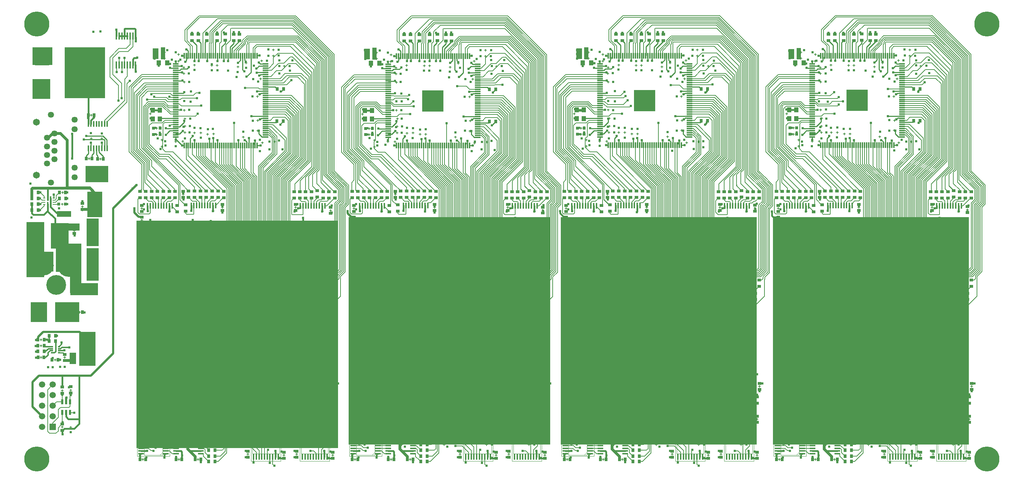
<source format=gtl>
G04*
G04 #@! TF.GenerationSoftware,Altium Limited,Altium Designer,18.1.7 (191)*
G04*
G04 Layer_Physical_Order=1*
G04 Layer_Color=255*
%FSLAX25Y25*%
%MOIN*%
G70*
G01*
G75*
%ADD12C,0.01500*%
%ADD13C,0.00394*%
%ADD14C,0.00500*%
%ADD16C,0.01000*%
%ADD18C,0.00197*%
%ADD19R,1.90000X2.15000*%
%ADD20R,1.85000X2.15000*%
%ADD21R,0.01772X0.05807*%
%ADD22R,0.05807X0.01772*%
%ADD23R,0.03500X0.03000*%
%ADD24R,0.02362X0.04921*%
%ADD25R,0.13386X0.07087*%
%ADD26R,0.07087X0.13386*%
%ADD27R,0.38386X0.48031*%
%ADD28R,0.13780X0.06299*%
%ADD29R,0.03543X0.03000*%
%ADD30R,0.08661X0.12205*%
%ADD31R,0.05984X0.05906*%
%ADD32R,0.06299X0.11000*%
%ADD33R,0.03000X0.03500*%
%ADD34R,0.03000X0.03543*%
%ADD35R,0.01772X0.06594*%
%ADD36R,0.02756X0.03150*%
%ADD37R,0.01575X0.04134*%
%ADD38R,0.02362X0.00787*%
%ADD39R,0.01870X0.01181*%
%ADD40R,0.03937X0.04921*%
%ADD41R,0.05807X0.01181*%
%ADD42R,0.01181X0.05807*%
%ADD43R,0.04331X0.05118*%
%ADD44R,0.20276X0.20276*%
%ADD77C,0.00700*%
%ADD78C,0.02000*%
%ADD79C,0.02500*%
%ADD80C,0.01200*%
%ADD81R,0.08661X0.04724*%
%ADD82R,0.08837X0.05282*%
%ADD83R,0.09055X0.05118*%
%ADD84R,0.08268X0.04724*%
%ADD85R,0.19000X0.17000*%
%ADD86R,0.14420X0.24290*%
%ADD87R,0.21630X0.15700*%
%ADD88R,0.16600X0.24100*%
%ADD89R,0.22590X0.18620*%
%ADD90R,0.16600X0.51870*%
%ADD91R,0.15540X0.18770*%
%ADD92R,0.27165X0.06858*%
%ADD93R,0.13570X0.05340*%
%ADD94R,0.24400X0.26838*%
%ADD95R,0.17000X0.19000*%
%ADD96R,0.10910X0.22170*%
%ADD97R,0.11710X0.31000*%
%ADD98R,0.11710X0.26220*%
%ADD99R,0.15296X0.31920*%
%ADD100R,0.26220X0.11710*%
%ADD101R,0.17410X0.18600*%
%ADD102R,0.04000X0.10836*%
%ADD103R,0.05707X0.10000*%
%ADD104R,0.04000X0.11299*%
%ADD105R,0.05707X0.09791*%
%ADD106R,0.06320X0.02990*%
%ADD107C,0.05906*%
%ADD108R,0.05906X0.05906*%
%ADD109C,0.23622*%
%ADD110C,0.05756*%
%ADD111C,0.06496*%
%ADD112C,0.18661*%
%ADD113C,0.21496*%
%ADD114C,0.02400*%
D12*
X105140Y411581D02*
Y417760D01*
X104400Y418500D02*
X105140Y417760D01*
X95100Y418500D02*
X104400D01*
X94904Y418304D02*
X95100Y418500D01*
X94904Y411581D02*
Y418304D01*
Y411581D02*
X97463D01*
X92345D02*
X94904D01*
X89786D02*
X92345D01*
X52000Y45400D02*
Y90938D01*
X37984Y40794D02*
X47394D01*
X52000Y45400D01*
X36417Y39227D02*
X37984Y40794D01*
X41859Y50000D02*
X51121D01*
X36167Y39227D02*
X36417D01*
X39715Y52144D02*
X41859Y50000D01*
X39715Y52144D02*
Y56185D01*
X52000Y90938D02*
X52062Y91000D01*
X705000Y245816D02*
X705073Y245889D01*
X705000Y242000D02*
Y245816D01*
X706528Y240472D02*
X711063D01*
X705000Y242000D02*
X706528Y240472D01*
X380774Y216811D02*
X384468D01*
X380639Y216947D02*
X380774Y216811D01*
X583381Y216658D02*
X583438Y216601D01*
X580774Y216658D02*
X583381D01*
X580639Y216793D02*
Y218617D01*
Y216793D02*
X580774Y216658D01*
X557493Y228369D02*
X557607Y228483D01*
X552287Y228369D02*
X557493D01*
X380639Y216947D02*
Y218617D01*
X352287Y228369D02*
X357493D01*
X357607Y228483D01*
X378077Y195485D02*
X378079Y195483D01*
X378077Y195485D02*
Y200923D01*
X378000Y201000D02*
X378077Y200923D01*
X380774Y194295D02*
X386123D01*
X380774D02*
Y194538D01*
X380639Y194674D02*
Y195483D01*
Y194674D02*
X380774Y194538D01*
X721535Y341720D02*
X728031D01*
X889458Y250444D02*
X890481Y251467D01*
X889367Y250444D02*
X889458D01*
X889303Y244869D02*
X889367Y244932D01*
X752287Y228369D02*
X757493D01*
X757607Y228483D01*
X780639Y216789D02*
Y218617D01*
X783546Y216653D02*
X783718Y216825D01*
X780639Y216789D02*
X780774Y216653D01*
X783546D01*
X778079Y195483D02*
X778079Y195484D01*
Y201320D02*
X778244Y201484D01*
X778079Y195484D02*
Y201320D01*
X780774Y194295D02*
X786123D01*
X780639Y194430D02*
X780774Y194295D01*
X780639Y194430D02*
Y195483D01*
X586001Y194416D02*
X586123Y194295D01*
X582754Y194416D02*
X586001D01*
X582632Y194538D02*
X582754Y194416D01*
X578000Y195563D02*
Y201000D01*
Y195563D02*
X578079Y195483D01*
X580639Y194674D02*
Y195483D01*
Y194674D02*
X580774Y194538D01*
X582632D01*
X579000Y234000D02*
X585929D01*
X586123Y233806D01*
X578079Y228483D02*
Y233079D01*
X579000Y234000D01*
X578079Y246079D02*
Y251617D01*
X578000Y246000D02*
X578079Y246079D01*
X510313Y241222D02*
X511063Y240472D01*
X508499Y241222D02*
X510313D01*
X505442Y244279D02*
X508499Y241222D01*
X505442Y244279D02*
Y245914D01*
X505270Y246086D02*
X505442Y245914D01*
X378078Y251616D02*
X378079Y251617D01*
X378078Y245723D02*
Y251616D01*
X378076Y245721D02*
X378078Y245723D01*
X152287Y228369D02*
X157493D01*
X157607Y228483D01*
X60577Y328563D02*
Y336566D01*
X60718Y336706D02*
Y373727D01*
X57413Y377031D02*
X60718Y373727D01*
X36167Y39227D02*
X36232Y39161D01*
X39715Y56185D02*
X39757Y56226D01*
X36177Y80247D02*
X36202Y80273D01*
X36232Y35678D02*
X36298Y35612D01*
X36232Y35678D02*
Y39161D01*
X36202Y80273D02*
Y91052D01*
X767819Y56717D02*
X768567Y55969D01*
Y55064D02*
Y55969D01*
Y55064D02*
X768739Y54892D01*
X747420Y64760D02*
X748819Y63361D01*
Y56717D02*
Y63361D01*
X743496Y64760D02*
X747420D01*
X747596Y85232D02*
X750545Y82283D01*
X743496Y85232D02*
X747596D01*
X750545Y82088D02*
Y82283D01*
X764063Y87130D02*
X764476Y86717D01*
X764063Y87130D02*
Y87671D01*
X764476Y85368D02*
Y86717D01*
X764612Y85232D02*
X766630D01*
X764476Y85368D02*
X764612Y85232D01*
X760791Y64760D02*
X766630D01*
X709307Y62201D02*
X710496D01*
X709307Y62201D02*
X709307Y62201D01*
X709307Y56717D02*
Y62201D01*
X716020Y64760D02*
X716063Y64717D01*
X710496Y64760D02*
X716020D01*
X731978Y85423D02*
Y88554D01*
X731925Y85370D02*
X731978Y85423D01*
X732063Y85232D02*
X733630D01*
X731925Y85370D02*
X732063Y85232D01*
X732625Y62201D02*
X733630D01*
X732489Y62065D02*
X732625Y62201D01*
X732489Y58406D02*
Y62065D01*
X567819Y56717D02*
X568567Y55969D01*
Y55064D02*
Y55969D01*
Y55064D02*
X568739Y54892D01*
X547420Y64760D02*
X548819Y63361D01*
Y56717D02*
Y63361D01*
X543496Y64760D02*
X547420D01*
X547596Y85232D02*
X550545Y82283D01*
X543496Y85232D02*
X547596D01*
X550545Y82088D02*
Y82283D01*
X564063Y87130D02*
X564476Y86717D01*
X564063Y87130D02*
Y87671D01*
X564476Y85368D02*
Y86717D01*
X564612Y85232D02*
X566630D01*
X564476Y85368D02*
X564612Y85232D01*
X560791Y64760D02*
X566630D01*
X509307Y62201D02*
X510496D01*
X509307Y62201D02*
X509307Y62201D01*
X509307Y56717D02*
Y62201D01*
X516020Y64760D02*
X516063Y64717D01*
X510496Y64760D02*
X516020D01*
X531978Y85423D02*
Y88554D01*
X531925Y85370D02*
X531978Y85423D01*
X532063Y85232D02*
X533630D01*
X531925Y85370D02*
X532063Y85232D01*
X532625Y62201D02*
X533630D01*
X532489Y62065D02*
X532625Y62201D01*
X532489Y58406D02*
Y62065D01*
X367819Y56717D02*
X368567Y55969D01*
Y55064D02*
Y55969D01*
Y55064D02*
X368739Y54892D01*
X347420Y64760D02*
X348819Y63361D01*
Y56717D02*
Y63361D01*
X343496Y64760D02*
X347420D01*
X347596Y85232D02*
X350545Y82283D01*
X343496Y85232D02*
X347596D01*
X350545Y82088D02*
Y82283D01*
X364063Y87130D02*
X364476Y86717D01*
X364063Y87130D02*
Y87671D01*
X364476Y85368D02*
Y86717D01*
X364612Y85232D02*
X366630D01*
X364476Y85368D02*
X364612Y85232D01*
X360791Y64760D02*
X366630D01*
X309307Y62201D02*
X310496D01*
X309307Y62201D02*
X309307Y62201D01*
X309307Y56717D02*
Y62201D01*
X316020Y64760D02*
X316063Y64717D01*
X310496Y64760D02*
X316020D01*
X331978Y85423D02*
Y88554D01*
X331925Y85370D02*
X331978Y85423D01*
X332063Y85232D02*
X333630D01*
X331925Y85370D02*
X332063Y85232D01*
X332625Y62201D02*
X333630D01*
X332489Y62065D02*
X332625Y62201D01*
X332489Y58406D02*
Y62065D01*
X766826Y9073D02*
X766833Y9066D01*
X766826Y9073D02*
Y11710D01*
X766819Y11716D02*
X766826Y11710D01*
X747940Y19760D02*
X748819Y18881D01*
Y11716D02*
Y18881D01*
X743496Y19760D02*
X747940D01*
X750545Y37088D02*
Y37283D01*
X743496Y40232D02*
X747596D01*
X750545Y37283D01*
X764182Y42256D02*
X766205Y40232D01*
X766630D01*
X756224Y19760D02*
X766630D01*
X709307Y17201D02*
X710496D01*
X709307Y17201D02*
X709307Y17201D01*
X709307Y11716D02*
Y17201D01*
X716020Y19760D02*
X716063Y19716D01*
X710496Y19760D02*
X716020D01*
X732063Y40232D02*
X733630D01*
X731925Y40371D02*
Y42464D01*
Y40371D02*
X732063Y40232D01*
X732625Y17201D02*
X733630D01*
X732489Y17065D02*
X732625Y17201D01*
X732489Y13406D02*
Y17065D01*
X566826Y9073D02*
X566833Y9066D01*
X566826Y9073D02*
Y11710D01*
X566819Y11716D02*
X566826Y11710D01*
X547940Y19760D02*
X548819Y18881D01*
Y11716D02*
Y18881D01*
X543496Y19760D02*
X547940D01*
X550545Y37088D02*
Y37283D01*
X543496Y40232D02*
X547596D01*
X550545Y37283D01*
X564182Y42256D02*
X566205Y40232D01*
X566630D01*
X556224Y19760D02*
X566630D01*
X509307Y17201D02*
X510496D01*
X509307Y17201D02*
X509307Y17201D01*
X509307Y11716D02*
Y17201D01*
X516020Y19760D02*
X516063Y19716D01*
X510496Y19760D02*
X516020D01*
X532063Y40232D02*
X533630D01*
X531925Y40371D02*
Y42464D01*
Y40371D02*
X532063Y40232D01*
X532625Y17201D02*
X533630D01*
X532489Y17065D02*
X532625Y17201D01*
X532489Y13406D02*
Y17065D01*
X366826Y9073D02*
X366833Y9066D01*
X366826Y9073D02*
Y11710D01*
X366819Y11716D02*
X366826Y11710D01*
X347940Y19760D02*
X348819Y18881D01*
Y11716D02*
Y18881D01*
X343496Y19760D02*
X347940D01*
X350545Y37088D02*
Y37283D01*
X343496Y40232D02*
X347596D01*
X350545Y37283D01*
X364182Y42256D02*
X366205Y40232D01*
X366630D01*
X356224Y19760D02*
X366630D01*
X309307Y17201D02*
X310496D01*
X309307Y17201D02*
X309307Y17201D01*
X309307Y11716D02*
Y17201D01*
X316020Y19760D02*
X316063Y19716D01*
X310496Y19760D02*
X316020D01*
X332063Y40232D02*
X333630D01*
X331925Y40371D02*
Y42464D01*
Y40371D02*
X332063Y40232D01*
X332625Y17201D02*
X333630D01*
X332489Y17065D02*
X332625Y17201D01*
X332489Y13406D02*
Y17065D01*
X160791Y64760D02*
X166630D01*
X164181Y42256D02*
X166205Y40232D01*
X166630D01*
X156225Y19760D02*
X166630D01*
X164063Y87130D02*
Y87671D01*
X213819Y67716D02*
X214649D01*
X211063Y70472D02*
X213819Y67716D01*
X339579Y193960D02*
X345063D01*
X379153Y233806D02*
X386123D01*
X378079Y232733D02*
X379153Y233806D01*
X378079Y228483D02*
Y232733D01*
X30696Y244396D02*
X40797D01*
X8598Y243004D02*
X18818D01*
X25034Y250058D02*
X30696Y244396D01*
X102581Y389663D02*
X103803Y390884D01*
X87227Y411581D02*
Y417672D01*
X18818Y243004D02*
X22163Y246349D01*
X28724Y231467D02*
X34884Y225307D01*
X22163Y246349D02*
X29244Y239269D01*
X103803Y390884D02*
X106419D01*
X87227Y417672D02*
X87234Y417678D01*
X60577Y336566D02*
X60718Y336706D01*
X105137Y378125D02*
Y384112D01*
X105324Y406378D02*
Y410331D01*
X45244Y295717D02*
Y319264D01*
X22308Y246494D02*
Y252949D01*
X7298Y247174D02*
Y252727D01*
X102581Y384116D02*
Y389663D01*
X63137Y331889D02*
X66230Y334982D01*
X29244Y233717D02*
Y239269D01*
X25034Y252979D02*
Y258294D01*
Y250058D02*
Y252979D01*
X22314Y256957D02*
Y267956D01*
X22278Y252979D02*
X22308Y252949D01*
X7549Y244053D02*
X8598Y243004D01*
X7549Y244053D02*
Y246923D01*
X105140Y410514D02*
Y411581D01*
Y410514D02*
X105324Y410331D01*
X106419Y390884D02*
X106592Y391057D01*
X105137Y384112D02*
X105140Y384116D01*
X105137Y378125D02*
X105274Y377988D01*
X66230Y334982D02*
Y336706D01*
X63137Y328563D02*
Y331889D01*
X45244Y319264D02*
X45247Y319266D01*
X22163Y246349D02*
X22308Y246494D01*
X7298Y247174D02*
X7549Y246923D01*
X776063Y236717D02*
X778079Y234700D01*
Y228483D02*
Y234700D01*
Y246094D02*
X778123Y246050D01*
X778079Y246094D02*
Y251617D01*
X460547Y145150D02*
Y145568D01*
X456118Y145573D02*
X456249Y145704D01*
X483579Y110961D02*
Y112150D01*
X483579Y110960D02*
X489063D01*
X489416Y168564D02*
X489507Y168472D01*
X460412Y145704D02*
X460547Y145568D01*
X483715Y134142D02*
X487373D01*
X483579Y134278D02*
Y135283D01*
Y134278D02*
X483715Y134142D01*
X460547Y133716D02*
Y135283D01*
X460239Y133408D02*
X460547Y133716D01*
X483579Y110961D02*
X483579Y110960D01*
X481063Y112193D02*
Y119717D01*
X481020Y112150D02*
X481063Y112193D01*
X460547Y168283D02*
Y170301D01*
X459157Y171691D02*
X460547Y170301D01*
X459157Y171691D02*
Y171826D01*
X481020Y163612D02*
Y168283D01*
X482349Y162283D02*
X482622D01*
X481020Y163612D02*
X482349Y162283D01*
X456249Y145704D02*
X460412D01*
X456118Y145442D02*
Y145573D01*
X455825Y133408D02*
X460239D01*
X489324Y170494D02*
X489416Y170402D01*
Y168564D02*
Y170402D01*
X487080Y150893D02*
X487130Y150943D01*
Y150472D02*
X489063D01*
X481020Y145150D02*
Y149650D01*
X482263Y150893D01*
X487080D01*
X860547Y145150D02*
Y145568D01*
X856118Y145573D02*
X856249Y145704D01*
X883579Y110961D02*
Y112150D01*
X883579Y110960D02*
X889063D01*
X889416Y168564D02*
X889508Y168472D01*
X860412Y145704D02*
X860547Y145568D01*
X883715Y134142D02*
X887373D01*
X883579Y134278D02*
Y135283D01*
Y134278D02*
X883715Y134142D01*
X860547Y133716D02*
Y135283D01*
X860239Y133408D02*
X860547Y133716D01*
X883579Y110961D02*
X883579Y110960D01*
X881063Y112193D02*
Y119717D01*
X881020Y112150D02*
X881063Y112193D01*
X860547Y168283D02*
Y170301D01*
X859157Y171691D02*
X860547Y170301D01*
X859157Y171691D02*
Y171826D01*
X881020Y163612D02*
Y168283D01*
X882349Y162283D02*
X882622D01*
X881020Y163612D02*
X882349Y162283D01*
X856249Y145704D02*
X860412D01*
X856118Y145442D02*
Y145573D01*
X855824Y133408D02*
X860239D01*
X889324Y170494D02*
X889416Y170402D01*
Y168564D02*
Y170402D01*
X887080Y150893D02*
X887130Y150943D01*
Y150472D02*
X889063D01*
X881020Y145150D02*
Y149650D01*
X882263Y150893D01*
X887080D01*
X660547Y145150D02*
Y145568D01*
X656118Y145573D02*
X656249Y145704D01*
X683579Y110961D02*
Y112150D01*
X683579Y110960D02*
X689063D01*
X689416Y168564D02*
X689507Y168472D01*
X660412Y145704D02*
X660547Y145568D01*
X683715Y134142D02*
X687373D01*
X683579Y134278D02*
Y135283D01*
Y134278D02*
X683715Y134142D01*
X660547Y133716D02*
Y135283D01*
X660239Y133408D02*
X660547Y133716D01*
X683579Y110961D02*
X683579Y110960D01*
X681063Y112193D02*
Y119717D01*
X681020Y112150D02*
X681063Y112193D01*
X660547Y168283D02*
Y170301D01*
X659157Y171691D02*
X660547Y170301D01*
X659157Y171691D02*
Y171826D01*
X681020Y163612D02*
Y168283D01*
X682349Y162283D02*
X682622D01*
X681020Y163612D02*
X682349Y162283D01*
X656249Y145704D02*
X660412D01*
X656118Y145442D02*
Y145573D01*
X655825Y133408D02*
X660239D01*
X689324Y170494D02*
X689416Y170402D01*
Y168564D02*
Y170402D01*
X687080Y150893D02*
X687130Y150943D01*
Y150472D02*
X689063D01*
X681020Y145150D02*
Y149650D01*
X682263Y150893D01*
X687080D01*
X816547Y51297D02*
X816548D01*
X816547Y35717D02*
Y37283D01*
X814316Y35578D02*
X816409D01*
X816547Y35717D01*
X839715Y36142D02*
X843373D01*
X839579Y36278D02*
X839715Y36142D01*
X839579Y36278D02*
Y37283D01*
X814108Y67716D02*
X814649D01*
X816547Y68266D02*
Y70283D01*
X816412Y68130D02*
X816547Y68266D01*
X815063Y68130D02*
X816412D01*
X814649Y67716D02*
X815063Y68130D01*
X883020Y19673D02*
X883063Y19716D01*
X883020Y14150D02*
Y19673D01*
X862547Y35717D02*
Y37283D01*
X860316Y35578D02*
X862409D01*
X862547Y35717D01*
X839579Y12961D02*
Y14150D01*
Y12961D02*
X839579Y12961D01*
X885715Y36142D02*
X889373D01*
X885579Y36278D02*
X885715Y36142D01*
X885579Y36278D02*
Y37283D01*
X837020Y65399D02*
X837289Y65130D01*
X837020Y65399D02*
Y70283D01*
X885579Y12961D02*
X891063D01*
X885579Y12961D02*
X885579Y12961D01*
X885579Y12961D02*
Y14150D01*
X883020Y65399D02*
X883289Y65130D01*
X883020Y65399D02*
Y70283D01*
X837020Y19673D02*
X837063Y19716D01*
X837020Y14150D02*
Y19673D01*
X862547Y47150D02*
Y47568D01*
X859654Y47704D02*
X862412D01*
X859483Y47533D02*
X859654Y47704D01*
X862412D02*
X862547Y47568D01*
Y64983D02*
Y70283D01*
X862181Y64617D02*
X862547Y64983D01*
X816548Y47150D02*
Y51297D01*
X816547Y47150D02*
X816548Y47150D01*
X839579Y12961D02*
X845063D01*
X837020Y47150D02*
Y51673D01*
X838289Y52943D01*
X843130D01*
X883020Y47150D02*
Y51673D01*
X884063Y52716D01*
X890819D02*
X891063Y52472D01*
X884063Y52716D02*
X890819D01*
X845063Y69472D02*
Y70717D01*
X616547Y51297D02*
X616548D01*
X616547Y35717D02*
Y37283D01*
X614316Y35578D02*
X616409D01*
X616547Y35717D01*
X639715Y36142D02*
X643373D01*
X639579Y36278D02*
X639715Y36142D01*
X639579Y36278D02*
Y37283D01*
X614108Y67716D02*
X614649D01*
X616547Y68266D02*
Y70283D01*
X616412Y68130D02*
X616547Y68266D01*
X615063Y68130D02*
X616412D01*
X614649Y67716D02*
X615063Y68130D01*
X683020Y19673D02*
X683063Y19716D01*
X683020Y14150D02*
Y19673D01*
X662547Y35717D02*
Y37283D01*
X660316Y35578D02*
X662409D01*
X662547Y35717D01*
X639579Y12961D02*
Y14150D01*
Y12961D02*
X639579Y12961D01*
X685715Y36142D02*
X689373D01*
X685579Y36278D02*
X685715Y36142D01*
X685579Y36278D02*
Y37283D01*
X637020Y65399D02*
X637289Y65130D01*
X637020Y65399D02*
Y70283D01*
X685579Y12961D02*
X691063D01*
X685579Y12961D02*
X685579Y12961D01*
X685579Y12961D02*
Y14150D01*
X683020Y65399D02*
X683289Y65130D01*
X683020Y65399D02*
Y70283D01*
X637020Y19673D02*
X637063Y19716D01*
X637020Y14150D02*
Y19673D01*
X662547Y47150D02*
Y47568D01*
X659654Y47704D02*
X662412D01*
X659483Y47533D02*
X659654Y47704D01*
X662412D02*
X662547Y47568D01*
Y64983D02*
Y70283D01*
X662181Y64617D02*
X662547Y64983D01*
X616548Y47150D02*
Y51297D01*
X616547Y47150D02*
X616548Y47150D01*
X639579Y12961D02*
X645063D01*
X637020Y47150D02*
Y51673D01*
X638289Y52943D01*
X643130D01*
X683020Y47150D02*
Y51673D01*
X684063Y52716D01*
X690819D02*
X691063Y52472D01*
X684063Y52716D02*
X690819D01*
X645063Y69472D02*
Y70717D01*
X416547Y51297D02*
X416548D01*
X416547Y35717D02*
Y37283D01*
X414316Y35578D02*
X416409D01*
X416547Y35717D01*
X439715Y36142D02*
X443373D01*
X439579Y36278D02*
X439715Y36142D01*
X439579Y36278D02*
Y37283D01*
X414108Y67716D02*
X414649D01*
X416547Y68266D02*
Y70283D01*
X416412Y68130D02*
X416547Y68266D01*
X415063Y68130D02*
X416412D01*
X414649Y67716D02*
X415063Y68130D01*
X483020Y19673D02*
X483063Y19716D01*
X483020Y14150D02*
Y19673D01*
X462547Y35717D02*
Y37283D01*
X460316Y35578D02*
X462409D01*
X462547Y35717D01*
X439579Y12961D02*
Y14150D01*
Y12961D02*
X439579Y12961D01*
X485715Y36142D02*
X489373D01*
X485579Y36278D02*
X485715Y36142D01*
X485579Y36278D02*
Y37283D01*
X437020Y65399D02*
X437289Y65130D01*
X437020Y65399D02*
Y70283D01*
X485579Y12961D02*
X491063D01*
X485579Y12961D02*
X485579Y12961D01*
X485579Y12961D02*
Y14150D01*
X483020Y65399D02*
X483289Y65130D01*
X483020Y65399D02*
Y70283D01*
X437020Y19673D02*
X437063Y19716D01*
X437020Y14150D02*
Y19673D01*
X462547Y47150D02*
Y47568D01*
X459654Y47704D02*
X462412D01*
X459483Y47533D02*
X459654Y47704D01*
X462412D02*
X462547Y47568D01*
Y64983D02*
Y70283D01*
X462181Y64617D02*
X462547Y64983D01*
X416548Y47150D02*
Y51297D01*
X416547Y47150D02*
X416548Y47150D01*
X439579Y12961D02*
X445063D01*
X437020Y47150D02*
Y51673D01*
X438289Y52943D01*
X443130D01*
X483020Y47150D02*
Y51673D01*
X484063Y52716D01*
X490819D02*
X491063Y52472D01*
X484063Y52716D02*
X490819D01*
X445063Y69472D02*
Y70717D01*
X881020Y246399D02*
Y251283D01*
Y246399D02*
X881289Y246130D01*
X883579Y193961D02*
X883579Y193960D01*
X883579Y193961D02*
Y195150D01*
X860547Y216717D02*
Y218283D01*
X883715Y217142D02*
X887373D01*
X883579Y217278D02*
Y218283D01*
Y217278D02*
X883715Y217142D01*
X858649Y248716D02*
X859063Y249130D01*
X858108Y248716D02*
X858649D01*
X859063Y249130D02*
X860412D01*
X860547Y249266D01*
Y251283D01*
X860409Y216578D02*
X860547Y216717D01*
Y232249D02*
X863063Y234765D01*
X860547Y228150D02*
Y232249D01*
X858316Y216578D02*
X860409D01*
X883579Y193960D02*
X889063D01*
X863063Y234765D02*
Y239717D01*
X883506Y201233D02*
X883642Y201369D01*
X881020Y199133D02*
X883120Y201233D01*
X883506D01*
X881020Y195150D02*
Y199133D01*
Y228150D02*
Y235673D01*
X881063Y235717D01*
X681020Y246399D02*
Y251283D01*
Y246399D02*
X681289Y246130D01*
X683579Y193961D02*
X683579Y193960D01*
X683579Y193961D02*
Y195150D01*
X660547Y216717D02*
Y218283D01*
X683715Y217142D02*
X687373D01*
X683579Y217278D02*
Y218283D01*
Y217278D02*
X683715Y217142D01*
X658649Y248716D02*
X659063Y249130D01*
X658108Y248716D02*
X658649D01*
X659063Y249130D02*
X660412D01*
X660547Y249266D01*
Y251283D01*
X660409Y216578D02*
X660547Y216717D01*
Y232249D02*
X663063Y234765D01*
X660547Y228150D02*
Y232249D01*
X658316Y216578D02*
X660409D01*
X683579Y193960D02*
X689063D01*
X663063Y234765D02*
Y239717D01*
X683506Y201233D02*
X683642Y201369D01*
X681020Y199133D02*
X683120Y201233D01*
X683506D01*
X681020Y195150D02*
Y199133D01*
Y228150D02*
Y235673D01*
X681063Y235717D01*
X481020Y246399D02*
Y251283D01*
Y246399D02*
X481289Y246130D01*
X483579Y193961D02*
X483579Y193960D01*
X483579Y193961D02*
Y195150D01*
X460547Y216717D02*
Y218283D01*
X483715Y217142D02*
X487373D01*
X483579Y217278D02*
Y218283D01*
Y217278D02*
X483715Y217142D01*
X458649Y248716D02*
X459063Y249130D01*
X458108Y248716D02*
X458649D01*
X459063Y249130D02*
X460412D01*
X460547Y249266D01*
Y251283D01*
X460409Y216578D02*
X460547Y216717D01*
Y232249D02*
X463063Y234765D01*
X460547Y228150D02*
Y232249D01*
X458316Y216578D02*
X460409D01*
X483579Y193960D02*
X489063D01*
X463063Y234765D02*
Y239717D01*
X483506Y201233D02*
X483642Y201369D01*
X481020Y199133D02*
X483120Y201233D01*
X483506D01*
X481020Y195150D02*
Y199133D01*
Y228150D02*
Y235673D01*
X481063Y235717D01*
X716547Y246178D02*
Y251283D01*
Y246178D02*
X716651Y246074D01*
X737020Y246399D02*
Y251283D01*
Y246399D02*
X737289Y246130D01*
X716553Y215748D02*
X716553Y215748D01*
Y217315D01*
X712068Y215748D02*
X716553D01*
X739720Y216174D02*
X743379D01*
X739584Y216309D02*
X739720Y216174D01*
X739584Y216309D02*
Y217315D01*
X739579Y193961D02*
X739579Y193960D01*
X745063D01*
X739579Y193961D02*
Y195150D01*
X757607Y246512D02*
X757711Y246408D01*
X757607Y246512D02*
Y251617D01*
X753123Y217050D02*
X757607D01*
X757607Y217050D02*
Y218617D01*
X757607Y217050D02*
X757607Y217050D01*
X738852Y199472D02*
X745063D01*
X737025Y194181D02*
X737161Y194317D01*
Y197782D01*
X738852Y199472D01*
X710496Y155760D02*
X716020D01*
X732063Y176232D02*
X732063Y176232D01*
X732489Y153065D02*
X732625Y153201D01*
X716020Y155760D02*
X716063Y155717D01*
X732063Y176232D02*
X733630D01*
X732625Y153201D02*
X733630D01*
X732063Y176232D02*
Y180717D01*
X732489Y149406D02*
Y153065D01*
X743496Y176232D02*
X745063D01*
Y179717D01*
Y179872D01*
X743382Y181553D02*
X745063Y179872D01*
X762560Y176212D02*
X766610D01*
X762540Y176232D02*
X762560Y176212D01*
X761746Y155760D02*
X766630D01*
X761476Y155490D02*
X761746Y155760D01*
X709307Y153201D02*
X709307Y153201D01*
X710496D01*
X709307Y147716D02*
Y153201D01*
X731925Y130370D02*
Y132464D01*
X732063Y130232D02*
X733630D01*
X731925Y130370D02*
X732063Y130232D01*
X764063Y132130D02*
Y132671D01*
Y132130D02*
X764476Y131717D01*
Y130368D02*
Y131717D01*
Y130368D02*
X764612Y130232D01*
X766630D01*
X732489Y103406D02*
Y107065D01*
X732625Y107201D02*
X733630D01*
X732489Y107065D02*
X732625Y107201D01*
X716020Y109760D02*
X716063Y109716D01*
X710496Y109760D02*
X716020D01*
X750545Y127088D02*
Y127283D01*
X747596Y130232D02*
X750545Y127283D01*
X743496Y130232D02*
X747596D01*
X761476Y109490D02*
X761746Y109760D01*
X766630D01*
X709307Y107201D02*
X709307Y107201D01*
X710496D01*
X737020Y228150D02*
Y232673D01*
X737063Y232716D01*
X766610Y176212D02*
X766630Y176232D01*
X762436Y176128D02*
X762540Y176232D01*
X743496Y155760D02*
X748020D01*
X749063Y154717D01*
Y147960D02*
Y154717D01*
X748819Y147716D02*
X749063Y147960D01*
X709307Y101716D02*
Y107201D01*
X743496Y109760D02*
X748020D01*
X748819Y108960D01*
Y101716D02*
Y108960D01*
X711063Y216753D02*
Y221961D01*
Y216753D02*
X712068Y215748D01*
X716547Y228150D02*
Y229232D01*
X714063Y231716D02*
X716547Y229232D01*
X711063Y234717D02*
X714063Y231716D01*
X711063Y234717D02*
Y235717D01*
X516547Y246178D02*
Y251283D01*
Y246178D02*
X516651Y246074D01*
X537020Y246399D02*
Y251283D01*
Y246399D02*
X537289Y246130D01*
X516553Y215748D02*
X516553Y215748D01*
Y217315D01*
X512068Y215748D02*
X516553D01*
X539720Y216174D02*
X543379D01*
X539584Y216309D02*
X539720Y216174D01*
X539584Y216309D02*
Y217315D01*
X539579Y193961D02*
X539579Y193960D01*
X545063D01*
X539579Y193961D02*
Y195150D01*
X557607Y246512D02*
X557711Y246408D01*
X557607Y246512D02*
Y251617D01*
X553123Y217050D02*
X557607D01*
X557607Y217050D02*
Y218617D01*
X557607Y217050D02*
X557607Y217050D01*
X538852Y199472D02*
X545063D01*
X537025Y194181D02*
X537161Y194317D01*
Y197782D01*
X538852Y199472D01*
X510496Y155760D02*
X516020D01*
X532063Y176232D02*
X532063Y176232D01*
X532489Y153065D02*
X532625Y153201D01*
X516020Y155760D02*
X516063Y155717D01*
X532063Y176232D02*
X533630D01*
X532625Y153201D02*
X533630D01*
X532063Y176232D02*
Y180717D01*
X532489Y149406D02*
Y153065D01*
X543496Y176232D02*
X545063D01*
Y179717D01*
Y179872D01*
X543382Y181553D02*
X545063Y179872D01*
X562560Y176212D02*
X566610D01*
X562540Y176232D02*
X562560Y176212D01*
X561746Y155760D02*
X566630D01*
X561476Y155490D02*
X561746Y155760D01*
X509307Y153201D02*
X509307Y153201D01*
X510496D01*
X509307Y147716D02*
Y153201D01*
X531925Y130370D02*
Y132464D01*
X532063Y130232D02*
X533630D01*
X531925Y130370D02*
X532063Y130232D01*
X564063Y132130D02*
Y132671D01*
Y132130D02*
X564476Y131717D01*
Y130368D02*
Y131717D01*
Y130368D02*
X564612Y130232D01*
X566630D01*
X532489Y103406D02*
Y107065D01*
X532625Y107201D02*
X533630D01*
X532489Y107065D02*
X532625Y107201D01*
X516020Y109760D02*
X516063Y109716D01*
X510496Y109760D02*
X516020D01*
X550545Y127088D02*
Y127283D01*
X547596Y130232D02*
X550545Y127283D01*
X543496Y130232D02*
X547596D01*
X561476Y109490D02*
X561746Y109760D01*
X566630D01*
X509307Y107201D02*
X509307Y107201D01*
X510496D01*
X537020Y228150D02*
Y232673D01*
X537063Y232716D01*
X566610Y176212D02*
X566630Y176232D01*
X562436Y176128D02*
X562540Y176232D01*
X543496Y155760D02*
X548020D01*
X549063Y154717D01*
Y147960D02*
Y154717D01*
X548819Y147716D02*
X549063Y147960D01*
X509307Y101716D02*
Y107201D01*
X543496Y109760D02*
X548020D01*
X548819Y108960D01*
Y101716D02*
Y108960D01*
X511063Y216753D02*
Y221961D01*
Y216753D02*
X512068Y215748D01*
X516547Y228150D02*
Y229232D01*
X514063Y231716D02*
X516547Y229232D01*
X511063Y234717D02*
X514063Y231716D01*
X511063Y234717D02*
Y235717D01*
X316547Y246178D02*
Y251283D01*
Y246178D02*
X316652Y246074D01*
X337020Y246399D02*
Y251283D01*
Y246399D02*
X337289Y246130D01*
X316553Y215748D02*
X316553Y215748D01*
Y217315D01*
X312068Y215748D02*
X316553D01*
X339720Y216174D02*
X343379D01*
X339584Y216309D02*
X339720Y216174D01*
X339584Y216309D02*
Y217315D01*
X339579Y193961D02*
X339579Y193960D01*
X339579Y193961D02*
Y195150D01*
X357607Y246512D02*
X357711Y246408D01*
X357607Y246512D02*
Y251617D01*
X353123Y217050D02*
X357607D01*
X357607Y217050D02*
Y218617D01*
X357607Y217050D02*
X357607Y217050D01*
X338852Y199472D02*
X345063D01*
X337025Y194181D02*
X337161Y194317D01*
Y197782D01*
X338852Y199472D01*
X310496Y155760D02*
X316020D01*
X332063Y176232D02*
X332063Y176232D01*
X332489Y153065D02*
X332625Y153201D01*
X316020Y155760D02*
X316063Y155717D01*
X332063Y176232D02*
X333630D01*
X332625Y153201D02*
X333630D01*
X332063Y176232D02*
Y180717D01*
X332489Y149406D02*
Y153065D01*
X343496Y176232D02*
X345063D01*
Y179717D01*
Y179872D01*
X343382Y181553D02*
X345063Y179872D01*
X362560Y176212D02*
X366610D01*
X362540Y176232D02*
X362560Y176212D01*
X361746Y155760D02*
X366630D01*
X361476Y155490D02*
X361746Y155760D01*
X309307Y153201D02*
X309307Y153201D01*
X310496D01*
X309307Y147716D02*
Y153201D01*
X331925Y130370D02*
Y132464D01*
X332063Y130232D02*
X333630D01*
X331925Y130370D02*
X332063Y130232D01*
X364063Y132130D02*
Y132671D01*
Y132130D02*
X364476Y131717D01*
Y130368D02*
Y131717D01*
Y130368D02*
X364612Y130232D01*
X366630D01*
X332489Y103406D02*
Y107065D01*
X332625Y107201D02*
X333630D01*
X332489Y107065D02*
X332625Y107201D01*
X316020Y109760D02*
X316063Y109716D01*
X310496Y109760D02*
X316020D01*
X350545Y127088D02*
Y127283D01*
X347596Y130232D02*
X350545Y127283D01*
X343496Y130232D02*
X347596D01*
X361476Y109490D02*
X361746Y109760D01*
X366630D01*
X309307Y107201D02*
X309307Y107201D01*
X310496D01*
X337020Y228150D02*
Y232673D01*
X337063Y232716D01*
X366610Y176212D02*
X366630Y176232D01*
X362436Y176128D02*
X362540Y176232D01*
X343496Y155760D02*
X348020D01*
X349063Y154717D01*
Y147960D02*
Y154717D01*
X348819Y147716D02*
X349063Y147960D01*
X309307Y101716D02*
Y107201D01*
X343496Y109760D02*
X348020D01*
X348819Y108960D01*
Y101716D02*
Y108960D01*
X311063Y216753D02*
Y221961D01*
Y216753D02*
X312068Y215748D01*
X316547Y228150D02*
Y229232D01*
X314063Y231716D02*
X316547Y229232D01*
X311063Y234717D02*
X314063Y231716D01*
X311063Y234717D02*
Y235717D01*
X111063Y234717D02*
Y235717D01*
Y234717D02*
X114063Y231716D01*
X116547Y229232D01*
Y228150D02*
Y229232D01*
X111063Y216753D02*
X112068Y215748D01*
X111063Y216753D02*
Y221961D01*
X180639Y194295D02*
X186123D01*
X143496Y19760D02*
X147940D01*
X148819Y18881D01*
Y11716D02*
Y18881D01*
Y56717D02*
Y63361D01*
X147420Y64760D02*
X148819Y63361D01*
X143496Y64760D02*
X147420D01*
X281020Y235673D02*
X281063Y235717D01*
X281020Y228150D02*
Y235673D01*
X282263Y150893D02*
X287080D01*
X281020Y149650D02*
X282263Y150893D01*
X281020Y145150D02*
Y149650D01*
X287130Y150472D02*
X289063D01*
X287080Y150893D02*
X287130Y150943D01*
X245063Y69472D02*
Y70717D01*
X167819Y56717D02*
X168567Y55969D01*
Y55064D02*
X168739Y54892D01*
X168567Y55064D02*
Y55969D01*
X284063Y52716D02*
X290819D01*
X291063Y52472D01*
X283020Y51673D02*
X284063Y52716D01*
X283020Y47150D02*
Y51673D01*
X238289Y52943D02*
X243130D01*
X237020Y51673D02*
X238289Y52943D01*
X237020Y47150D02*
Y51673D01*
X239579Y12961D02*
X245063D01*
X216547Y47150D02*
X216548Y47150D01*
Y51297D01*
X131977Y85423D02*
Y88554D01*
X131925Y85370D02*
X131977Y85423D01*
X148819Y101716D02*
Y108960D01*
X148020Y109760D02*
X148819Y108960D01*
X143496Y109760D02*
X148020D01*
X109307Y101716D02*
Y107201D01*
X148819Y147716D02*
X149063Y147960D01*
Y154717D01*
X148020Y155760D02*
X149063Y154717D01*
X143496Y155760D02*
X148020D01*
X162436Y176128D02*
X162540Y176232D01*
X166610Y176212D02*
X166630Y176232D01*
X281020Y195150D02*
Y199133D01*
X283120Y201233D02*
X283506D01*
X281020Y199133D02*
X283120Y201233D01*
X283506D02*
X283642Y201369D01*
X263063Y234765D02*
Y239717D01*
X289416Y168564D02*
Y170402D01*
X289324Y170494D02*
X289416Y170402D01*
X177944Y228619D02*
Y232798D01*
X176101Y234640D02*
Y236678D01*
Y234640D02*
X177944Y232798D01*
Y228619D02*
X178079Y228483D01*
X176063Y236717D02*
X176101Y236678D01*
X181313Y216937D02*
X184503D01*
X137020Y232673D02*
X137063Y232716D01*
X137020Y228150D02*
Y232673D01*
X255824Y133408D02*
X260239D01*
X256118Y145442D02*
Y145573D01*
X256249Y145704D02*
X260412D01*
X281020Y163612D02*
X282349Y162283D01*
X282622D01*
X281020Y163612D02*
Y168283D01*
X259157Y171691D02*
Y171826D01*
Y171691D02*
X260547Y170301D01*
Y168283D02*
Y170301D01*
X281020Y112150D02*
X281063Y112193D01*
Y119717D01*
X283579Y110961D02*
X283579Y110960D01*
X260239Y133408D02*
X260547Y133716D01*
Y135283D01*
X283579Y134278D02*
X283715Y134142D01*
X283579Y134278D02*
Y135283D01*
X283715Y134142D02*
X287373D01*
X260412Y145704D02*
X260547Y145568D01*
X289416Y168564D02*
X289508Y168472D01*
X283579Y110960D02*
X289063D01*
X283579Y110961D02*
Y112150D01*
X256118Y145573D02*
X256249Y145704D01*
X260547Y145150D02*
Y145568D01*
X262181Y64617D02*
X262547Y64983D01*
Y70283D01*
X262412Y47704D02*
X262547Y47568D01*
X259483Y47533D02*
X259654Y47704D01*
X262412D01*
X262547Y47150D02*
Y47568D01*
X143496Y40232D02*
X147596D01*
X150545Y37283D01*
Y37088D02*
Y37283D01*
X132489Y62065D02*
X132625Y62201D01*
X133630D01*
X132489Y58406D02*
Y62065D01*
X237020Y14150D02*
Y19673D01*
X237063Y19716D01*
X164063Y87130D02*
X164477Y86717D01*
X164612Y85232D02*
X166630D01*
X164477Y85368D02*
X164612Y85232D01*
X164477Y85368D02*
Y86717D01*
X283020Y65399D02*
Y70283D01*
Y65399D02*
X283289Y65130D01*
X109307Y107201D02*
X110496D01*
X109307Y107201D02*
X109307Y107201D01*
X293514Y83479D02*
X296151D01*
X293508Y83472D02*
X293514Y83479D01*
X296151D02*
X296158Y83486D01*
X132489Y17065D02*
X132625Y17201D01*
X133630D01*
X132489Y13406D02*
Y17065D01*
X161746Y109760D02*
X166630D01*
X161476Y109490D02*
X161746Y109760D01*
X131925Y40371D02*
Y42464D01*
Y40371D02*
X132063Y40232D01*
X133630D01*
X285579Y12961D02*
Y14150D01*
Y12961D02*
X285579Y12961D01*
X291063D01*
X143496Y130232D02*
X147596D01*
X150545Y127283D01*
Y127088D02*
Y127283D01*
X110496Y19760D02*
X116020D01*
X116063Y19716D01*
X109307Y11716D02*
Y17201D01*
X109307Y17201D02*
X110496D01*
X109307Y17201D02*
X109307Y17201D01*
X237020Y65399D02*
Y70283D01*
Y65399D02*
X237289Y65130D01*
X109307Y62201D02*
X110496D01*
X109307Y62201D02*
X109307Y62201D01*
X109307Y56717D02*
Y62201D01*
X110496Y109760D02*
X116020D01*
X116063Y109716D01*
X285579Y36278D02*
Y37283D01*
Y36278D02*
X285715Y36142D01*
X289373D01*
X239579Y12961D02*
X239579Y12961D01*
X239579Y12961D02*
Y14150D01*
X262409Y35578D02*
X262547Y35717D01*
X260316Y35578D02*
X262409D01*
X262547Y35717D02*
Y37283D01*
X166819Y11716D02*
X166826Y11710D01*
Y9073D02*
Y11710D01*
Y9073D02*
X166833Y9066D01*
X143496Y85232D02*
X147596D01*
X150545Y82283D01*
Y82088D02*
Y82283D01*
X132489Y107065D02*
X132625Y107201D01*
X133630D01*
X132489Y103406D02*
Y107065D01*
X283020Y14150D02*
Y19673D01*
X283063Y19716D01*
X164612Y130232D02*
X166630D01*
X164477Y130368D02*
X164612Y130232D01*
X164477Y130368D02*
Y131717D01*
X164063Y132130D02*
X164477Y131717D01*
X164063Y132130D02*
Y132671D01*
X214649Y67716D02*
X215063Y68130D01*
X216412D01*
X216547Y68266D01*
Y70283D01*
X131925Y130370D02*
X132063Y130232D01*
X133630D01*
X131925Y130370D02*
Y132464D01*
Y85370D02*
X132063Y85232D01*
X133630D01*
X110496Y64760D02*
X116020D01*
X116063Y64717D01*
X239579Y36278D02*
Y37283D01*
Y36278D02*
X239715Y36142D01*
X243373D01*
X216409Y35578D02*
X216547Y35717D01*
X214316Y35578D02*
X216409D01*
X216547Y35717D02*
Y37283D01*
X283579Y193960D02*
X289063D01*
X109307Y147716D02*
Y153201D01*
X216547Y51297D02*
X216548D01*
X109307Y153201D02*
X110496D01*
X109307Y153201D02*
X109307Y153201D01*
X161476Y155490D02*
X161746Y155760D01*
X166630D01*
X162540Y176232D02*
X162560Y176212D01*
X166610D01*
X143382Y181553D02*
X145063Y179872D01*
Y179717D02*
Y179872D01*
Y176232D02*
Y179717D01*
X143496Y176232D02*
X145063D01*
X132489Y149406D02*
Y153065D01*
X132063Y176232D02*
Y180717D01*
X132625Y153201D02*
X133630D01*
X132063Y176232D02*
X133630D01*
X116020Y155760D02*
X116063Y155717D01*
X132489Y153065D02*
X132625Y153201D01*
X132063Y176232D02*
X132063Y176232D01*
X110496Y155760D02*
X116020D01*
X258316Y216578D02*
X260409D01*
X260547Y228150D02*
Y232249D01*
X263063Y234765D01*
X260409Y216578D02*
X260547Y216717D01*
X137161Y197782D02*
X138852Y199472D01*
X137161Y194317D02*
Y197782D01*
X137025Y194181D02*
X137161Y194317D01*
X138852Y199472D02*
X145063D01*
X260547Y249266D02*
Y251283D01*
X260412Y249130D02*
X260547Y249266D01*
X259063Y249130D02*
X260412D01*
X258108Y248716D02*
X258649D01*
X259063Y249130D01*
X283579Y217278D02*
X283715Y217142D01*
X283579Y217278D02*
Y218283D01*
X283715Y217142D02*
X287373D01*
X260547Y216717D02*
Y218283D01*
X283579Y193961D02*
Y195150D01*
Y193961D02*
X283579Y193960D01*
X281020Y246399D02*
X281289Y246130D01*
X281020Y246399D02*
Y251283D01*
X178079Y195483D02*
Y201007D01*
X157607Y217050D02*
X157607Y217050D01*
X180639Y217612D02*
X181313Y216937D01*
X178079Y201007D02*
X178123Y201050D01*
X157607Y217050D02*
Y218617D01*
X180639Y217612D02*
Y218617D01*
X153123Y217050D02*
X157607D01*
X157607Y246512D02*
Y251617D01*
Y246512D02*
X157711Y246408D01*
X178079Y246733D02*
Y251617D01*
Y246733D02*
X178349Y246464D01*
X180639Y194295D02*
X180639Y194295D01*
X180639Y194295D02*
Y195483D01*
X139579Y193961D02*
Y195150D01*
X139579Y193960D02*
X145063D01*
X139579Y193961D02*
X139579Y193960D01*
X139584Y216309D02*
Y217315D01*
Y216309D02*
X139720Y216174D01*
X143379D01*
X112068Y215748D02*
X116553D01*
X116553Y215748D02*
Y217315D01*
X116553Y215748D02*
X116553Y215748D01*
X137020Y246399D02*
X137289Y246130D01*
X137020Y246399D02*
Y251283D01*
X116547Y246178D02*
X116651Y246074D01*
X116547Y246178D02*
Y251283D01*
X844683Y361437D02*
Y361686D01*
X843155Y359909D02*
X844683Y361437D01*
X843155Y359172D02*
Y359909D01*
X842983Y359000D02*
X843155Y359172D01*
X643533Y330622D02*
X644283Y331371D01*
X643533Y329468D02*
Y330622D01*
X642005Y327940D02*
X643533Y329468D01*
X643633Y360922D02*
X644383Y361671D01*
X642252Y358248D02*
X643633Y359629D01*
Y360922D01*
X642252Y358248D02*
Y358248D01*
X320738Y341297D02*
X327235D01*
X520848Y341037D02*
X527345D01*
X321545Y341360D02*
X328041D01*
X121435Y341620D02*
X127931D01*
X521235Y341705D02*
X527731D01*
D13*
X886858Y17055D02*
Y34378D01*
X861268Y17055D02*
X886858D01*
X861268D02*
Y34378D01*
X886858D01*
X884299D02*
X886858Y31819D01*
X686858Y17055D02*
Y34378D01*
X661268Y17055D02*
X686858D01*
X661268D02*
Y34378D01*
X686858D01*
X684299D02*
X686858Y31819D01*
X486858Y17055D02*
Y34378D01*
X461268Y17055D02*
X486858D01*
X461268D02*
Y34378D01*
X486858D01*
X484299D02*
X486858Y31819D01*
X286858Y17055D02*
Y34378D01*
X261268Y17055D02*
X286858D01*
X261268D02*
Y34378D01*
X286858D01*
X284299D02*
X286858Y31819D01*
X840858Y17055D02*
Y34378D01*
X815268Y17055D02*
X840858D01*
X815268D02*
Y34378D01*
X840858D01*
X838299D02*
X840858Y31819D01*
X640858Y17055D02*
Y34378D01*
X615268Y17055D02*
X640858D01*
X615268D02*
Y34378D01*
X640858D01*
X638299D02*
X640858Y31819D01*
X440858Y17055D02*
Y34378D01*
X415268Y17055D02*
X440858D01*
X415268D02*
Y34378D01*
X440858D01*
X438299D02*
X440858Y31819D01*
X240858Y17055D02*
Y34378D01*
X215268Y17055D02*
X240858D01*
X215268D02*
Y34378D01*
X240858D01*
X238299D02*
X240858Y31819D01*
X713402Y15921D02*
X730725D01*
X713402D02*
Y41512D01*
X730725D01*
Y15921D02*
Y41512D01*
X728165Y15921D02*
X730725Y18480D01*
X513402Y15921D02*
X530725D01*
X513402D02*
Y41512D01*
X530725D01*
Y15921D02*
Y41512D01*
X528165Y15921D02*
X530725Y18480D01*
X313402Y15921D02*
X330725D01*
X313402D02*
Y41512D01*
X330725D01*
Y15921D02*
Y41512D01*
X328166Y15921D02*
X330725Y18480D01*
X113402Y15921D02*
X130725D01*
X113402D02*
Y41512D01*
X130725D01*
Y15921D02*
Y41512D01*
X128165Y15921D02*
X130725Y18480D01*
X713402Y60921D02*
X730725D01*
X713402D02*
Y86512D01*
X730725D01*
Y60921D02*
Y86512D01*
X728165Y60921D02*
X730725Y63480D01*
X513402Y60921D02*
X530725D01*
X513402D02*
Y86512D01*
X530725D01*
Y60921D02*
Y86512D01*
X528165Y60921D02*
X530725Y63480D01*
X313402Y60921D02*
X330725D01*
X313402D02*
Y86512D01*
X330725D01*
Y60921D02*
Y86512D01*
X328166Y60921D02*
X330725Y63480D01*
X113402Y60921D02*
X130725D01*
X113402D02*
Y86512D01*
X130725D01*
Y60921D02*
Y86512D01*
X128165Y60921D02*
X130725Y63480D01*
X884858Y115055D02*
Y132378D01*
X859268Y115055D02*
X884858D01*
X859268D02*
Y132378D01*
X884858D01*
X882299D02*
X884858Y129819D01*
X684858Y115055D02*
Y132378D01*
X659268Y115055D02*
X684858D01*
X659268D02*
Y132378D01*
X684858D01*
X682299D02*
X684858Y129819D01*
X484858Y115055D02*
Y132378D01*
X459268Y115055D02*
X484858D01*
X459268D02*
Y132378D01*
X484858D01*
X482299D02*
X484858Y129819D01*
X284858Y115055D02*
Y132378D01*
X259268Y115055D02*
X284858D01*
X259268D02*
Y132378D01*
X284858D01*
X282299D02*
X284858Y129819D01*
X713402Y105921D02*
X730725D01*
X713402D02*
Y131512D01*
X730725D01*
Y105921D02*
Y131512D01*
X728165Y105921D02*
X730725Y108480D01*
X513402Y105921D02*
X530725D01*
X513402D02*
Y131512D01*
X530725D01*
Y105921D02*
Y131512D01*
X528165Y105921D02*
X530725Y108480D01*
X313402Y105921D02*
X330725D01*
X313402D02*
Y131512D01*
X330725D01*
Y105921D02*
Y131512D01*
X328166Y105921D02*
X330725Y108480D01*
X113402Y105921D02*
X130725D01*
X113402D02*
Y131512D01*
X130725D01*
Y105921D02*
Y131512D01*
X128165Y105921D02*
X130725Y108480D01*
X713402Y151921D02*
X730725D01*
X713402D02*
Y177512D01*
X730725D01*
Y151921D02*
Y177512D01*
X728165Y151921D02*
X730725Y154480D01*
X513402Y151921D02*
X530725D01*
X513402D02*
Y177512D01*
X530725D01*
Y151921D02*
Y177512D01*
X528165Y151921D02*
X530725Y154480D01*
X313402Y151921D02*
X330725D01*
X313402D02*
Y177512D01*
X330725D01*
Y151921D02*
Y177512D01*
X328166Y151921D02*
X330725Y154480D01*
X113402Y151921D02*
X130725D01*
X113402D02*
Y177512D01*
X130725D01*
Y151921D02*
Y177512D01*
X128165Y151921D02*
X130725Y154480D01*
X884858Y198055D02*
Y215378D01*
X859268Y198055D02*
X884858D01*
X859268D02*
Y215378D01*
X884858D01*
X882299D02*
X884858Y212819D01*
X684858Y198055D02*
Y215378D01*
X659268Y198055D02*
X684858D01*
X659268D02*
Y215378D01*
X684858D01*
X682299D02*
X684858Y212819D01*
X484858Y198055D02*
Y215378D01*
X459268Y198055D02*
X484858D01*
X459268D02*
Y215378D01*
X484858D01*
X482299D02*
X484858Y212819D01*
X284858Y198055D02*
Y215378D01*
X259268Y198055D02*
X284858D01*
X259268D02*
Y215378D01*
X284858D01*
X282299D02*
X284858Y212819D01*
X781918Y198389D02*
Y215712D01*
X756327Y198389D02*
X781918D01*
X756327D02*
Y215712D01*
X781918D01*
X779359D02*
X781918Y213153D01*
X581918Y198389D02*
Y215712D01*
X556327Y198389D02*
X581918D01*
X556327D02*
Y215712D01*
X581918D01*
X579359D02*
X581918Y213153D01*
X381918Y198389D02*
Y215712D01*
X356328Y198389D02*
X381918D01*
X356328D02*
Y215712D01*
X381918D01*
X379359D02*
X381918Y213153D01*
X181918Y198389D02*
Y215712D01*
X156327Y198389D02*
X181918D01*
X156327D02*
Y215712D01*
X181918D01*
X179359D02*
X181918Y213153D01*
X740864Y197087D02*
Y214409D01*
X715273Y197087D02*
X740864D01*
X715273D02*
Y214409D01*
X740864D01*
X738305D02*
X740864Y211850D01*
X540864Y197087D02*
Y214409D01*
X515273Y197087D02*
X540864D01*
X515273D02*
Y214409D01*
X540864D01*
X538305D02*
X540864Y211850D01*
X340864Y197087D02*
Y214409D01*
X315273Y197087D02*
X340864D01*
X315273D02*
Y214409D01*
X340864D01*
X338305D02*
X340864Y211850D01*
X140864Y197087D02*
Y214409D01*
X115273Y197087D02*
X140864D01*
X115273D02*
Y214409D01*
X140864D01*
X138305D02*
X140864Y211850D01*
D14*
X35167Y42471D02*
X37167D01*
X36167Y41471D02*
Y43471D01*
X35177Y77003D02*
X37177D01*
X36177Y76003D02*
Y78003D01*
X43137Y42227D02*
X45137D01*
X44137Y41227D02*
Y43227D01*
X43037Y77217D02*
X45037D01*
X44037Y76217D02*
Y78217D01*
X16032Y123803D02*
Y125803D01*
X15032Y124803D02*
X17032D01*
X16002Y118213D02*
Y120213D01*
X15002Y119213D02*
X17002D01*
X72484Y314866D02*
X74484D01*
X73484Y313866D02*
Y315866D01*
X62244Y314866D02*
X64244D01*
X63244Y313866D02*
Y315866D01*
X38282Y107039D02*
Y109039D01*
X37282Y108039D02*
X39282D01*
X15002Y108165D02*
X17002D01*
X16002Y107165D02*
Y109165D01*
X71070Y295647D02*
X73070D01*
X72070Y294647D02*
Y296646D01*
X52468Y149706D02*
Y151707D01*
X51468Y150707D02*
X53468D01*
X35016Y252918D02*
X37016D01*
X36016Y251918D02*
Y253918D01*
X62474Y336706D02*
X64474D01*
X63474Y335706D02*
Y337706D01*
X60364Y295827D02*
X62364D01*
X61364Y294827D02*
Y296827D01*
X54234Y250657D02*
X56234D01*
X55234Y249657D02*
Y251657D01*
X46424Y227826D02*
X48424D01*
X47424Y226827D02*
Y228826D01*
X35278Y263834D02*
X37278D01*
X36278Y262834D02*
Y264834D01*
X28322Y105783D02*
X30322D01*
X29322Y104783D02*
Y106783D01*
X456227Y16716D02*
X458227D01*
X457227Y15717D02*
Y17717D01*
X456227Y49716D02*
X458227D01*
X457227Y48717D02*
Y50717D01*
X456063Y68717D02*
X458063D01*
X457063Y67716D02*
Y69717D01*
X490063Y15717D02*
X492063D01*
X491063Y14717D02*
Y16716D01*
X490063Y49716D02*
X492063D01*
X491063Y48717D02*
Y50717D01*
X492508Y80717D02*
X494508D01*
X493507Y79716D02*
Y81717D01*
X476063Y24716D02*
Y26717D01*
X475063Y25717D02*
X477063D01*
X476063Y39717D02*
Y41717D01*
X475063Y40716D02*
X477063D01*
X476063Y54716D02*
Y56717D01*
X475063Y55717D02*
X477063D01*
X876063Y54716D02*
Y56717D01*
X875063Y55717D02*
X877063D01*
X876063Y39717D02*
Y41717D01*
X875063Y40716D02*
X877063D01*
X876063Y24716D02*
Y26717D01*
X875063Y25717D02*
X877063D01*
X676063Y54716D02*
Y56717D01*
X675063Y55717D02*
X677063D01*
X676063Y39717D02*
Y41717D01*
X675063Y40716D02*
X677063D01*
X676063Y24716D02*
Y26717D01*
X675063Y25717D02*
X677063D01*
X876063Y69717D02*
Y71716D01*
X875063Y70717D02*
X877063D01*
X876063Y84716D02*
Y86717D01*
X875063Y85716D02*
X877063D01*
X836063Y24716D02*
Y26717D01*
X835063Y25717D02*
X837063D01*
X836063Y39717D02*
Y41717D01*
X835063Y40716D02*
X837063D01*
X836063Y54716D02*
Y56717D01*
X835063Y55717D02*
X837063D01*
X836063Y69717D02*
Y71716D01*
X835063Y70717D02*
X837063D01*
X836063Y84716D02*
Y86717D01*
X835063Y85716D02*
X837063D01*
X796063Y24716D02*
Y26717D01*
X795063Y25717D02*
X797063D01*
X676063Y69717D02*
Y71716D01*
X675063Y70717D02*
X677063D01*
X676063Y84716D02*
Y86717D01*
X675063Y85716D02*
X677063D01*
X636063Y24716D02*
Y26717D01*
X635063Y25717D02*
X637063D01*
X636063Y39717D02*
Y41717D01*
X635063Y40716D02*
X637063D01*
X636063Y54716D02*
Y56717D01*
X635063Y55717D02*
X637063D01*
X636063Y69717D02*
Y71716D01*
X635063Y70717D02*
X637063D01*
X636063Y84716D02*
Y86717D01*
X635063Y85716D02*
X637063D01*
X596063Y24716D02*
Y26717D01*
X595063Y25717D02*
X597063D01*
X476063Y69717D02*
Y71716D01*
X475063Y70717D02*
X477063D01*
X476063Y84716D02*
Y86717D01*
X475063Y85716D02*
X477063D01*
X436063Y24716D02*
Y26717D01*
X435063Y25717D02*
X437063D01*
X436063Y39717D02*
Y41717D01*
X435063Y40716D02*
X437063D01*
X436063Y54716D02*
Y56717D01*
X435063Y55717D02*
X437063D01*
X436063Y69717D02*
Y71716D01*
X435063Y70717D02*
X437063D01*
X436063Y84716D02*
Y86717D01*
X435063Y85716D02*
X437063D01*
X396063Y24716D02*
Y26717D01*
X395063Y25717D02*
X397063D01*
X756063Y24716D02*
Y26717D01*
X755063Y25717D02*
X757063D01*
X716063Y24716D02*
Y26717D01*
X715063Y25717D02*
X717063D01*
X796063Y39717D02*
Y41717D01*
X795063Y40716D02*
X797063D01*
X756063Y39717D02*
Y41717D01*
X755063Y40716D02*
X757063D01*
X716063Y39717D02*
Y41717D01*
X715063Y40716D02*
X717063D01*
X796063Y54716D02*
Y56717D01*
X795063Y55717D02*
X797063D01*
X756063Y54716D02*
Y56717D01*
X755063Y55717D02*
X757063D01*
X716063Y54716D02*
Y56717D01*
X715063Y55717D02*
X717063D01*
X556063Y24716D02*
Y26717D01*
X555063Y25717D02*
X557063D01*
X516063Y24716D02*
Y26717D01*
X515063Y25717D02*
X517063D01*
X596063Y39717D02*
Y41717D01*
X595063Y40716D02*
X597063D01*
X556063Y39717D02*
Y41717D01*
X555063Y40716D02*
X557063D01*
X516063Y39717D02*
Y41717D01*
X515063Y40716D02*
X517063D01*
X596063Y54716D02*
Y56717D01*
X595063Y55717D02*
X597063D01*
X556063Y54716D02*
Y56717D01*
X555063Y55717D02*
X557063D01*
X516063Y54716D02*
Y56717D01*
X515063Y55717D02*
X517063D01*
X356063Y24716D02*
Y26717D01*
X355063Y25717D02*
X357063D01*
X316063Y24716D02*
Y26717D01*
X315063Y25717D02*
X317063D01*
X396063Y39717D02*
Y41717D01*
X395063Y40716D02*
X397063D01*
X356063Y39717D02*
Y41717D01*
X355063Y40716D02*
X357063D01*
X316063Y39717D02*
Y41717D01*
X315063Y40716D02*
X317063D01*
X396063Y54716D02*
Y56717D01*
X395063Y55717D02*
X397063D01*
X356063Y54716D02*
Y56717D01*
X355063Y55717D02*
X357063D01*
X316063Y54716D02*
Y56717D01*
X315063Y55717D02*
X317063D01*
X796063Y69717D02*
Y71716D01*
X795063Y70717D02*
X797063D01*
X756063Y69717D02*
Y71716D01*
X755063Y70717D02*
X757063D01*
X716063Y69717D02*
Y71716D01*
X715063Y70717D02*
X717063D01*
X796063Y84716D02*
Y86717D01*
X795063Y85716D02*
X797063D01*
X756063Y84716D02*
Y86717D01*
X755063Y85716D02*
X757063D01*
X716063Y84716D02*
Y86717D01*
X715063Y85716D02*
X717063D01*
X756063Y99717D02*
Y101716D01*
X755063Y100716D02*
X757063D01*
X716063Y99717D02*
Y101716D01*
X715063Y100716D02*
X717063D01*
X596063Y69717D02*
Y71716D01*
X595063Y70717D02*
X597063D01*
X556063Y69717D02*
Y71716D01*
X555063Y70717D02*
X557063D01*
X516063Y69717D02*
Y71716D01*
X515063Y70717D02*
X517063D01*
X596063Y84716D02*
Y86717D01*
X595063Y85716D02*
X597063D01*
X556063Y84716D02*
Y86717D01*
X555063Y85716D02*
X557063D01*
X516063Y84716D02*
Y86717D01*
X515063Y85716D02*
X517063D01*
X556063Y99717D02*
Y101716D01*
X555063Y100716D02*
X557063D01*
X516063Y99717D02*
Y101716D01*
X515063Y100716D02*
X517063D01*
X396063Y69717D02*
Y71716D01*
X395063Y70717D02*
X397063D01*
X356063Y69717D02*
Y71716D01*
X355063Y70717D02*
X357063D01*
X316063Y69717D02*
Y71716D01*
X315063Y70717D02*
X317063D01*
X396063Y84716D02*
Y86717D01*
X395063Y85716D02*
X397063D01*
X356063Y84716D02*
Y86717D01*
X355063Y85716D02*
X357063D01*
X316063Y84716D02*
Y86717D01*
X315063Y85716D02*
X317063D01*
X356063Y99717D02*
Y101716D01*
X355063Y100716D02*
X357063D01*
X316063Y99717D02*
Y101716D01*
X315063Y100716D02*
X317063D01*
X876063Y99717D02*
Y101716D01*
X875063Y100716D02*
X877063D01*
X876063Y114716D02*
Y116717D01*
X875063Y115717D02*
X877063D01*
X876063Y129717D02*
Y131717D01*
X875063Y130717D02*
X877063D01*
X876063Y144717D02*
Y146716D01*
X875063Y145717D02*
X877063D01*
X836063Y99717D02*
Y101716D01*
X835063Y100716D02*
X837063D01*
X836063Y114716D02*
Y116717D01*
X835063Y115717D02*
X837063D01*
X836063Y144717D02*
Y146716D01*
X835063Y145717D02*
X837063D01*
X836063Y129717D02*
Y131717D01*
X835063Y130717D02*
X837063D01*
X676063Y99717D02*
Y101716D01*
X675063Y100716D02*
X677063D01*
X676063Y114716D02*
Y116717D01*
X675063Y115717D02*
X677063D01*
X676063Y129717D02*
Y131717D01*
X675063Y130717D02*
X677063D01*
X676063Y144717D02*
Y146716D01*
X675063Y145717D02*
X677063D01*
X636063Y99717D02*
Y101716D01*
X635063Y100716D02*
X637063D01*
X636063Y114716D02*
Y116717D01*
X635063Y115717D02*
X637063D01*
X636063Y144717D02*
Y146716D01*
X635063Y145717D02*
X637063D01*
X636063Y129717D02*
Y131717D01*
X635063Y130717D02*
X637063D01*
X476063Y99717D02*
Y101716D01*
X475063Y100716D02*
X477063D01*
X476063Y114716D02*
Y116717D01*
X475063Y115717D02*
X477063D01*
X476063Y129717D02*
Y131717D01*
X475063Y130717D02*
X477063D01*
X476063Y144717D02*
Y146716D01*
X475063Y145717D02*
X477063D01*
X436063Y99717D02*
Y101716D01*
X435063Y100716D02*
X437063D01*
X436063Y114716D02*
Y116717D01*
X435063Y115717D02*
X437063D01*
X436063Y144717D02*
Y146716D01*
X435063Y145717D02*
X437063D01*
X436063Y129717D02*
Y131717D01*
X435063Y130717D02*
X437063D01*
X796063Y99717D02*
Y101716D01*
X795063Y100716D02*
X797063D01*
X796063Y114716D02*
Y116717D01*
X795063Y115717D02*
X797063D01*
X756063Y114716D02*
Y116717D01*
X755063Y115717D02*
X757063D01*
X716063Y114716D02*
Y116717D01*
X715063Y115717D02*
X717063D01*
X796063Y129717D02*
Y131717D01*
X795063Y130717D02*
X797063D01*
X756063Y129717D02*
Y131717D01*
X755063Y130717D02*
X757063D01*
X716063Y129717D02*
Y131717D01*
X715063Y130717D02*
X717063D01*
X716063Y144717D02*
Y146716D01*
X715063Y145717D02*
X717063D01*
X596063Y99717D02*
Y101716D01*
X595063Y100716D02*
X597063D01*
X596063Y114716D02*
Y116717D01*
X595063Y115717D02*
X597063D01*
X556063Y114716D02*
Y116717D01*
X555063Y115717D02*
X557063D01*
X516063Y114716D02*
Y116717D01*
X515063Y115717D02*
X517063D01*
X596063Y129717D02*
Y131717D01*
X595063Y130717D02*
X597063D01*
X556063Y129717D02*
Y131717D01*
X555063Y130717D02*
X557063D01*
X516063Y129717D02*
Y131717D01*
X515063Y130717D02*
X517063D01*
X516063Y144717D02*
Y146716D01*
X515063Y145717D02*
X517063D01*
X396063Y99717D02*
Y101716D01*
X395063Y100716D02*
X397063D01*
X396063Y114716D02*
Y116717D01*
X395063Y115717D02*
X397063D01*
X356063Y114716D02*
Y116717D01*
X355063Y115717D02*
X357063D01*
X316063Y114716D02*
Y116717D01*
X315063Y115717D02*
X317063D01*
X396063Y129717D02*
Y131717D01*
X395063Y130717D02*
X397063D01*
X356063Y129717D02*
Y131717D01*
X355063Y130717D02*
X357063D01*
X316063Y129717D02*
Y131717D01*
X315063Y130717D02*
X317063D01*
X316063Y144717D02*
Y146716D01*
X315063Y145717D02*
X317063D01*
X756063Y144717D02*
Y146716D01*
X755063Y145717D02*
X757063D01*
X796063Y144717D02*
Y146716D01*
X795063Y145717D02*
X797063D01*
X796063Y159716D02*
Y161716D01*
X795063Y160716D02*
X797063D01*
X756063Y159716D02*
Y161716D01*
X755063Y160716D02*
X757063D01*
X716063Y159716D02*
Y161716D01*
X715063Y160716D02*
X717063D01*
X796063Y174716D02*
Y176716D01*
X795063Y175716D02*
X797063D01*
X756063Y174716D02*
Y176716D01*
X755063Y175716D02*
X757063D01*
X716063Y174716D02*
Y176716D01*
X715063Y175716D02*
X717063D01*
X556063Y144717D02*
Y146716D01*
X555063Y145717D02*
X557063D01*
X596063Y144717D02*
Y146716D01*
X595063Y145717D02*
X597063D01*
X596063Y159716D02*
Y161716D01*
X595063Y160716D02*
X597063D01*
X556063Y159716D02*
Y161716D01*
X555063Y160716D02*
X557063D01*
X516063Y159716D02*
Y161716D01*
X515063Y160716D02*
X517063D01*
X596063Y174716D02*
Y176716D01*
X595063Y175716D02*
X597063D01*
X556063Y174716D02*
Y176716D01*
X555063Y175716D02*
X557063D01*
X516063Y174716D02*
Y176716D01*
X515063Y175716D02*
X517063D01*
X356063Y144717D02*
Y146716D01*
X355063Y145717D02*
X357063D01*
X396063Y144717D02*
Y146716D01*
X395063Y145717D02*
X397063D01*
X396063Y159716D02*
Y161716D01*
X395063Y160716D02*
X397063D01*
X356063Y159716D02*
Y161716D01*
X355063Y160716D02*
X357063D01*
X316063Y159716D02*
Y161716D01*
X315063Y160716D02*
X317063D01*
X396063Y174716D02*
Y176716D01*
X395063Y175716D02*
X397063D01*
X356063Y174716D02*
Y176716D01*
X355063Y175716D02*
X357063D01*
X316063Y174716D02*
Y176716D01*
X315063Y175716D02*
X317063D01*
X876063Y174716D02*
Y176716D01*
X875063Y175716D02*
X877063D01*
X876063Y159716D02*
Y161716D01*
X875063Y160716D02*
X877063D01*
X876063Y189716D02*
Y191717D01*
X875063Y190717D02*
X877063D01*
X876063Y204716D02*
Y206716D01*
X875063Y205716D02*
X877063D01*
X876063Y219717D02*
Y221716D01*
X875063Y220717D02*
X877063D01*
X876063Y234717D02*
Y236717D01*
X875063Y235717D02*
X877063D01*
X836063Y159716D02*
Y161716D01*
X835063Y160716D02*
X837063D01*
X836063Y174716D02*
Y176716D01*
X835063Y175716D02*
X837063D01*
X676063Y174716D02*
Y176716D01*
X675063Y175716D02*
X677063D01*
X676063Y159716D02*
Y161716D01*
X675063Y160716D02*
X677063D01*
X676063Y189716D02*
Y191717D01*
X675063Y190717D02*
X677063D01*
X676063Y204716D02*
Y206716D01*
X675063Y205716D02*
X677063D01*
X676063Y219717D02*
Y221716D01*
X675063Y220717D02*
X677063D01*
X676063Y234717D02*
Y236717D01*
X675063Y235717D02*
X677063D01*
X636063Y159716D02*
Y161716D01*
X635063Y160716D02*
X637063D01*
X636063Y174716D02*
Y176716D01*
X635063Y175716D02*
X637063D01*
X476063Y174716D02*
Y176716D01*
X475063Y175716D02*
X477063D01*
X476063Y159716D02*
Y161716D01*
X475063Y160716D02*
X477063D01*
X476063Y189716D02*
Y191717D01*
X475063Y190717D02*
X477063D01*
X476063Y204716D02*
Y206716D01*
X475063Y205716D02*
X477063D01*
X476063Y219717D02*
Y221716D01*
X475063Y220717D02*
X477063D01*
X476063Y234717D02*
Y236717D01*
X475063Y235717D02*
X477063D01*
X436063Y159716D02*
Y161716D01*
X435063Y160716D02*
X437063D01*
X436063Y174716D02*
Y176716D01*
X435063Y175716D02*
X437063D01*
X786063Y249716D02*
X788063D01*
X787063Y248716D02*
Y250716D01*
X751287Y198050D02*
X753287D01*
X752287Y197050D02*
Y199050D01*
X749123Y262050D02*
X751123D01*
X750123Y261050D02*
Y263050D01*
X785123Y197050D02*
X787123D01*
X786123Y196050D02*
Y198050D01*
X751287Y231125D02*
X753287D01*
X752287Y230125D02*
Y232125D01*
X785123Y231050D02*
X787123D01*
X786123Y230050D02*
Y232050D01*
X585123Y197050D02*
X587123D01*
X586123Y196050D02*
Y198050D01*
X585123Y231050D02*
X587123D01*
X586123Y230050D02*
Y232050D01*
X586063Y249716D02*
X588063D01*
X587063Y248716D02*
Y250716D01*
X551287Y198050D02*
X553287D01*
X552287Y197050D02*
Y199050D01*
X551287Y231125D02*
X553287D01*
X552287Y230125D02*
Y232125D01*
X549123Y262050D02*
X551123D01*
X550123Y261050D02*
Y263050D01*
X796063Y189716D02*
Y191717D01*
X795063Y190717D02*
X797063D01*
X836063Y189716D02*
Y191717D01*
X835063Y190717D02*
X837063D01*
X836063Y204716D02*
Y206716D01*
X835063Y205716D02*
X837063D01*
X796063Y204716D02*
Y206716D01*
X795063Y205716D02*
X797063D01*
X836063Y219717D02*
Y221716D01*
X835063Y220717D02*
X837063D01*
X796063Y219717D02*
Y221716D01*
X795063Y220717D02*
X797063D01*
X836063Y234717D02*
Y236717D01*
X835063Y235717D02*
X837063D01*
X796063Y234717D02*
Y236717D01*
X795063Y235717D02*
X797063D01*
X596063Y189716D02*
Y191717D01*
X595063Y190717D02*
X597063D01*
X636063Y189716D02*
Y191717D01*
X635063Y190717D02*
X637063D01*
X636063Y204716D02*
Y206716D01*
X635063Y205716D02*
X637063D01*
X596063Y204716D02*
Y206716D01*
X595063Y205716D02*
X597063D01*
X636063Y219717D02*
Y221716D01*
X635063Y220717D02*
X637063D01*
X596063Y219717D02*
Y221716D01*
X595063Y220717D02*
X597063D01*
X636063Y234717D02*
Y236717D01*
X635063Y235717D02*
X637063D01*
X596063Y234717D02*
Y236717D01*
X595063Y235717D02*
X597063D01*
X396063Y189716D02*
Y191717D01*
X395063Y190717D02*
X397063D01*
X436063Y189716D02*
Y191717D01*
X435063Y190717D02*
X437063D01*
X436063Y204716D02*
Y206716D01*
X435063Y205716D02*
X437063D01*
X396063Y204716D02*
Y206716D01*
X395063Y205716D02*
X397063D01*
X436063Y219717D02*
Y221716D01*
X435063Y220717D02*
X437063D01*
X396063Y219717D02*
Y221716D01*
X395063Y220717D02*
X397063D01*
X436063Y234717D02*
Y236717D01*
X435063Y235717D02*
X437063D01*
X396063Y234717D02*
Y236717D01*
X395063Y235717D02*
X397063D01*
X510227Y197716D02*
X512227D01*
X511227Y196716D02*
Y198716D01*
X510063Y224716D02*
X512063D01*
X511063Y223716D02*
Y225716D01*
X510063Y237717D02*
X512063D01*
X511063Y236717D02*
Y238717D01*
X510063Y248716D02*
X512063D01*
X511063Y247716D02*
Y249716D01*
X543456Y197740D02*
X545456D01*
X544456Y196740D02*
Y198740D01*
X544063Y230716D02*
X546063D01*
X545063Y229716D02*
Y231716D01*
X316063Y189716D02*
Y191717D01*
X315063Y190717D02*
X317063D01*
X316063Y204716D02*
Y206716D01*
X315063Y205716D02*
X317063D01*
X316063Y219717D02*
Y221717D01*
X315063Y220717D02*
X317063D01*
X316063Y234717D02*
Y236717D01*
X315063Y235717D02*
X317063D01*
X356063Y189716D02*
Y191717D01*
X355063Y190717D02*
X357063D01*
X356063Y204716D02*
Y206716D01*
X355063Y205716D02*
X357063D01*
X356063Y219717D02*
Y221717D01*
X355063Y220717D02*
X357063D01*
X356063Y234717D02*
Y236717D01*
X355063Y235717D02*
X357063D01*
X344063Y230716D02*
X346063D01*
X345063Y229716D02*
Y231716D01*
X343456Y197740D02*
X345456D01*
X344456Y196740D02*
Y198740D01*
X310227Y197716D02*
X312227D01*
X311227Y196716D02*
Y198716D01*
X310063Y237717D02*
X312063D01*
X311063Y236717D02*
Y238717D01*
X310063Y248716D02*
X312063D01*
X311063Y247716D02*
Y249716D01*
X310063Y224716D02*
X312063D01*
X311063Y223716D02*
Y225716D01*
X756063Y189716D02*
Y191717D01*
X755063Y190717D02*
X757063D01*
X756063Y204716D02*
Y206716D01*
X755063Y205716D02*
X757063D01*
X756063Y219717D02*
Y221716D01*
X755063Y220717D02*
X757063D01*
X756063Y234717D02*
Y236717D01*
X755063Y235717D02*
X757063D01*
X716063Y189716D02*
Y191717D01*
X715063Y190717D02*
X717063D01*
X716063Y204716D02*
Y206716D01*
X715063Y205716D02*
X717063D01*
X716063Y219717D02*
Y221716D01*
X715063Y220717D02*
X717063D01*
X716063Y234717D02*
Y236717D01*
X715063Y235717D02*
X717063D01*
X556063Y189716D02*
Y191717D01*
X555063Y190717D02*
X557063D01*
X556063Y204716D02*
Y206716D01*
X555063Y205716D02*
X557063D01*
X556063Y219717D02*
Y221716D01*
X555063Y220717D02*
X557063D01*
X556063Y234717D02*
Y236717D01*
X555063Y235717D02*
X557063D01*
X516063Y189716D02*
Y191717D01*
X515063Y190717D02*
X517063D01*
X516063Y204716D02*
Y206716D01*
X515063Y205716D02*
X517063D01*
X516063Y219717D02*
Y221716D01*
X515063Y220717D02*
X517063D01*
X516063Y234717D02*
Y236717D01*
X515063Y235717D02*
X517063D01*
X276063Y204716D02*
Y206716D01*
X275063Y205716D02*
X277063D01*
X236063Y234717D02*
Y236717D01*
X235063Y235717D02*
X237063D01*
X196063Y144717D02*
Y146716D01*
X195063Y145717D02*
X197063D01*
X710227Y197716D02*
X712227D01*
X711227Y196716D02*
Y198716D01*
X744063Y230716D02*
X746063D01*
X745063Y229716D02*
Y231716D01*
X710063Y248716D02*
X712063D01*
X711063Y247716D02*
Y249716D01*
X710063Y224716D02*
X712063D01*
X711063Y223716D02*
Y225716D01*
X710063Y237717D02*
X712063D01*
X711063Y236717D02*
Y238717D01*
X743456Y197740D02*
X745456D01*
X744456Y196740D02*
Y198740D01*
X116063Y234717D02*
Y236717D01*
X115063Y235717D02*
X117063D01*
X115063Y220717D02*
X117063D01*
X116063Y219717D02*
Y221716D01*
X856227Y49716D02*
X858227D01*
X857227Y48717D02*
Y50717D01*
X892508Y80717D02*
X894508D01*
X893508Y79716D02*
Y81717D01*
X890063Y15717D02*
X892063D01*
X891063Y14717D02*
Y16716D01*
X890063Y49716D02*
X892063D01*
X891063Y48717D02*
Y50717D01*
X856063Y68717D02*
X858063D01*
X857063Y67716D02*
Y69717D01*
X856227Y16716D02*
X858227D01*
X857227Y15717D02*
Y17717D01*
X810227Y49716D02*
X812227D01*
X811227Y48717D02*
Y50717D01*
X844063Y66716D02*
X846063D01*
X845063Y65716D02*
Y67716D01*
X844063Y15717D02*
X846063D01*
X845063Y14717D02*
Y16716D01*
X844063Y49716D02*
X846063D01*
X845063Y48717D02*
Y50717D01*
X810063Y67716D02*
X812063D01*
X811063Y66716D02*
Y68717D01*
X810227Y16716D02*
X812227D01*
X811227Y15717D02*
Y17717D01*
X746063Y44553D02*
Y46553D01*
X745063Y45553D02*
X747063D01*
X764063Y10717D02*
Y12717D01*
X763063Y11716D02*
X765063D01*
X712063Y10717D02*
Y12717D01*
X711063Y11716D02*
X713063D01*
X746063Y10717D02*
Y12717D01*
X745063Y11716D02*
X747063D01*
X764173Y47819D02*
Y49819D01*
X763173Y48819D02*
X765173D01*
X713063Y44553D02*
Y46553D01*
X712063Y45553D02*
X714063D01*
X746063Y89553D02*
Y91553D01*
X745063Y90553D02*
X747063D01*
X765063Y55717D02*
Y57717D01*
X764063Y56717D02*
X766063D01*
X712063Y55717D02*
Y57717D01*
X711063Y56717D02*
X713063D01*
X746063Y55717D02*
Y57717D01*
X745063Y56717D02*
X747063D01*
X764173Y92701D02*
Y94701D01*
X763173Y93701D02*
X765173D01*
X713063Y89553D02*
Y91553D01*
X712063Y90553D02*
X714063D01*
X854227Y147716D02*
X856227D01*
X855227Y146716D02*
Y148716D01*
X888508Y165717D02*
X890508D01*
X889508Y164716D02*
Y166717D01*
X888063Y113716D02*
X890063D01*
X889063Y112716D02*
Y114716D01*
X888063Y147716D02*
X890063D01*
X889063Y146716D02*
Y148716D01*
X853906Y178605D02*
X855906D01*
X854906Y177605D02*
Y179605D01*
X854227Y114716D02*
X856227D01*
X855227Y113716D02*
Y115717D01*
X746063Y134553D02*
Y136553D01*
X745063Y135553D02*
X747063D01*
X764756Y100535D02*
Y102535D01*
X763756Y101535D02*
X765756D01*
X712063Y100716D02*
Y102717D01*
X711063Y101716D02*
X713063D01*
X746063Y100716D02*
Y102717D01*
X745063Y101716D02*
X747063D01*
X764684Y135048D02*
Y137048D01*
X763684Y136048D02*
X765684D01*
X713063Y134553D02*
Y136553D01*
X712063Y135553D02*
X714063D01*
X746138Y180553D02*
Y182553D01*
X745138Y181553D02*
X747138D01*
X764063Y146716D02*
Y148716D01*
X763063Y147716D02*
X765063D01*
X712063Y146716D02*
Y148716D01*
X711063Y147716D02*
X713063D01*
X746063Y146716D02*
Y148716D01*
X745063Y147716D02*
X747063D01*
X765063Y180717D02*
Y182717D01*
X764063Y181717D02*
X766063D01*
X713063Y180553D02*
Y182553D01*
X712063Y181553D02*
X714063D01*
X854227Y229716D02*
X856227D01*
X855227Y228716D02*
Y230716D01*
X888367Y247688D02*
X890367D01*
X889367Y246688D02*
Y248688D01*
X888063Y196716D02*
X890063D01*
X889063Y195717D02*
Y197716D01*
X888063Y230716D02*
X890063D01*
X889063Y229716D02*
Y231716D01*
X855089Y249716D02*
X857089D01*
X856089Y248716D02*
Y250716D01*
X854227Y197716D02*
X856227D01*
X855227Y196716D02*
Y198716D01*
X656227Y49716D02*
X658227D01*
X657227Y48717D02*
Y50717D01*
X692508Y80717D02*
X694508D01*
X693507Y79716D02*
Y81717D01*
X690063Y15717D02*
X692063D01*
X691063Y14717D02*
Y16716D01*
X690063Y49716D02*
X692063D01*
X691063Y48717D02*
Y50717D01*
X656063Y68717D02*
X658063D01*
X657063Y67716D02*
Y69717D01*
X656227Y16716D02*
X658227D01*
X657227Y15717D02*
Y17717D01*
X610227Y49716D02*
X612227D01*
X611227Y48717D02*
Y50717D01*
X644063Y66716D02*
X646063D01*
X645063Y65716D02*
Y67716D01*
X644063Y15717D02*
X646063D01*
X645063Y14717D02*
Y16716D01*
X644063Y49716D02*
X646063D01*
X645063Y48717D02*
Y50717D01*
X610063Y67716D02*
X612063D01*
X611063Y66716D02*
Y68717D01*
X610227Y16716D02*
X612227D01*
X611227Y15717D02*
Y17717D01*
X546063Y44553D02*
Y46553D01*
X545063Y45553D02*
X547063D01*
X564063Y10717D02*
Y12717D01*
X563063Y11716D02*
X565063D01*
X512063Y10717D02*
Y12717D01*
X511063Y11716D02*
X513063D01*
X546063Y10717D02*
Y12717D01*
X545063Y11716D02*
X547063D01*
X564173Y47819D02*
Y49819D01*
X563173Y48819D02*
X565173D01*
X513063Y44553D02*
Y46553D01*
X512063Y45553D02*
X514063D01*
X546063Y89553D02*
Y91553D01*
X545063Y90553D02*
X547063D01*
X565063Y55717D02*
Y57717D01*
X564063Y56717D02*
X566063D01*
X512063Y55717D02*
Y57717D01*
X511063Y56717D02*
X513063D01*
X546063Y55717D02*
Y57717D01*
X545063Y56717D02*
X547063D01*
X564173Y92701D02*
Y94701D01*
X563173Y93701D02*
X565173D01*
X513063Y89553D02*
Y91553D01*
X512063Y90553D02*
X514063D01*
X654227Y147716D02*
X656227D01*
X655227Y146716D02*
Y148716D01*
X688508Y165717D02*
X690508D01*
X689507Y164716D02*
Y166717D01*
X688063Y113716D02*
X690063D01*
X689063Y112716D02*
Y114716D01*
X688063Y147716D02*
X690063D01*
X689063Y146716D02*
Y148716D01*
X653906Y178605D02*
X655906D01*
X654906Y177605D02*
Y179605D01*
X654227Y114716D02*
X656227D01*
X655227Y113716D02*
Y115717D01*
X546063Y134553D02*
Y136553D01*
X545063Y135553D02*
X547063D01*
X564756Y100535D02*
Y102535D01*
X563756Y101535D02*
X565756D01*
X512063Y100716D02*
Y102717D01*
X511063Y101716D02*
X513063D01*
X546063Y100716D02*
Y102717D01*
X545063Y101716D02*
X547063D01*
X564684Y135048D02*
Y137048D01*
X563684Y136048D02*
X565684D01*
X513063Y134553D02*
Y136553D01*
X512063Y135553D02*
X514063D01*
X546138Y180553D02*
Y182553D01*
X545138Y181553D02*
X547138D01*
X564063Y146716D02*
Y148716D01*
X563063Y147716D02*
X565063D01*
X512063Y146716D02*
Y148716D01*
X511063Y147716D02*
X513063D01*
X546063Y146716D02*
Y148716D01*
X545063Y147716D02*
X547063D01*
X565063Y180717D02*
Y182717D01*
X564063Y181717D02*
X566063D01*
X513063Y180553D02*
Y182553D01*
X512063Y181553D02*
X514063D01*
X654227Y229716D02*
X656227D01*
X655227Y228716D02*
Y230716D01*
X688120Y249063D02*
X690120D01*
X689120Y248063D02*
Y250063D01*
X688063Y196716D02*
X690063D01*
X689063Y195717D02*
Y197716D01*
X688063Y230716D02*
X690063D01*
X689063Y229716D02*
Y231716D01*
X655089Y249716D02*
X657089D01*
X656089Y248716D02*
Y250716D01*
X654227Y197716D02*
X656227D01*
X655227Y196716D02*
Y198716D01*
X410227Y49716D02*
X412227D01*
X411227Y48717D02*
Y50717D01*
X444063Y66716D02*
X446063D01*
X445063Y65716D02*
Y67716D01*
X444063Y15717D02*
X446063D01*
X445063Y14717D02*
Y16716D01*
X444063Y49716D02*
X446063D01*
X445063Y48717D02*
Y50717D01*
X410063Y67716D02*
X412063D01*
X411063Y66716D02*
Y68717D01*
X410227Y16716D02*
X412227D01*
X411227Y15717D02*
Y17717D01*
X346063Y44553D02*
Y46553D01*
X345063Y45553D02*
X347063D01*
X364063Y10717D02*
Y12717D01*
X363063Y11716D02*
X365063D01*
X312063Y10717D02*
Y12717D01*
X311063Y11716D02*
X313063D01*
X346063Y10717D02*
Y12717D01*
X345063Y11716D02*
X347063D01*
X364173Y47819D02*
Y49819D01*
X363173Y48819D02*
X365173D01*
X313063Y44553D02*
Y46553D01*
X312063Y45553D02*
X314063D01*
X346063Y89553D02*
Y91553D01*
X345063Y90553D02*
X347063D01*
X365063Y55717D02*
Y57717D01*
X364063Y56717D02*
X366063D01*
X312063Y55717D02*
Y57717D01*
X311063Y56717D02*
X313063D01*
X346063Y55717D02*
Y57717D01*
X345063Y56717D02*
X347063D01*
X364173Y92701D02*
Y94701D01*
X363173Y93701D02*
X365173D01*
X313063Y89553D02*
Y91553D01*
X312063Y90553D02*
X314063D01*
X454227Y147716D02*
X456227D01*
X455227Y146716D02*
Y148716D01*
X488508Y165717D02*
X490508D01*
X489507Y164716D02*
Y166717D01*
X488063Y113716D02*
X490063D01*
X489063Y112716D02*
Y114716D01*
X488063Y147716D02*
X490063D01*
X489063Y146716D02*
Y148716D01*
X453906Y178605D02*
X455906D01*
X454906Y177605D02*
Y179605D01*
X454227Y114716D02*
X456227D01*
X455227Y113716D02*
Y115717D01*
X346063Y134553D02*
Y136553D01*
X345063Y135553D02*
X347063D01*
X364756Y100535D02*
Y102535D01*
X363756Y101535D02*
X365756D01*
X312063Y100716D02*
Y102717D01*
X311063Y101716D02*
X313063D01*
X346063Y100716D02*
Y102717D01*
X345063Y101716D02*
X347063D01*
X364684Y135048D02*
Y137048D01*
X363684Y136048D02*
X365684D01*
X313063Y134553D02*
Y136553D01*
X312063Y135553D02*
X314063D01*
X346138Y180553D02*
Y182553D01*
X345138Y181553D02*
X347138D01*
X364063Y146716D02*
Y148716D01*
X363063Y147716D02*
X365063D01*
X312063Y146716D02*
Y148716D01*
X311063Y147716D02*
X313063D01*
X346063Y146716D02*
Y148716D01*
X345063Y147716D02*
X347063D01*
X365063Y180717D02*
Y182717D01*
X364063Y181717D02*
X366063D01*
X313063Y180553D02*
Y182553D01*
X312063Y181553D02*
X314063D01*
X454227Y229716D02*
X456227D01*
X455227Y228716D02*
Y230716D01*
X488063Y247154D02*
X490063D01*
X489063Y246154D02*
Y248154D01*
X488063Y196716D02*
X490063D01*
X489063Y195717D02*
Y197716D01*
X488063Y230716D02*
X490063D01*
X489063Y229716D02*
Y231716D01*
X455089Y249716D02*
X457089D01*
X456089Y248716D02*
Y250716D01*
X454227Y197716D02*
X456227D01*
X455227Y196716D02*
Y198716D01*
X351287Y231125D02*
X353287D01*
X352287Y230125D02*
Y232125D01*
X386063Y249716D02*
X388063D01*
X387063Y248716D02*
Y250716D01*
X385123Y197050D02*
X387123D01*
X386123Y196050D02*
Y198050D01*
X385123Y231050D02*
X387123D01*
X386123Y230050D02*
Y232050D01*
X349123Y262050D02*
X351123D01*
X350123Y261050D02*
Y263050D01*
X351287Y198050D02*
X353287D01*
X352287Y197050D02*
Y199050D01*
X254906Y177605D02*
Y179605D01*
X253906Y178605D02*
X255906D01*
X155063Y115717D02*
X157063D01*
X156063Y114716D02*
Y116717D01*
X116063Y129717D02*
Y131717D01*
X115063Y130717D02*
X117063D01*
X236063Y174716D02*
Y176716D01*
X235063Y175716D02*
X237063D01*
X236063Y99717D02*
Y101716D01*
X235063Y100716D02*
X237063D01*
X116063Y144717D02*
Y146716D01*
X115063Y145717D02*
X117063D01*
X156063Y69717D02*
Y71716D01*
X155063Y70717D02*
X157063D01*
X145063Y90553D02*
X147063D01*
X146063Y89553D02*
Y91553D01*
X145063Y56717D02*
X147063D01*
X146063Y55717D02*
Y57717D01*
X256227Y49716D02*
X258227D01*
X257227Y48717D02*
Y50717D01*
X210227Y49716D02*
X212227D01*
X211227Y48717D02*
Y50717D01*
X146063Y44553D02*
Y46553D01*
X145063Y45553D02*
X147063D01*
X254227Y147716D02*
X256227D01*
X255227Y146716D02*
Y148716D01*
X288508Y165717D02*
X290508D01*
X289508Y164716D02*
Y166717D01*
X288063Y113716D02*
X290063D01*
X289063Y112716D02*
Y114716D01*
X288063Y147716D02*
X290063D01*
X289063Y146716D02*
Y148716D01*
X254227Y114716D02*
X256227D01*
X255227Y113716D02*
Y115717D01*
X146063Y134553D02*
Y136553D01*
X145063Y135553D02*
X147063D01*
X254227Y229716D02*
X256227D01*
X255227Y228716D02*
Y230716D01*
X185123Y197050D02*
X187123D01*
X186123Y196050D02*
Y198050D01*
X288063Y196716D02*
X290063D01*
X289063Y195717D02*
Y197716D01*
X111063Y147716D02*
X113063D01*
X112063Y146716D02*
Y148716D01*
X187063Y248716D02*
Y250716D01*
X186063Y249716D02*
X188063D01*
X289063Y245969D02*
Y247969D01*
X288063Y246969D02*
X290063D01*
X164063Y146716D02*
Y148716D01*
X163063Y147716D02*
X165063D01*
X152287Y230125D02*
Y232125D01*
X151287Y231125D02*
X153287D01*
X146138Y180553D02*
Y182553D01*
X145138Y181553D02*
X147138D01*
X150123Y261050D02*
Y263050D01*
X149123Y262050D02*
X151123D01*
X256089Y248716D02*
Y250716D01*
X255089Y249716D02*
X257089D01*
X165063Y180717D02*
Y182717D01*
X164063Y181717D02*
X166063D01*
X186123Y230050D02*
Y232050D01*
X185123Y231050D02*
X187123D01*
X289063Y229716D02*
Y231716D01*
X288063Y230716D02*
X290063D01*
X146063Y146716D02*
Y148716D01*
X145063Y147716D02*
X147063D01*
X151287Y198050D02*
X153287D01*
X152287Y197050D02*
Y199050D01*
X254227Y197716D02*
X256227D01*
X255227Y196716D02*
Y198716D01*
X112063Y181553D02*
X114063D01*
X113063Y180553D02*
Y182553D01*
X211227Y15717D02*
Y17717D01*
X210227Y16716D02*
X212227D01*
X245063Y14717D02*
Y16716D01*
X244063Y15717D02*
X246063D01*
X244063Y66716D02*
X246063D01*
X245063Y65716D02*
Y67716D01*
X210063D02*
X212063D01*
X211063Y66716D02*
Y68717D01*
X244063Y49716D02*
X246063D01*
X245063Y48717D02*
Y50717D01*
X257227Y15717D02*
Y17717D01*
X256227Y16716D02*
X258227D01*
X291063Y14717D02*
Y16716D01*
X290063Y15717D02*
X292063D01*
X292508Y80717D02*
X294508D01*
X293508Y79716D02*
Y81717D01*
X256063Y68717D02*
X258063D01*
X257063Y67716D02*
Y69717D01*
X290063Y49716D02*
X292063D01*
X291063Y48717D02*
Y50717D01*
X146063Y10717D02*
Y12717D01*
X145063Y11716D02*
X147063D01*
X164173Y47819D02*
Y49819D01*
X163173Y48819D02*
X165173D01*
X164063Y10717D02*
Y12717D01*
X163063Y11716D02*
X165063D01*
X111063D02*
X113063D01*
X112063Y10717D02*
Y12717D01*
Y45553D02*
X114063D01*
X113063Y44553D02*
Y46553D01*
X164173Y92701D02*
Y94701D01*
X163173Y93701D02*
X165173D01*
X165063Y55717D02*
Y57717D01*
X164063Y56717D02*
X166063D01*
X111063D02*
X113063D01*
X112063Y55717D02*
Y57717D01*
Y90553D02*
X114063D01*
X113063Y89553D02*
Y91553D01*
X146063Y100716D02*
Y102717D01*
X145063Y101716D02*
X147063D01*
X164684Y135048D02*
Y137048D01*
X163684Y136048D02*
X165684D01*
X164756Y100535D02*
Y102535D01*
X163756Y101535D02*
X165756D01*
X111063Y101716D02*
X113063D01*
X112063Y100716D02*
Y102717D01*
Y135553D02*
X114063D01*
X113063Y134553D02*
Y136553D01*
X196063Y234717D02*
Y236717D01*
X195063Y235717D02*
X197063D01*
X143456Y197740D02*
X145456D01*
X144456Y196740D02*
Y198740D01*
X110227Y197716D02*
X112227D01*
X111227Y196716D02*
Y198716D01*
X111063Y236717D02*
Y238717D01*
X110063Y237717D02*
X112063D01*
X111063Y223716D02*
Y225716D01*
X110063Y224716D02*
X112063D01*
X111063Y247716D02*
Y249716D01*
X110063Y248716D02*
X112063D01*
X145063Y229716D02*
Y231716D01*
X144063Y230716D02*
X146063D01*
X195063Y190717D02*
X197063D01*
X196063Y189716D02*
Y191717D01*
X115063Y175716D02*
X117063D01*
X116063Y174716D02*
Y176716D01*
X235063Y130717D02*
X237063D01*
X236063Y129717D02*
Y131717D01*
X115063Y100716D02*
X117063D01*
X116063Y99717D02*
Y101716D01*
X115063Y55717D02*
X117063D01*
X116063Y54716D02*
Y56717D01*
X195063Y25717D02*
X197063D01*
X196063Y24716D02*
Y26717D01*
X235063Y160716D02*
X237063D01*
X236063Y159716D02*
Y161716D01*
X155063Y175716D02*
X157063D01*
X156063Y174716D02*
Y176716D01*
X235063Y145717D02*
X237063D01*
X236063Y144717D02*
Y146716D01*
X155063Y100716D02*
X157063D01*
X156063Y99717D02*
Y101716D01*
X155063Y55717D02*
X157063D01*
X156063Y54716D02*
Y56717D01*
X235063Y85716D02*
X237063D01*
X236063Y84716D02*
Y86717D01*
X195063Y220717D02*
X197063D01*
X196063Y219717D02*
Y221716D01*
X275063Y235717D02*
X277063D01*
X276063Y234717D02*
Y236717D01*
X195063Y175716D02*
X197063D01*
X196063Y174716D02*
Y176716D01*
X155063Y130717D02*
X157063D01*
X156063Y129717D02*
Y131717D01*
X235063Y115717D02*
X237063D01*
X236063Y114716D02*
Y116717D01*
X115063Y85716D02*
X117063D01*
X116063Y84716D02*
Y86717D01*
X195063Y55717D02*
X197063D01*
X196063Y54716D02*
Y56717D01*
X235063Y70717D02*
X237063D01*
X236063Y69717D02*
Y71716D01*
X235063Y220717D02*
X237063D01*
X236063Y219717D02*
Y221716D01*
X275063Y220717D02*
X277063D01*
X276063Y219717D02*
Y221716D01*
X115063Y160716D02*
X117063D01*
X116063Y159716D02*
Y161716D01*
X195063Y130717D02*
X197063D01*
X196063Y129717D02*
Y131717D01*
X155063Y85716D02*
X157063D01*
X156063Y84716D02*
Y86717D01*
X115063Y40716D02*
X117063D01*
X116063Y39717D02*
Y41717D01*
X235063Y55717D02*
X237063D01*
X236063Y54716D02*
Y56717D01*
X195063Y205716D02*
X197063D01*
X196063Y204716D02*
Y206716D01*
X155063Y160716D02*
X157063D01*
X156063Y159716D02*
Y161716D01*
X115063Y115717D02*
X117063D01*
X116063Y114716D02*
Y116717D01*
X275063Y145717D02*
X277063D01*
X276063Y144717D02*
Y146716D01*
X195063Y85716D02*
X197063D01*
X196063Y84716D02*
Y86717D01*
X155063Y40716D02*
X157063D01*
X156063Y39717D02*
Y41717D01*
X235063Y40716D02*
X237063D01*
X236063Y39717D02*
Y41717D01*
X235063Y205716D02*
X237063D01*
X236063Y204716D02*
Y206716D01*
X275063Y190717D02*
X277063D01*
X276063Y189716D02*
Y191717D01*
X195063Y160716D02*
X197063D01*
X196063Y159716D02*
Y161716D01*
X275063Y130717D02*
X277063D01*
X276063Y129717D02*
Y131717D01*
X115063Y70717D02*
X117063D01*
X116063Y69717D02*
Y71716D01*
X195063Y40716D02*
X197063D01*
X196063Y39717D02*
Y41717D01*
X235063Y25717D02*
X237063D01*
X236063Y24716D02*
Y26717D01*
X275063Y25717D02*
X277063D01*
X276063Y24716D02*
Y26717D01*
X275063Y175716D02*
X277063D01*
X276063Y174716D02*
Y176716D01*
X155063Y145717D02*
X157063D01*
X156063Y144717D02*
Y146716D01*
X195063Y100716D02*
X197063D01*
X196063Y99717D02*
Y101716D01*
X275063Y100716D02*
X277063D01*
X276063Y99717D02*
Y101716D01*
X195063Y70717D02*
X197063D01*
X196063Y69717D02*
Y71716D01*
X155063Y25717D02*
X157063D01*
X156063Y24716D02*
Y26717D01*
X275063Y70717D02*
X277063D01*
X276063Y69717D02*
Y71716D01*
X275063Y55717D02*
X277063D01*
X276063Y54716D02*
Y56717D01*
X235063Y190717D02*
X237063D01*
X236063Y189716D02*
Y191717D01*
X275063Y160716D02*
X277063D01*
X276063Y159716D02*
Y161716D01*
X195063Y115717D02*
X197063D01*
X196063Y114716D02*
Y116717D01*
X275063Y115717D02*
X277063D01*
X276063Y114716D02*
Y116717D01*
X115063Y25717D02*
X117063D01*
X116063Y24716D02*
Y26717D01*
X275063Y85716D02*
X277063D01*
X276063Y84716D02*
Y86717D01*
X275063Y40716D02*
X277063D01*
X276063Y39717D02*
Y41717D01*
X115063Y205716D02*
X117063D01*
X116063Y204716D02*
Y206716D01*
X155063Y220717D02*
X157063D01*
X156063Y219717D02*
Y221716D01*
X155063Y235717D02*
X157063D01*
X156063Y234717D02*
Y236717D01*
X155063Y205716D02*
X157063D01*
X156063Y204716D02*
Y206716D01*
X115063Y190717D02*
X117063D01*
X116063Y189716D02*
Y191717D01*
X155063Y190717D02*
X157063D01*
X156063Y189716D02*
Y191717D01*
X131383Y390586D02*
X133383D01*
X132383Y389586D02*
Y391586D01*
X331493Y390326D02*
X333493D01*
X332493Y389327D02*
Y391326D01*
X532183Y389671D02*
Y391671D01*
X531183Y390671D02*
X533183D01*
X731483Y390686D02*
X733483D01*
X732483Y389686D02*
Y391687D01*
X209383Y385243D02*
Y387243D01*
X208383Y386243D02*
X210383D01*
X409493Y384982D02*
Y386982D01*
X408493Y385982D02*
X410493D01*
X608183Y386327D02*
X610183D01*
X609183Y385327D02*
Y387327D01*
X808483Y386343D02*
X810483D01*
X809483Y385343D02*
Y387343D01*
X233983Y398587D02*
X235983D01*
X234983Y397586D02*
Y399587D01*
X434093Y398326D02*
X436093D01*
X435093Y397326D02*
Y399326D01*
X634783Y397672D02*
Y399672D01*
X633783Y398672D02*
X635783D01*
X834083Y398687D02*
X836083D01*
X835083Y397687D02*
Y399687D01*
X131383Y396087D02*
X133383D01*
X132383Y395087D02*
Y397087D01*
X331493Y395827D02*
X333493D01*
X332493Y394827D02*
Y396827D01*
X532183Y395171D02*
Y397171D01*
X531183Y396171D02*
X533183D01*
X731483Y396186D02*
X733483D01*
X732483Y395186D02*
Y397186D01*
X144883Y394087D02*
X146883D01*
X145883Y393087D02*
Y395087D01*
X344993Y393827D02*
X346993D01*
X345993Y392827D02*
Y394827D01*
X545683Y393172D02*
Y395171D01*
X544683Y394172D02*
X546683D01*
X744983Y394186D02*
X746983D01*
X745983Y393186D02*
Y395186D01*
X235283Y311887D02*
X237283D01*
X236283Y310887D02*
Y312887D01*
X435393Y311627D02*
X437393D01*
X436393Y310627D02*
Y312627D01*
X636083Y310971D02*
Y312971D01*
X635083Y311971D02*
X637083D01*
X836383Y310986D02*
Y312986D01*
X835383Y311986D02*
X837383D01*
X154365Y389854D02*
Y391854D01*
X153365Y390854D02*
X155365D01*
X354475Y389594D02*
Y391594D01*
X353475Y390594D02*
X355475D01*
X553165Y390939D02*
X555165D01*
X554165Y389939D02*
Y391939D01*
X754465Y389954D02*
Y391954D01*
X753465Y390954D02*
X755465D01*
X233983Y392787D02*
X235983D01*
X234983Y391787D02*
Y393787D01*
X434093Y392527D02*
X436093D01*
X435093Y391527D02*
Y393527D01*
X634783Y391872D02*
Y393871D01*
X633783Y392871D02*
X635783D01*
X835083Y391886D02*
Y393886D01*
X834083Y392886D02*
X836083D01*
X144783Y387887D02*
X146783D01*
X145783Y386887D02*
Y388886D01*
X344893Y387627D02*
X346893D01*
X345893Y386627D02*
Y388627D01*
X545583Y386971D02*
Y388971D01*
X544583Y387971D02*
X546583D01*
X745883Y386986D02*
Y388986D01*
X744883Y387986D02*
X746883D01*
X142983Y310986D02*
Y312986D01*
X141983Y311986D02*
X143983D01*
X343093Y310726D02*
Y312726D01*
X342093Y311726D02*
X344093D01*
X541783Y312071D02*
X543783D01*
X542783Y311071D02*
Y313071D01*
X743083Y311087D02*
Y313087D01*
X742083Y312087D02*
X744083D01*
X223083Y370087D02*
Y372087D01*
X222083Y371087D02*
X224083D01*
X423193Y369827D02*
Y371827D01*
X422193Y370827D02*
X424193D01*
X621883Y371171D02*
X623883D01*
X622883Y370171D02*
Y372171D01*
X823183Y370186D02*
Y372186D01*
X822183Y371186D02*
X824183D01*
X150883Y333686D02*
X152883D01*
X151883Y332686D02*
Y334686D01*
X350993Y333426D02*
X352993D01*
X351993Y332427D02*
Y334426D01*
X551683Y332771D02*
Y334771D01*
X550683Y333771D02*
X552683D01*
X750983Y333787D02*
X752983D01*
X751983Y332786D02*
Y334787D01*
X149583Y311087D02*
Y313087D01*
X148583Y312087D02*
X150583D01*
X349693Y310826D02*
Y312826D01*
X348693Y311826D02*
X350693D01*
X548383Y312172D02*
X550383D01*
X549383Y311172D02*
Y313172D01*
X749683Y311187D02*
Y313187D01*
X748683Y312187D02*
X750683D01*
X178583Y318087D02*
Y320087D01*
X177583Y319087D02*
X179583D01*
X378693Y317827D02*
Y319827D01*
X377693Y318827D02*
X379693D01*
X577383Y319172D02*
X579383D01*
X578383Y318172D02*
Y320171D01*
X777683Y319186D02*
X779683D01*
X778683Y318186D02*
Y320186D01*
X224783Y309831D02*
Y311831D01*
X223783Y310831D02*
X225783D01*
X424893Y309571D02*
Y311571D01*
X423893Y310571D02*
X425893D01*
X623583Y310916D02*
X625583D01*
X624583Y309916D02*
Y311916D01*
X824883Y309931D02*
Y311931D01*
X823883Y310931D02*
X825883D01*
X219283Y322287D02*
X221283D01*
X220283Y321287D02*
Y323287D01*
X419393Y322026D02*
X421393D01*
X420393Y321026D02*
Y323026D01*
X620083Y321372D02*
Y323372D01*
X619083Y322372D02*
X621083D01*
X819383Y322387D02*
X821383D01*
X820383Y321387D02*
Y323387D01*
X223183Y388286D02*
X225183D01*
X224183Y387286D02*
Y389286D01*
X423293Y388026D02*
X425293D01*
X424293Y387027D02*
Y389026D01*
X623983Y387371D02*
Y389371D01*
X622983Y388371D02*
X624983D01*
X823283Y388387D02*
X825283D01*
X824283Y387386D02*
Y389387D01*
X129183Y313387D02*
X131183D01*
X130183Y312386D02*
Y314387D01*
X329293Y313126D02*
X331293D01*
X330293Y312126D02*
Y314126D01*
X529983Y312472D02*
Y314472D01*
X528983Y313472D02*
X530983D01*
X729283Y313487D02*
X731283D01*
X730283Y312487D02*
Y314487D01*
X149683Y376186D02*
X151683D01*
X150683Y375186D02*
Y377186D01*
X349793Y375926D02*
X351793D01*
X350793Y374926D02*
Y376926D01*
X550483Y375272D02*
Y377272D01*
X549483Y376272D02*
X551483D01*
X749783Y376287D02*
X751783D01*
X750783Y375287D02*
Y377287D01*
X149783Y381887D02*
X151783D01*
X150783Y380887D02*
Y382887D01*
X349893Y381627D02*
X351893D01*
X350893Y380627D02*
Y382627D01*
X550583Y380972D02*
Y382972D01*
X549583Y381972D02*
X551583D01*
X749883Y381986D02*
X751883D01*
X750883Y380986D02*
Y382986D01*
X150783Y326486D02*
X152783D01*
X151783Y325486D02*
Y327486D01*
X350893Y326226D02*
X352893D01*
X351893Y325226D02*
Y327226D01*
X551583Y325571D02*
Y327572D01*
X550583Y326571D02*
X552583D01*
X750883Y326587D02*
X752883D01*
X751883Y325587D02*
Y327587D01*
X150683Y320387D02*
X152683D01*
X151683Y319387D02*
Y321387D01*
X350793Y320127D02*
X352793D01*
X351793Y319127D02*
Y321127D01*
X551483Y319472D02*
Y321472D01*
X550483Y320472D02*
X552483D01*
X750783Y320486D02*
X752783D01*
X751783Y319486D02*
Y321486D01*
X216783Y309331D02*
Y311331D01*
X215783Y310331D02*
X217783D01*
X416893Y309071D02*
Y311071D01*
X415893Y310071D02*
X417893D01*
X615583Y310416D02*
X617583D01*
X616583Y309416D02*
Y311416D01*
X816883Y309431D02*
Y311431D01*
X815883Y310431D02*
X817883D01*
X129227Y307287D02*
X131227D01*
X130227Y306287D02*
Y308286D01*
X329337Y307027D02*
X331337D01*
X330337Y306027D02*
Y308027D01*
X530027Y306371D02*
Y308371D01*
X529027Y307371D02*
X531027D01*
X729327Y307386D02*
X731327D01*
X730327Y306386D02*
Y308386D01*
X173183Y317986D02*
Y319987D01*
X172183Y318987D02*
X174183D01*
X373293Y317726D02*
Y319726D01*
X372293Y318726D02*
X374293D01*
X571983Y319072D02*
X573983D01*
X572983Y318072D02*
Y320072D01*
X773283Y318087D02*
Y320087D01*
X772283Y319087D02*
X774283D01*
X160883Y319286D02*
Y321287D01*
X159883Y320286D02*
X161883D01*
X360993Y319026D02*
Y321026D01*
X359993Y320026D02*
X361993D01*
X559683Y320372D02*
X561683D01*
X560683Y319372D02*
Y321372D01*
X760983Y319387D02*
Y321387D01*
X759983Y320387D02*
X761983D01*
X149983Y341687D02*
X151983D01*
X150983Y340686D02*
Y342687D01*
X350093Y341426D02*
X352093D01*
X351093Y340426D02*
Y342426D01*
X550783Y340772D02*
Y342772D01*
X549783Y341772D02*
X551783D01*
X750083Y341787D02*
X752083D01*
X751083Y340787D02*
Y342787D01*
X149983Y368186D02*
X151983D01*
X150983Y367186D02*
Y369186D01*
X350093Y367927D02*
X352093D01*
X351093Y366927D02*
Y368927D01*
X550783Y367271D02*
Y369271D01*
X549783Y368271D02*
X551783D01*
X750083Y368286D02*
X752083D01*
X751083Y367286D02*
Y369286D01*
X160783Y383187D02*
Y385187D01*
X159783Y384187D02*
X161783D01*
X360893Y382927D02*
Y384927D01*
X359893Y383927D02*
X361893D01*
X559583Y384272D02*
X561583D01*
X560583Y383272D02*
Y385272D01*
X760883Y383286D02*
Y385286D01*
X759883Y384286D02*
X761883D01*
X182183Y382887D02*
Y384887D01*
X181183Y383887D02*
X183183D01*
X382293Y382627D02*
Y384627D01*
X381293Y383627D02*
X383293D01*
X580983Y383972D02*
X582983D01*
X581983Y382972D02*
Y384971D01*
X782283Y382986D02*
Y384986D01*
X781283Y383986D02*
X783283D01*
X201583Y381386D02*
Y383386D01*
X200583Y382386D02*
X202583D01*
X401693Y381126D02*
Y383126D01*
X400693Y382126D02*
X402693D01*
X600383Y382471D02*
X602383D01*
X601383Y381471D02*
Y383471D01*
X801683Y381487D02*
Y383487D01*
X800683Y382487D02*
X802683D01*
X219533Y331778D02*
X221533D01*
X220533Y330778D02*
Y332778D01*
X419643Y331518D02*
X421643D01*
X420643Y330518D02*
Y332518D01*
X620333Y330863D02*
Y332863D01*
X619333Y331863D02*
X621333D01*
X819633Y331878D02*
X821633D01*
X820633Y330878D02*
Y332878D01*
X206783Y315331D02*
Y317331D01*
X205783Y316331D02*
X207783D01*
X406893Y315071D02*
Y317071D01*
X405893Y316071D02*
X407893D01*
X605583Y316416D02*
X607583D01*
X606583Y315416D02*
Y317416D01*
X806883Y315431D02*
Y317431D01*
X805883Y316431D02*
X807883D01*
X219083Y354486D02*
X221083D01*
X220083Y353486D02*
Y355486D01*
X419193Y354226D02*
X421193D01*
X420193Y353226D02*
Y355226D01*
X619883Y353572D02*
Y355572D01*
X618883Y354572D02*
X620883D01*
X819183Y354587D02*
X821183D01*
X820183Y353587D02*
Y355587D01*
X166583Y319331D02*
Y321331D01*
X165583Y320331D02*
X167583D01*
X366693Y319071D02*
Y321071D01*
X365693Y320071D02*
X367693D01*
X565383Y320416D02*
X567383D01*
X566383Y319416D02*
Y321416D01*
X766683Y319431D02*
Y321431D01*
X765683Y320431D02*
X767683D01*
X177149Y382745D02*
Y384745D01*
X176149Y383745D02*
X178149D01*
X377259Y382485D02*
Y384485D01*
X376259Y383485D02*
X378259D01*
X575949Y383830D02*
X577949D01*
X576949Y382830D02*
Y384830D01*
X777249Y382845D02*
Y384845D01*
X776249Y383845D02*
X778249D01*
X244420Y383187D02*
X246420D01*
X245420Y382187D02*
Y384187D01*
X444530Y382927D02*
X446530D01*
X445530Y381926D02*
Y383927D01*
X645220Y382272D02*
Y384272D01*
X644220Y383272D02*
X646220D01*
X844520Y383286D02*
X846520D01*
X845520Y382287D02*
Y384286D01*
X525013Y317761D02*
Y319761D01*
X524013Y318761D02*
X526013D01*
X525013Y323692D02*
Y325692D01*
X524013Y324692D02*
X526013D01*
X518883Y337227D02*
Y339227D01*
X517883Y338227D02*
X519883D01*
X324323Y318417D02*
X326323D01*
X325323Y317417D02*
Y319416D01*
X324323Y324346D02*
X326323D01*
X325323Y323346D02*
Y325346D01*
X318193Y337882D02*
X320193D01*
X319193Y336882D02*
Y338882D01*
X125213Y317676D02*
Y319676D01*
X124213Y318676D02*
X126213D01*
X125213Y323606D02*
Y325606D01*
X124213Y324606D02*
X126213D01*
X119083Y337142D02*
Y339142D01*
X118083Y338142D02*
X120083D01*
X725313Y317776D02*
Y319777D01*
X724313Y318776D02*
X726313D01*
X724313Y324707D02*
X726313D01*
X725313Y323707D02*
Y325707D01*
X718183Y338243D02*
X720183D01*
X719183Y337243D02*
Y339243D01*
D16*
X58814Y317076D02*
X74408D01*
X56306Y313796D02*
X75284D01*
X75932Y305430D02*
Y313149D01*
X74408Y317076D02*
X78018Y313467D01*
X60577Y300610D02*
Y305430D01*
X58608Y298641D02*
X60577Y300610D01*
X68255Y299626D02*
Y305430D01*
X28184Y258589D02*
Y261809D01*
X75848Y328480D02*
X75932Y328563D01*
X75284Y313796D02*
X75932Y313149D01*
X68255Y299626D02*
X69314Y298567D01*
X53834Y175006D02*
X64644D01*
X32922Y112418D02*
X36659D01*
X38282Y110795D01*
X78018Y308419D02*
Y313467D01*
X78105Y305815D02*
Y308332D01*
X78018Y308419D02*
X78105Y308332D01*
X70814Y301827D02*
X74826Y297815D01*
X73373Y305430D02*
Y310638D01*
X65696Y300728D02*
Y305430D01*
X64120Y299152D02*
X65696Y300728D01*
X63137Y305430D02*
Y310674D01*
X42215Y185861D02*
Y195170D01*
X78105Y305815D02*
X78491Y305430D01*
X97379Y384200D02*
X97463Y384116D01*
X73294Y310717D02*
X73373Y310638D01*
X70814Y301827D02*
Y305430D01*
X69314Y295647D02*
Y298567D01*
X74826Y295647D02*
Y297815D01*
X63064Y310747D02*
X63137Y310674D01*
X64120Y295827D02*
Y299152D01*
X58608Y295827D02*
Y298641D01*
X406189Y379431D02*
X407693Y377926D01*
X406189Y379431D02*
Y392627D01*
X444593Y330777D02*
Y331027D01*
X441055Y327239D02*
X444593Y330777D01*
X441011Y327239D02*
X441055D01*
X444693Y361076D02*
Y361327D01*
X441999Y358383D02*
X444693Y361076D01*
X441999Y358141D02*
Y358383D01*
X244583Y361336D02*
Y361586D01*
X242360Y359113D02*
X244583Y361336D01*
X242182Y359113D02*
X242360D01*
X244483Y331036D02*
Y331287D01*
X241733Y328286D02*
X244483Y331036D01*
X241733Y327915D02*
Y328286D01*
X143134Y341753D02*
X148029D01*
X149918Y357501D02*
X150982Y358564D01*
X143134Y357501D02*
X149918D01*
X150982Y358564D02*
X151204D01*
X343244Y376926D02*
X343299Y376871D01*
X343244Y382831D02*
X343269Y382856D01*
X349614Y321726D02*
X349993D01*
X348714Y320827D02*
X349614Y321726D01*
X348693Y320827D02*
X348714D01*
X346721Y318855D02*
X348693Y320827D01*
X349215Y376871D02*
X349270Y376817D01*
X348899Y382856D02*
X348923Y382880D01*
X352225Y387079D02*
X352239D01*
X417997Y312230D02*
X418093Y312327D01*
X419393Y380727D02*
X421498Y382831D01*
X417997Y308079D02*
X418000Y308075D01*
X417997Y308079D02*
Y312230D01*
X343244Y318855D02*
X346721D01*
X343299Y376871D02*
X349215D01*
X343269Y382856D02*
X348899D01*
X421498Y382831D02*
X427795D01*
X353039Y387880D02*
Y392627D01*
X352239Y387079D02*
X353039Y387880D01*
X143134Y377186D02*
X143189Y377131D01*
X143134Y383091D02*
X143159Y383116D01*
X149504Y321987D02*
X149883D01*
X148604Y321087D02*
X149504Y321987D01*
X148583Y321087D02*
X148604D01*
X146611Y319115D02*
X148583Y321087D01*
X149105Y377131D02*
X149160Y377077D01*
X148789Y383116D02*
X148813Y383140D01*
X219283Y380986D02*
X221388Y383091D01*
X152929Y388140D02*
Y392886D01*
X152129Y387339D02*
X152929Y388140D01*
X152115Y387339D02*
X152129D01*
X143134Y319115D02*
X146611D01*
X143189Y377131D02*
X149105D01*
X143159Y383116D02*
X148789D01*
X217886Y312490D02*
X217983Y312586D01*
X217886Y308339D02*
X217890Y308335D01*
X217886Y308339D02*
Y312490D01*
X221388Y383091D02*
X227685D01*
X548589Y383201D02*
X548613Y383225D01*
X542959Y383201D02*
X548589D01*
X542934Y383176D02*
X542959Y383201D01*
X548905Y377216D02*
X548960Y377162D01*
X542989Y377216D02*
X548905D01*
X542934Y377271D02*
X542989Y377216D01*
X549304Y322072D02*
X549683D01*
X548404Y321171D02*
X549304Y322072D01*
X548383Y321171D02*
X548404D01*
X546411Y319200D02*
X548383Y321171D01*
X542934Y319200D02*
X546411D01*
X617687Y312575D02*
X617783Y312671D01*
X617687Y308424D02*
X617690Y308420D01*
X617687Y308424D02*
Y312575D01*
X621188Y383176D02*
X627485D01*
X619083Y381071D02*
X621188Y383176D01*
X552729Y388225D02*
Y392971D01*
X551929Y387424D02*
X552729Y388225D01*
X551915Y387424D02*
X551929D01*
X743234Y383191D02*
X743259Y383216D01*
X749604Y322087D02*
X749983D01*
X748889Y383216D02*
X748913Y383240D01*
X752215Y387439D02*
X752229D01*
X753029Y388240D01*
Y392986D01*
X817986Y308439D02*
X817990Y308435D01*
X817986Y308439D02*
Y312590D01*
X818083Y312686D01*
X819383Y381086D02*
X821488Y383191D01*
X743234Y377286D02*
X743289Y377231D01*
X748704Y321186D02*
X749604Y322087D01*
X748683Y321186D02*
X748704D01*
X749205Y377231D02*
X749260Y377177D01*
X743234Y319215D02*
X746711D01*
X743259Y383216D02*
X748889D01*
X821488Y383191D02*
X827785D01*
X746711Y319215D02*
X748683Y321186D01*
X743289Y377231D02*
X749205D01*
X743259Y369387D02*
X749369D01*
X823122Y375317D02*
X827785D01*
X823473Y357627D02*
X827759D01*
X823867Y334067D02*
X827697D01*
X801778Y386398D02*
X804210Y388831D01*
X810026Y308526D02*
X810116Y308435D01*
X743234Y341853D02*
X748129D01*
X743256Y326127D02*
X746923D01*
X808535Y313239D02*
X810026Y311749D01*
X808228Y313239D02*
X808535D01*
X774733Y308485D02*
Y314636D01*
X756966Y308435D02*
Y314870D01*
X749369Y369387D02*
X749641Y369658D01*
X743234Y369412D02*
X743259Y369387D01*
X827759Y357627D02*
X827785Y357601D01*
X827697Y334067D02*
X827785Y333979D01*
X821807Y374381D02*
X822185D01*
X823122Y375317D01*
X822188Y356668D02*
X822514D01*
X823473Y357627D01*
X822810Y333009D02*
X823867Y334067D01*
X822431Y333009D02*
X822810D01*
X804210Y388831D02*
Y392986D01*
X810026Y308526D02*
Y311749D01*
X782557Y388092D02*
Y392986D01*
X774733Y314636D02*
X774783Y314686D01*
X774683Y308435D02*
X774733Y308485D01*
X760904Y388092D02*
Y392986D01*
X756966Y314870D02*
X759089Y316992D01*
Y317206D01*
X743234Y326105D02*
X743256Y326127D01*
X560604Y388077D02*
Y392971D01*
X582257Y388077D02*
Y392971D01*
X601478Y386383D02*
X603910Y388816D01*
Y392971D01*
X621507Y374366D02*
X621885D01*
X622822Y375302D01*
X627485D01*
X622214Y356652D02*
X623173Y357612D01*
X621888Y356652D02*
X622214D01*
X623173Y357612D02*
X627459D01*
X627485Y357586D01*
X622131Y332994D02*
X622510D01*
X623567Y334051D01*
X627397D01*
X627485Y333964D01*
X607928Y313224D02*
X608235D01*
X609726Y311734D01*
Y308511D02*
X609816Y308420D01*
X609726Y308511D02*
Y311734D01*
X574383Y308420D02*
X574433Y308470D01*
Y314621D02*
X574483Y314671D01*
X574433Y308470D02*
Y314621D01*
X556666Y308420D02*
Y314855D01*
X558789Y316977D01*
Y317191D01*
X542934Y326090D02*
X542956Y326112D01*
X546623D01*
X542934Y341838D02*
X547829D01*
X542934Y369397D02*
X542959Y369372D01*
X549069D01*
X549341Y369643D01*
X201678Y386298D02*
X204111Y388731D01*
X223022Y375217D02*
X227685D01*
X223373Y357527D02*
X227659D01*
X223767Y333966D02*
X227597D01*
X208435Y313139D02*
X209926Y311649D01*
Y308426D02*
X210016Y308335D01*
X209926Y308426D02*
Y311649D01*
X143159Y369286D02*
X149269D01*
X143156Y326027D02*
X146823D01*
X182457Y387992D02*
Y392886D01*
X160803Y387992D02*
Y392886D01*
X156867Y314770D02*
X158989Y316892D01*
X150983Y330187D02*
Y331587D01*
X227659Y357527D02*
X227685Y357501D01*
X227597Y333966D02*
X227685Y333879D01*
X221707Y374281D02*
X222085D01*
X223022Y375217D01*
X222414Y356568D02*
X223373Y357527D01*
X222088Y356568D02*
X222414D01*
X222331Y332909D02*
X222710D01*
X223767Y333966D01*
X204111Y388731D02*
Y392886D01*
X208128Y313139D02*
X208435D01*
X174583Y308335D02*
X174633Y308385D01*
Y314536D02*
X174683Y314586D01*
X174633Y308385D02*
Y314536D01*
X158989Y316892D02*
Y317106D01*
X156867Y308335D02*
Y314770D01*
X149269Y369286D02*
X149541Y369558D01*
X146823Y326027D02*
X150983Y330187D01*
X143134Y369312D02*
X143159Y369286D01*
X143134Y326005D02*
X143156Y326027D01*
X546623Y326112D02*
X550584Y330072D01*
Y333536D01*
X751284Y330488D02*
Y333583D01*
X746923Y326127D02*
X751284Y330488D01*
X360913Y387732D02*
Y392627D01*
X423132Y374957D02*
X427795D01*
X423483Y357267D02*
X427769D01*
X423877Y333706D02*
X427707D01*
X408545Y312879D02*
X410036Y311389D01*
X343269Y369026D02*
X349379D01*
X343244Y341493D02*
X348139D01*
X343266Y325767D02*
X346933D01*
X410036Y308166D02*
X410126Y308075D01*
X410036Y308166D02*
Y311389D01*
X401788Y386038D02*
X404221Y388471D01*
X382567Y387732D02*
Y392627D01*
X374693Y308075D02*
X374743Y308125D01*
Y314277D01*
X356977Y308075D02*
Y314510D01*
X359099Y316632D01*
X351093Y329926D02*
Y331327D01*
X427769Y357267D02*
X427795Y357241D01*
X427707Y333706D02*
X427795Y333619D01*
X421816Y374021D02*
X422195D01*
X423132Y374957D01*
X422524Y356308D02*
X423483Y357267D01*
X422198Y356308D02*
X422524D01*
X422441Y332649D02*
X422820D01*
X423877Y333706D01*
X404221Y388471D02*
Y392627D01*
X408238Y312879D02*
X408545D01*
X374743Y314277D02*
X374793Y314327D01*
X359099Y316632D02*
Y316846D01*
X349379Y369026D02*
X349651Y369298D01*
X346933Y325767D02*
X351093Y329926D01*
X343244Y369052D02*
X343269Y369026D01*
X343244Y325745D02*
X343266Y325767D01*
X420136Y392794D02*
X422131D01*
X419969Y392627D02*
X420136Y392794D01*
X619826Y393139D02*
X621821D01*
X619659Y392971D02*
X619826Y393139D01*
X820126Y393154D02*
X822121D01*
X819959Y392986D02*
X820126Y393154D01*
X220026Y393054D02*
X222021D01*
X219859Y392886D02*
X220026Y393054D01*
X822903Y385160D02*
X827785D01*
X778605Y308450D02*
Y315127D01*
X824472Y316353D02*
X827695D01*
X778507Y315225D02*
X778605Y315127D01*
Y308450D02*
X778620Y308435D01*
X821581Y386482D02*
X822903Y385160D01*
X821571Y319254D02*
Y322189D01*
X751061Y392986D02*
X751085Y393011D01*
X743234Y385160D02*
X743259Y385135D01*
X743173Y385221D02*
X743234Y385160D01*
X743173Y385221D02*
Y387550D01*
X743234Y313790D02*
Y316262D01*
X743102Y313657D02*
X743234Y313790D01*
X827695Y316353D02*
X827785Y316262D01*
X821581Y386482D02*
X821581D01*
X821571Y319254D02*
X824472Y316353D01*
X819963Y308440D02*
X823125D01*
X819959Y308435D02*
X819963Y308440D01*
X809329Y387190D02*
Y387472D01*
X808148Y388653D02*
X809329Y387472D01*
X808148Y388653D02*
Y392986D01*
X749059Y392997D02*
X749069Y392986D01*
X751061D01*
X749332Y308435D02*
X751061D01*
X749310Y308414D02*
X749332Y308435D01*
X749083Y308414D02*
X749310D01*
X743234Y316262D02*
X743246Y316274D01*
X548759Y392982D02*
X548769Y392971D01*
X550761D01*
X550785Y392996D01*
X609029Y387175D02*
Y387457D01*
X607848Y388638D02*
Y392971D01*
Y388638D02*
X609029Y387457D01*
X621281Y386467D02*
X621281D01*
X622603Y385145D01*
X627485D01*
X621271Y319239D02*
Y322175D01*
Y319239D02*
X624172Y316338D01*
X627395D01*
X627485Y316247D01*
X619659Y308420D02*
X619663Y308425D01*
X622825D01*
X578305Y308435D02*
X578320Y308420D01*
X578207Y315210D02*
X578305Y315112D01*
Y308435D02*
Y315112D01*
X548782Y308399D02*
X549011D01*
X549032Y308420D01*
X550761D01*
X542802Y313642D02*
X542934Y313774D01*
Y316247D02*
X542946Y316259D01*
X542934Y313774D02*
Y316247D01*
Y385145D02*
X542959Y385120D01*
X542873Y385206D02*
Y387535D01*
Y385206D02*
X542934Y385145D01*
X222803Y385060D02*
X227685D01*
X224372Y316253D02*
X227595D01*
X178505Y308350D02*
X178520Y308335D01*
X178407Y315125D02*
X178505Y315027D01*
Y308350D02*
Y315027D01*
X227595Y316253D02*
X227685Y316162D01*
X209229Y387090D02*
Y387372D01*
X208048Y388553D02*
X209229Y387372D01*
X143073Y385121D02*
Y387450D01*
X143134Y316162D02*
X143146Y316174D01*
X221481Y386382D02*
X221481D01*
X222803Y385060D01*
X221471Y319154D02*
Y322090D01*
Y319154D02*
X224372Y316253D01*
X219859Y308335D02*
X219863Y308340D01*
X223025D01*
X208048Y388553D02*
Y392886D01*
X148959Y392897D02*
X148969Y392886D01*
X150961D01*
X150985Y392911D01*
X148961Y308335D02*
X150961D01*
X143134Y385060D02*
X143159Y385035D01*
X143073Y385121D02*
X143134Y385060D01*
X408158Y388293D02*
X409339Y387112D01*
X424482Y315993D02*
X427705D01*
X409339Y386830D02*
Y387112D01*
X422913Y384800D02*
X427795D01*
X427705Y315993D02*
X427795Y315902D01*
X421581Y318894D02*
X424482Y315993D01*
X419969Y308075D02*
X419973Y308080D01*
X423135D01*
X378615Y308090D02*
X378630Y308075D01*
X378615Y308090D02*
Y314767D01*
X349093Y308054D02*
X349321D01*
X349342Y308075D01*
X351071D01*
X343244Y315902D02*
X343256Y315914D01*
X343244Y313430D02*
Y315902D01*
X421591Y386122D02*
X421591D01*
X422913Y384800D01*
X421581Y318894D02*
Y321830D01*
X408158Y388293D02*
Y392627D01*
X378517Y314865D02*
X378615Y314767D01*
X349069Y392637D02*
X349079Y392627D01*
X351071D01*
X351095Y392651D01*
X343244Y384800D02*
X343269Y384775D01*
X343183Y384861D02*
Y387190D01*
Y384861D02*
X343244Y384800D01*
X343112Y313297D02*
X343244Y313430D01*
X143134Y314162D02*
Y316162D01*
Y314162D02*
X148961Y308335D01*
X386574Y392696D02*
Y402168D01*
X389119Y406552D02*
X389693Y407127D01*
X389119Y404712D02*
Y406552D01*
X386574Y402168D02*
X389119Y404712D01*
X333693Y317927D02*
X335983Y320217D01*
X337574Y321808D02*
X343244D01*
X338157Y380863D02*
X343244D01*
X337693Y381327D02*
X338157Y380863D01*
X349418Y357241D02*
X349593Y357416D01*
X354917Y392536D02*
X355008Y392627D01*
X364493Y406926D02*
X366819Y404601D01*
X370756Y405090D02*
X372593Y406926D01*
X380598Y405232D02*
X382293Y406926D01*
X386504Y392627D02*
X386574Y392696D01*
X397793Y404312D02*
Y406926D01*
X403743D02*
X403793D01*
X412095Y314728D02*
X412193Y314826D01*
X414065Y335526D02*
X414393D01*
X414065D02*
X414095Y335557D01*
X409973Y372867D02*
X414063Y376957D01*
X420072Y358927D02*
X420355Y359209D01*
X419693Y358927D02*
X420072D01*
X419539Y376764D02*
X419700Y376926D01*
X427765Y335557D02*
X427795Y335587D01*
X427795Y376926D02*
X427795Y376926D01*
X438148Y329682D02*
X438593Y330127D01*
X437093Y329682D02*
X438148D01*
X437773Y362246D02*
X438673Y361346D01*
X436873Y363146D02*
X437773Y362246D01*
X333993Y324226D02*
X334443Y323776D01*
X347030Y378894D02*
X348246Y380110D01*
X353777D02*
X355593Y381926D01*
X355008Y392627D02*
Y397212D01*
X364850Y387732D02*
Y392627D01*
X362882D02*
Y402538D01*
X366819Y392627D02*
Y404601D01*
X372725Y387732D02*
Y392627D01*
X370756D02*
Y405090D01*
X382567Y308075D02*
Y312970D01*
X380598Y392627D02*
Y405232D01*
X392409Y387732D02*
Y392627D01*
X388473Y387732D02*
Y392627D01*
X394378Y400897D02*
X397793Y404312D01*
X394378Y392627D02*
Y400897D01*
X396346Y392627D02*
Y399530D01*
X402252Y308075D02*
Y312970D01*
X412095Y308075D02*
Y314728D01*
X414063Y376957D02*
Y392627D01*
X328689Y333859D02*
X328929Y333619D01*
X335983Y320217D02*
X337574Y321808D01*
X343244Y357241D02*
X349418D01*
X343244Y378894D02*
X347030D01*
X353493Y398727D02*
X355008Y397212D01*
X353093Y398727D02*
X353493D01*
X414095Y335557D02*
X427765D01*
X420355Y359209D02*
X427795D01*
X419700Y376926D02*
X427795D01*
X360913Y308075D02*
Y312970D01*
X334443Y323776D02*
X343244D01*
X348246Y380110D02*
X353777D01*
X358493Y406926D02*
X362882Y402538D01*
X328929Y333619D02*
X343244D01*
X328929D02*
X343244D01*
X427795Y329682D02*
X437093D01*
X427795D02*
X437093D01*
X427795Y363146D02*
X436873D01*
X396346Y399530D02*
X403743Y406926D01*
X236763Y363406D02*
X237663Y362506D01*
X227685Y363406D02*
X236763D01*
X128579Y334119D02*
X128819Y333879D01*
X135873Y320477D02*
X137464Y322068D01*
X133583Y318186D02*
X135873Y320477D01*
X152983Y398987D02*
X153383D01*
X160803Y308335D02*
Y313230D01*
X154807Y392796D02*
X154898Y392886D01*
X182457Y308335D02*
Y313230D01*
X211985Y308335D02*
Y314988D01*
X212083Y315087D01*
X213955Y335787D02*
X214283D01*
X213955D02*
X213985Y335817D01*
X219962Y359187D02*
X220245Y359469D01*
X219583Y359187D02*
X219962D01*
X219429Y377024D02*
X219590Y377186D01*
X227655Y335817D02*
X227685Y335847D01*
X227685Y377186D02*
X227685Y377186D01*
X238038Y329942D02*
X238483Y330386D01*
X237663Y362506D02*
X238563Y361606D01*
X133883Y324486D02*
X134333Y324036D01*
X146920Y379154D02*
X148136Y380370D01*
X154898Y392886D02*
Y397472D01*
X164741Y387992D02*
Y392886D01*
X172615Y387992D02*
Y392886D01*
X192299Y387992D02*
Y392886D01*
X188363Y387992D02*
Y392886D01*
X196237D02*
Y399790D01*
X206079Y379691D02*
X207583Y378186D01*
X206079Y379691D02*
Y392886D01*
X213953Y377217D02*
Y392886D01*
X137464Y322068D02*
X143134D01*
X128819Y333879D02*
X143134D01*
X128819D02*
X143134D01*
Y379154D02*
X146920D01*
X138047Y381123D02*
X143134D01*
X137583Y381587D02*
X138047Y381123D01*
X153667Y380370D02*
X155483Y382187D01*
X153383Y398987D02*
X154898Y397472D01*
X202142Y308335D02*
Y313230D01*
X186394Y392886D02*
X186464Y392956D01*
X227685Y329942D02*
X238038D01*
X220245Y359469D02*
X227685D01*
X219590Y377186D02*
X227685D01*
X134333Y324036D02*
X143134D01*
X194268Y392886D02*
Y401157D01*
X213985Y335817D02*
X227655D01*
X209863Y373127D02*
X213953Y377217D01*
X148136Y380370D02*
X153667D01*
X637463Y362591D02*
X638363Y361691D01*
X162772Y392886D02*
Y402798D01*
X158383Y407187D02*
X162772Y402798D01*
X166709Y392886D02*
Y404861D01*
X164383Y407187D02*
X166709Y404861D01*
X170646Y392886D02*
Y405349D01*
X172483Y407187D01*
X180489Y392886D02*
Y405492D01*
X182183Y407187D01*
X197683Y404572D02*
Y407187D01*
X194268Y401157D02*
X197683Y404572D01*
X203633Y407187D02*
X203683D01*
X196237Y399790D02*
X203633Y407187D01*
X189583Y404564D02*
Y407386D01*
X186464Y392956D02*
Y401445D01*
X189583Y404564D01*
X613753Y377302D02*
Y392971D01*
X609663Y373212D02*
X613753Y377302D01*
X592100Y388077D02*
Y392971D01*
X627485Y377271D02*
X627485Y377271D01*
X619390Y377271D02*
X627485D01*
X619229Y377109D02*
X619390Y377271D01*
X605879Y379775D02*
Y392971D01*
Y379775D02*
X607383Y378272D01*
X588163Y388077D02*
Y392971D01*
X572414Y388077D02*
Y392971D01*
X564540Y388077D02*
Y392971D01*
X553183Y399072D02*
X554698Y397556D01*
X552783Y399072D02*
X553183D01*
X554698Y392971D02*
Y397556D01*
X554607Y392881D02*
X554698Y392971D01*
X553467Y380455D02*
X555283Y382272D01*
X546720Y379239D02*
X547936Y380455D01*
X553467D01*
X542934Y379239D02*
X546720D01*
X537847Y381208D02*
X542934D01*
X537383Y381672D02*
X537847Y381208D01*
X620045Y359554D02*
X627485D01*
X619762Y359272D02*
X620045Y359554D01*
X619383Y359272D02*
X619762D01*
X627455Y335902D02*
X627485Y335932D01*
X613785Y335902D02*
X627455D01*
X613755Y335872D02*
X614083D01*
X613755D02*
X613785Y335902D01*
X611785Y308420D02*
Y315073D01*
X611883Y315172D01*
X601942Y308420D02*
Y313315D01*
X582257Y308420D02*
Y313315D01*
X560604Y308420D02*
Y313315D01*
X549108Y357586D02*
X549283Y357761D01*
X542934Y357586D02*
X549108D01*
X562572Y392971D02*
Y402882D01*
X558183Y407271D02*
X562572Y402882D01*
X566509Y392971D02*
Y404946D01*
X564183Y407271D02*
X566509Y404946D01*
X570446Y392971D02*
Y405435D01*
X572283Y407271D01*
X580289Y392971D02*
Y405577D01*
X581983Y407271D01*
X597483Y404657D02*
Y407271D01*
X594068Y401242D02*
X597483Y404657D01*
X594068Y392971D02*
Y401242D01*
X603433Y407271D02*
X603483D01*
X596036Y399875D02*
X603433Y407271D01*
X596036Y392971D02*
Y399875D01*
X534133Y324121D02*
X542934D01*
X533683Y324571D02*
X534133Y324121D01*
X589383Y404649D02*
Y407472D01*
X586264Y393041D02*
Y401530D01*
X589383Y404649D01*
X586194Y392971D02*
X586264Y393041D01*
X636563Y363491D02*
X637463Y362591D01*
X627485Y363491D02*
X636563D01*
X637838Y330027D02*
X638283Y330471D01*
X636783Y330027D02*
X637838D01*
X627485D02*
X636783D01*
X627485D02*
X636783D01*
X537264Y322153D02*
X542934D01*
X535674Y320562D02*
X537264Y322153D01*
X533383Y318271D02*
X535674Y320562D01*
X528619Y333964D02*
X542934D01*
X528619D02*
X542934D01*
X528379Y334204D02*
X528619Y333964D01*
X728679Y334219D02*
X728919Y333979D01*
X733683Y318286D02*
X735974Y320577D01*
X733983Y324587D02*
X734433Y324136D01*
X749408Y357601D02*
X749583Y357775D01*
X748236Y380470D02*
X753767D01*
X753083Y399086D02*
X753483D01*
X764841Y388092D02*
Y392986D01*
X764483Y407287D02*
X766809Y404961D01*
X772715Y388092D02*
Y392986D01*
X780588Y405592D02*
X782283Y407287D01*
X792400Y388092D02*
Y392986D01*
X788462Y388092D02*
Y392986D01*
X789683Y404664D02*
Y407486D01*
X797783Y404672D02*
Y407287D01*
X806179Y379790D02*
X807683Y378287D01*
X803733Y407287D02*
X803783D01*
X812085Y315088D02*
X812183Y315187D01*
X814055Y335887D02*
X814085Y335917D01*
X814055Y335887D02*
X814383D01*
X819683Y359286D02*
X820062D01*
X820345Y359569D01*
X827755Y335917D02*
X827785Y335947D01*
X837083Y330042D02*
X838138D01*
X838583Y330486D01*
X735974Y320577D02*
X737564Y322168D01*
X760904Y308435D02*
Y313330D01*
X766809Y392986D02*
Y404961D01*
X782557Y308435D02*
Y313330D01*
X780588Y392986D02*
Y405592D01*
X796337Y392986D02*
Y399890D01*
X812085Y308435D02*
Y315088D01*
X819529Y377124D02*
X819690Y377286D01*
X827785D02*
X827785Y377286D01*
X836863Y363506D02*
X838663Y361706D01*
X806179Y379790D02*
Y392986D01*
X814053Y377317D02*
Y392986D01*
X737564Y322168D02*
X743234D01*
X734433Y324136D02*
X743234D01*
X728919Y333979D02*
X743234D01*
X728919D02*
X743234D01*
Y357601D02*
X749408D01*
X738147Y381223D02*
X743234D01*
X747020Y379254D02*
X748236Y380470D01*
X737683Y381686D02*
X738147Y381223D01*
X743234Y379254D02*
X747020D01*
X753767Y380470D02*
X755583Y382287D01*
X754907Y392896D02*
X754998Y392986D01*
X753483Y399086D02*
X754998Y397572D01*
X770746Y405449D02*
X772583Y407287D01*
X758483D02*
X762872Y402898D01*
X827785Y330042D02*
X837083D01*
X827785D02*
X837083D01*
X820345Y359569D02*
X827785D01*
Y363506D02*
X836863D01*
X754998Y392986D02*
Y397572D01*
X762872Y392986D02*
Y402898D01*
X770746Y392986D02*
Y405449D01*
X802242Y308435D02*
Y313330D01*
X809963Y373226D02*
X814053Y377317D01*
X786564Y401545D02*
X789683Y404664D01*
X786564Y393056D02*
Y401545D01*
X786494Y392986D02*
X786564Y393056D01*
X794368Y392986D02*
Y401257D01*
X797783Y404672D01*
X796337Y399890D02*
X803733Y407287D01*
X819690Y377286D02*
X827785D01*
X814085Y335917D02*
X827755D01*
D18*
X888039Y10264D02*
Y41169D01*
X860087Y10264D02*
X888039D01*
X860087D02*
Y41169D01*
X888039D01*
X688039Y10264D02*
Y41169D01*
X660087Y10264D02*
X688039D01*
X660087D02*
Y41169D01*
X688039D01*
X488039Y10264D02*
Y41169D01*
X460087Y10264D02*
X488039D01*
X460087D02*
Y41169D01*
X488039D01*
X288039Y10264D02*
Y41169D01*
X260087Y10264D02*
X288039D01*
X260087D02*
Y41169D01*
X288039D01*
X842039Y10264D02*
Y41169D01*
X814087Y10264D02*
X842039D01*
X814087D02*
Y41169D01*
X842039D01*
X642039Y10264D02*
Y41169D01*
X614087Y10264D02*
X642039D01*
X614087D02*
Y41169D01*
X642039D01*
X442039Y10264D02*
Y41169D01*
X414087Y10264D02*
X442039D01*
X414087D02*
Y41169D01*
X442039D01*
X242039Y10264D02*
Y41169D01*
X214087Y10264D02*
X242039D01*
X214087D02*
Y41169D01*
X242039D01*
X706610Y14740D02*
X737516D01*
X706610D02*
Y42693D01*
X737516D01*
Y14740D02*
Y42693D01*
X506610Y14740D02*
X537516D01*
X506610D02*
Y42693D01*
X537516D01*
Y14740D02*
Y42693D01*
X306610Y14740D02*
X337516D01*
X306610D02*
Y42693D01*
X337516D01*
Y14740D02*
Y42693D01*
X106610Y14740D02*
X137516D01*
X106610D02*
Y42693D01*
X137516D01*
Y14740D02*
Y42693D01*
X706610Y59740D02*
X737516D01*
X706610D02*
Y87693D01*
X737516D01*
Y59740D02*
Y87693D01*
X506610Y59740D02*
X537516D01*
X506610D02*
Y87693D01*
X537516D01*
Y59740D02*
Y87693D01*
X306610Y59740D02*
X337516D01*
X306610D02*
Y87693D01*
X337516D01*
Y59740D02*
Y87693D01*
X106610Y59740D02*
X137516D01*
X106610D02*
Y87693D01*
X137516D01*
Y59740D02*
Y87693D01*
X886040Y108264D02*
Y139169D01*
X858087Y108264D02*
X886040D01*
X858087D02*
Y139169D01*
X886040D01*
X686039Y108264D02*
Y139169D01*
X658087Y108264D02*
X686039D01*
X658087D02*
Y139169D01*
X686039D01*
X486039Y108264D02*
Y139169D01*
X458087Y108264D02*
X486039D01*
X458087D02*
Y139169D01*
X486039D01*
X286039Y108264D02*
Y139169D01*
X258087Y108264D02*
X286039D01*
X258087D02*
Y139169D01*
X286039D01*
X706610Y104740D02*
X737516D01*
X706610D02*
Y132693D01*
X737516D01*
Y104740D02*
Y132693D01*
X506610Y104740D02*
X537516D01*
X506610D02*
Y132693D01*
X537516D01*
Y104740D02*
Y132693D01*
X306610Y104740D02*
X337516D01*
X306610D02*
Y132693D01*
X337516D01*
Y104740D02*
Y132693D01*
X106610Y104740D02*
X137516D01*
X106610D02*
Y132693D01*
X137516D01*
Y104740D02*
Y132693D01*
X706610Y150740D02*
X737516D01*
X706610D02*
Y178693D01*
X737516D01*
Y150740D02*
Y178693D01*
X506610Y150740D02*
X537516D01*
X506610D02*
Y178693D01*
X537516D01*
Y150740D02*
Y178693D01*
X306610Y150740D02*
X337516D01*
X306610D02*
Y178693D01*
X337516D01*
Y150740D02*
Y178693D01*
X106610Y150740D02*
X137516D01*
X106610D02*
Y178693D01*
X137516D01*
Y150740D02*
Y178693D01*
X886040Y191264D02*
Y222169D01*
X858087Y191264D02*
X886040D01*
X858087D02*
Y222169D01*
X886040D01*
X686039Y191264D02*
Y222169D01*
X658087Y191264D02*
X686039D01*
X658087D02*
Y222169D01*
X686039D01*
X486039Y191264D02*
Y222169D01*
X458087Y191264D02*
X486039D01*
X458087D02*
Y222169D01*
X486039D01*
X286039Y191264D02*
Y222169D01*
X258087Y191264D02*
X286039D01*
X258087D02*
Y222169D01*
X286039D01*
X783099Y191598D02*
Y222503D01*
X755146Y191598D02*
X783099D01*
X755146D02*
Y222503D01*
X783099D01*
X583099Y191598D02*
Y222503D01*
X555146Y191598D02*
X583099D01*
X555146D02*
Y222503D01*
X583099D01*
X383099Y191598D02*
Y222503D01*
X355146Y191598D02*
X383099D01*
X355146D02*
Y222503D01*
X383099D01*
X183099Y191598D02*
Y222503D01*
X155146Y191598D02*
X183099D01*
X155146D02*
Y222503D01*
X183099D01*
X742045Y190295D02*
Y221201D01*
X714092Y190295D02*
X742045D01*
X714092D02*
Y221201D01*
X742045D01*
X542045Y190295D02*
Y221201D01*
X514092Y190295D02*
X542045D01*
X514092D02*
Y221201D01*
X542045D01*
X342045Y190295D02*
Y221201D01*
X314092Y190295D02*
X342045D01*
X314092D02*
Y221201D01*
X342045D01*
X142045Y190295D02*
Y221201D01*
X114092Y190295D02*
X142045D01*
X114092D02*
Y221201D01*
X142045D01*
D19*
X201063Y129786D02*
D03*
X401063Y133217D02*
D03*
D20*
X798563D02*
D03*
X598563D02*
D03*
D21*
X885579Y37283D02*
D03*
X883020D02*
D03*
X880461D02*
D03*
X877902D02*
D03*
X875343D02*
D03*
X872784D02*
D03*
X870225D02*
D03*
X867665D02*
D03*
X865106D02*
D03*
X862547D02*
D03*
Y14150D02*
D03*
X865106D02*
D03*
X867665D02*
D03*
X870225D02*
D03*
X872784D02*
D03*
X875343D02*
D03*
X877902D02*
D03*
X880461D02*
D03*
X883020D02*
D03*
X885579D02*
D03*
X685579Y37283D02*
D03*
X683020D02*
D03*
X680461D02*
D03*
X677902D02*
D03*
X675343D02*
D03*
X672784D02*
D03*
X670225D02*
D03*
X667665D02*
D03*
X665106D02*
D03*
X662547D02*
D03*
Y14150D02*
D03*
X665106D02*
D03*
X667665D02*
D03*
X670225D02*
D03*
X672784D02*
D03*
X675343D02*
D03*
X677902D02*
D03*
X680461D02*
D03*
X683020D02*
D03*
X685579D02*
D03*
X485579Y37283D02*
D03*
X483020D02*
D03*
X480461D02*
D03*
X477902D02*
D03*
X475343D02*
D03*
X472784D02*
D03*
X470225D02*
D03*
X467665D02*
D03*
X465106D02*
D03*
X462547D02*
D03*
Y14150D02*
D03*
X465106D02*
D03*
X467665D02*
D03*
X470225D02*
D03*
X472784D02*
D03*
X475343D02*
D03*
X477902D02*
D03*
X480461D02*
D03*
X483020D02*
D03*
X485579D02*
D03*
X285579Y37283D02*
D03*
X283020D02*
D03*
X280461D02*
D03*
X277902D02*
D03*
X275343D02*
D03*
X272784D02*
D03*
X270225D02*
D03*
X267666D02*
D03*
X265107D02*
D03*
X262547D02*
D03*
Y14150D02*
D03*
X265107D02*
D03*
X267666D02*
D03*
X270225D02*
D03*
X272784D02*
D03*
X275343D02*
D03*
X277902D02*
D03*
X280461D02*
D03*
X283020D02*
D03*
X285579D02*
D03*
X839579Y37283D02*
D03*
X837020D02*
D03*
X834461D02*
D03*
X831902D02*
D03*
X829343D02*
D03*
X826784D02*
D03*
X824225D02*
D03*
X821665D02*
D03*
X819106D02*
D03*
X816547D02*
D03*
Y14150D02*
D03*
X819106D02*
D03*
X821665D02*
D03*
X824225D02*
D03*
X826784D02*
D03*
X829343D02*
D03*
X831902D02*
D03*
X834461D02*
D03*
X837020D02*
D03*
X839579D02*
D03*
X639579Y37283D02*
D03*
X637020D02*
D03*
X634461D02*
D03*
X631902D02*
D03*
X629343D02*
D03*
X626784D02*
D03*
X624225D02*
D03*
X621665D02*
D03*
X619106D02*
D03*
X616547D02*
D03*
Y14150D02*
D03*
X619106D02*
D03*
X621665D02*
D03*
X624225D02*
D03*
X626784D02*
D03*
X629343D02*
D03*
X631902D02*
D03*
X634461D02*
D03*
X637020D02*
D03*
X639579D02*
D03*
X439579Y37283D02*
D03*
X437020D02*
D03*
X434461D02*
D03*
X431902D02*
D03*
X429343D02*
D03*
X426784D02*
D03*
X424225D02*
D03*
X421665D02*
D03*
X419106D02*
D03*
X416547D02*
D03*
Y14150D02*
D03*
X419106D02*
D03*
X421665D02*
D03*
X424225D02*
D03*
X426784D02*
D03*
X429343D02*
D03*
X431902D02*
D03*
X434461D02*
D03*
X437020D02*
D03*
X439579D02*
D03*
X239579Y37283D02*
D03*
X237020D02*
D03*
X234461D02*
D03*
X231902D02*
D03*
X229343D02*
D03*
X226784D02*
D03*
X224225D02*
D03*
X221666D02*
D03*
X219107D02*
D03*
X216547D02*
D03*
Y14150D02*
D03*
X219107D02*
D03*
X221666D02*
D03*
X224225D02*
D03*
X226784D02*
D03*
X229343D02*
D03*
X231902D02*
D03*
X234461D02*
D03*
X237020D02*
D03*
X239579D02*
D03*
X883579Y135283D02*
D03*
X881020D02*
D03*
X878461D02*
D03*
X875902D02*
D03*
X873343D02*
D03*
X870784D02*
D03*
X868225D02*
D03*
X865666D02*
D03*
X863107D02*
D03*
X860547D02*
D03*
Y112150D02*
D03*
X863107D02*
D03*
X865666D02*
D03*
X868225D02*
D03*
X870784D02*
D03*
X873343D02*
D03*
X875902D02*
D03*
X878461D02*
D03*
X881020D02*
D03*
X883579D02*
D03*
X683579Y135283D02*
D03*
X681020D02*
D03*
X678461D02*
D03*
X675902D02*
D03*
X673343D02*
D03*
X670784D02*
D03*
X668225D02*
D03*
X665665D02*
D03*
X663106D02*
D03*
X660547D02*
D03*
Y112150D02*
D03*
X663106D02*
D03*
X665665D02*
D03*
X668225D02*
D03*
X670784D02*
D03*
X673343D02*
D03*
X675902D02*
D03*
X678461D02*
D03*
X681020D02*
D03*
X683579D02*
D03*
X483579Y135283D02*
D03*
X481020D02*
D03*
X478461D02*
D03*
X475902D02*
D03*
X473343D02*
D03*
X470784D02*
D03*
X468225D02*
D03*
X465665D02*
D03*
X463106D02*
D03*
X460547D02*
D03*
Y112150D02*
D03*
X463106D02*
D03*
X465665D02*
D03*
X468225D02*
D03*
X470784D02*
D03*
X473343D02*
D03*
X475902D02*
D03*
X478461D02*
D03*
X481020D02*
D03*
X483579D02*
D03*
X283579Y135283D02*
D03*
X281020D02*
D03*
X278461D02*
D03*
X275902D02*
D03*
X273343D02*
D03*
X270784D02*
D03*
X268225D02*
D03*
X265666D02*
D03*
X263106D02*
D03*
X260547D02*
D03*
Y112150D02*
D03*
X263106D02*
D03*
X265666D02*
D03*
X268225D02*
D03*
X270784D02*
D03*
X273343D02*
D03*
X275902D02*
D03*
X278461D02*
D03*
X281020D02*
D03*
X283579D02*
D03*
X883579Y218283D02*
D03*
X881020D02*
D03*
X878461D02*
D03*
X875902D02*
D03*
X873343D02*
D03*
X870784D02*
D03*
X868225D02*
D03*
X865666D02*
D03*
X863107D02*
D03*
X860547D02*
D03*
Y195150D02*
D03*
X863107D02*
D03*
X865666D02*
D03*
X868225D02*
D03*
X870784D02*
D03*
X873343D02*
D03*
X875902D02*
D03*
X878461D02*
D03*
X881020D02*
D03*
X883579D02*
D03*
X683579Y218283D02*
D03*
X681020D02*
D03*
X678461D02*
D03*
X675902D02*
D03*
X673343D02*
D03*
X670784D02*
D03*
X668225D02*
D03*
X665665D02*
D03*
X663106D02*
D03*
X660547D02*
D03*
Y195150D02*
D03*
X663106D02*
D03*
X665665D02*
D03*
X668225D02*
D03*
X670784D02*
D03*
X673343D02*
D03*
X675902D02*
D03*
X678461D02*
D03*
X681020D02*
D03*
X683579D02*
D03*
X483579Y218283D02*
D03*
X481020D02*
D03*
X478461D02*
D03*
X475902D02*
D03*
X473343D02*
D03*
X470784D02*
D03*
X468225D02*
D03*
X465665D02*
D03*
X463106D02*
D03*
X460547D02*
D03*
Y195150D02*
D03*
X463106D02*
D03*
X465665D02*
D03*
X468225D02*
D03*
X470784D02*
D03*
X473343D02*
D03*
X475902D02*
D03*
X478461D02*
D03*
X481020D02*
D03*
X483579D02*
D03*
X283579Y218283D02*
D03*
X281020D02*
D03*
X278461D02*
D03*
X275902D02*
D03*
X273343D02*
D03*
X270784D02*
D03*
X268225D02*
D03*
X265666D02*
D03*
X263106D02*
D03*
X260547D02*
D03*
Y195150D02*
D03*
X263106D02*
D03*
X265666D02*
D03*
X268225D02*
D03*
X270784D02*
D03*
X273343D02*
D03*
X275902D02*
D03*
X278461D02*
D03*
X281020D02*
D03*
X283579D02*
D03*
X780639Y218617D02*
D03*
X778079D02*
D03*
X775520D02*
D03*
X772961D02*
D03*
X770402D02*
D03*
X767843D02*
D03*
X765284D02*
D03*
X762725D02*
D03*
X760166D02*
D03*
X757607D02*
D03*
Y195483D02*
D03*
X760166D02*
D03*
X762725D02*
D03*
X765284D02*
D03*
X767843D02*
D03*
X770402D02*
D03*
X772961D02*
D03*
X775520D02*
D03*
X778079D02*
D03*
X780639D02*
D03*
X580639Y218617D02*
D03*
X578079D02*
D03*
X575520D02*
D03*
X572961D02*
D03*
X570402D02*
D03*
X567843D02*
D03*
X565284D02*
D03*
X562725D02*
D03*
X560166D02*
D03*
X557607D02*
D03*
Y195483D02*
D03*
X560166D02*
D03*
X562725D02*
D03*
X565284D02*
D03*
X567843D02*
D03*
X570402D02*
D03*
X572961D02*
D03*
X575520D02*
D03*
X578079D02*
D03*
X580639D02*
D03*
X380639Y218617D02*
D03*
X378079D02*
D03*
X375520D02*
D03*
X372961D02*
D03*
X370402D02*
D03*
X367843D02*
D03*
X365284D02*
D03*
X362725D02*
D03*
X360166D02*
D03*
X357607D02*
D03*
Y195483D02*
D03*
X360166D02*
D03*
X362725D02*
D03*
X365284D02*
D03*
X367843D02*
D03*
X370402D02*
D03*
X372961D02*
D03*
X375520D02*
D03*
X378079D02*
D03*
X380639D02*
D03*
X180639Y218617D02*
D03*
X178079D02*
D03*
X175520D02*
D03*
X172961D02*
D03*
X170402D02*
D03*
X167843D02*
D03*
X165284D02*
D03*
X162725D02*
D03*
X160166D02*
D03*
X157607D02*
D03*
Y195483D02*
D03*
X160166D02*
D03*
X162725D02*
D03*
X165284D02*
D03*
X167843D02*
D03*
X170402D02*
D03*
X172961D02*
D03*
X175520D02*
D03*
X178079D02*
D03*
X180639D02*
D03*
X739584Y217315D02*
D03*
X737025D02*
D03*
X734466D02*
D03*
X731907D02*
D03*
X729348D02*
D03*
X726789D02*
D03*
X724230D02*
D03*
X721671D02*
D03*
X719112D02*
D03*
X716553D02*
D03*
Y194181D02*
D03*
X719112D02*
D03*
X721671D02*
D03*
X724230D02*
D03*
X726789D02*
D03*
X729348D02*
D03*
X731907D02*
D03*
X734466D02*
D03*
X737025D02*
D03*
X739584D02*
D03*
X539584Y217315D02*
D03*
X537025D02*
D03*
X534466D02*
D03*
X531907D02*
D03*
X529348D02*
D03*
X526789D02*
D03*
X524230D02*
D03*
X521671D02*
D03*
X519112D02*
D03*
X516553D02*
D03*
Y194181D02*
D03*
X519112D02*
D03*
X521671D02*
D03*
X524230D02*
D03*
X526789D02*
D03*
X529348D02*
D03*
X531907D02*
D03*
X534466D02*
D03*
X537025D02*
D03*
X539584D02*
D03*
X339584Y217315D02*
D03*
X337025D02*
D03*
X334466D02*
D03*
X331907D02*
D03*
X329348D02*
D03*
X326789D02*
D03*
X324230D02*
D03*
X321671D02*
D03*
X319112D02*
D03*
X316553D02*
D03*
Y194181D02*
D03*
X319112D02*
D03*
X321671D02*
D03*
X324230D02*
D03*
X326789D02*
D03*
X329348D02*
D03*
X331907D02*
D03*
X334466D02*
D03*
X337025D02*
D03*
X339584D02*
D03*
X139584Y217315D02*
D03*
X137025D02*
D03*
X134466D02*
D03*
X131907D02*
D03*
X129348D02*
D03*
X126789D02*
D03*
X124230D02*
D03*
X121671D02*
D03*
X119112D02*
D03*
X116553D02*
D03*
Y194181D02*
D03*
X119112D02*
D03*
X121671D02*
D03*
X124230D02*
D03*
X126789D02*
D03*
X129348D02*
D03*
X131907D02*
D03*
X134466D02*
D03*
X137025D02*
D03*
X139584D02*
D03*
X60577Y328563D02*
D03*
X63137D02*
D03*
X60577Y305430D02*
D03*
X63137D02*
D03*
X65696D02*
D03*
X68255D02*
D03*
X70814D02*
D03*
X73373D02*
D03*
X75932D02*
D03*
X78491D02*
D03*
Y328563D02*
D03*
X75932D02*
D03*
X73373D02*
D03*
X70814D02*
D03*
X68255D02*
D03*
X65696D02*
D03*
X485579Y70283D02*
D03*
X483020D02*
D03*
X480461D02*
D03*
X477902D02*
D03*
X475343D02*
D03*
X472784D02*
D03*
X470225D02*
D03*
X467665D02*
D03*
X465106D02*
D03*
X462547D02*
D03*
Y47150D02*
D03*
X465106D02*
D03*
X467665D02*
D03*
X470225D02*
D03*
X472784D02*
D03*
X475343D02*
D03*
X477902D02*
D03*
X480461D02*
D03*
X483020D02*
D03*
X485579D02*
D03*
X780639Y251617D02*
D03*
X778079D02*
D03*
X775520D02*
D03*
X772961D02*
D03*
X770402D02*
D03*
X767843D02*
D03*
X765284D02*
D03*
X762725D02*
D03*
X760166D02*
D03*
X757607D02*
D03*
Y228483D02*
D03*
X760166D02*
D03*
X762725D02*
D03*
X765284D02*
D03*
X767843D02*
D03*
X770402D02*
D03*
X772961D02*
D03*
X775520D02*
D03*
X778079D02*
D03*
X780639D02*
D03*
X580639Y251617D02*
D03*
X578079D02*
D03*
X575520D02*
D03*
X572961D02*
D03*
X570402D02*
D03*
X567843D02*
D03*
X565284D02*
D03*
X562725D02*
D03*
X560166D02*
D03*
X557607D02*
D03*
Y228483D02*
D03*
X560166D02*
D03*
X562725D02*
D03*
X565284D02*
D03*
X567843D02*
D03*
X570402D02*
D03*
X572961D02*
D03*
X575520D02*
D03*
X578079D02*
D03*
X580639D02*
D03*
X539579Y251283D02*
D03*
X537020D02*
D03*
X534461D02*
D03*
X531902D02*
D03*
X529343D02*
D03*
X526784D02*
D03*
X524225D02*
D03*
X521665D02*
D03*
X519106D02*
D03*
X516547D02*
D03*
Y228150D02*
D03*
X519106D02*
D03*
X521665D02*
D03*
X524225D02*
D03*
X526784D02*
D03*
X529343D02*
D03*
X531902D02*
D03*
X534461D02*
D03*
X537020D02*
D03*
X539579D02*
D03*
X339579Y251283D02*
D03*
X337020D02*
D03*
X334461D02*
D03*
X331902D02*
D03*
X329343D02*
D03*
X326784D02*
D03*
X324225D02*
D03*
X321666D02*
D03*
X319107D02*
D03*
X316547D02*
D03*
Y228150D02*
D03*
X319107D02*
D03*
X321666D02*
D03*
X324225D02*
D03*
X326784D02*
D03*
X329343D02*
D03*
X331902D02*
D03*
X334461D02*
D03*
X337020D02*
D03*
X339579D02*
D03*
X739579Y251283D02*
D03*
X737020D02*
D03*
X734461D02*
D03*
X731902D02*
D03*
X729343D02*
D03*
X726784D02*
D03*
X724225D02*
D03*
X721665D02*
D03*
X719106D02*
D03*
X716547D02*
D03*
Y228150D02*
D03*
X719106D02*
D03*
X721665D02*
D03*
X724225D02*
D03*
X726784D02*
D03*
X729343D02*
D03*
X731902D02*
D03*
X734461D02*
D03*
X737020D02*
D03*
X739579D02*
D03*
X885579Y70283D02*
D03*
X883020D02*
D03*
X880461D02*
D03*
X877902D02*
D03*
X875343D02*
D03*
X872784D02*
D03*
X870225D02*
D03*
X867665D02*
D03*
X865106D02*
D03*
X862547D02*
D03*
Y47150D02*
D03*
X865106D02*
D03*
X867665D02*
D03*
X870225D02*
D03*
X872784D02*
D03*
X875343D02*
D03*
X877902D02*
D03*
X880461D02*
D03*
X883020D02*
D03*
X885579D02*
D03*
X839579Y70283D02*
D03*
X837020D02*
D03*
X834461D02*
D03*
X831902D02*
D03*
X829343D02*
D03*
X826784D02*
D03*
X824225D02*
D03*
X821665D02*
D03*
X819106D02*
D03*
X816547D02*
D03*
Y47150D02*
D03*
X819106D02*
D03*
X821665D02*
D03*
X824225D02*
D03*
X826784D02*
D03*
X829343D02*
D03*
X831902D02*
D03*
X834461D02*
D03*
X837020D02*
D03*
X839579D02*
D03*
X883579Y168283D02*
D03*
X881020D02*
D03*
X878461D02*
D03*
X875902D02*
D03*
X873343D02*
D03*
X870784D02*
D03*
X868225D02*
D03*
X865666D02*
D03*
X863107D02*
D03*
X860547D02*
D03*
Y145150D02*
D03*
X863107D02*
D03*
X865666D02*
D03*
X868225D02*
D03*
X870784D02*
D03*
X873343D02*
D03*
X875902D02*
D03*
X878461D02*
D03*
X881020D02*
D03*
X883579D02*
D03*
Y251283D02*
D03*
X881020D02*
D03*
X878461D02*
D03*
X875902D02*
D03*
X873343D02*
D03*
X870784D02*
D03*
X868225D02*
D03*
X865666D02*
D03*
X863107D02*
D03*
X860547D02*
D03*
Y228150D02*
D03*
X863107D02*
D03*
X865666D02*
D03*
X868225D02*
D03*
X870784D02*
D03*
X873343D02*
D03*
X875902D02*
D03*
X878461D02*
D03*
X881020D02*
D03*
X883579D02*
D03*
X685579Y70283D02*
D03*
X683020D02*
D03*
X680461D02*
D03*
X677902D02*
D03*
X675343D02*
D03*
X672784D02*
D03*
X670225D02*
D03*
X667665D02*
D03*
X665106D02*
D03*
X662547D02*
D03*
Y47150D02*
D03*
X665106D02*
D03*
X667665D02*
D03*
X670225D02*
D03*
X672784D02*
D03*
X675343D02*
D03*
X677902D02*
D03*
X680461D02*
D03*
X683020D02*
D03*
X685579D02*
D03*
X639579Y70283D02*
D03*
X637020D02*
D03*
X634461D02*
D03*
X631902D02*
D03*
X629343D02*
D03*
X626784D02*
D03*
X624225D02*
D03*
X621665D02*
D03*
X619106D02*
D03*
X616547D02*
D03*
Y47150D02*
D03*
X619106D02*
D03*
X621665D02*
D03*
X624225D02*
D03*
X626784D02*
D03*
X629343D02*
D03*
X631902D02*
D03*
X634461D02*
D03*
X637020D02*
D03*
X639579D02*
D03*
X683579Y168283D02*
D03*
X681020D02*
D03*
X678461D02*
D03*
X675902D02*
D03*
X673343D02*
D03*
X670784D02*
D03*
X668225D02*
D03*
X665665D02*
D03*
X663106D02*
D03*
X660547D02*
D03*
Y145150D02*
D03*
X663106D02*
D03*
X665665D02*
D03*
X668225D02*
D03*
X670784D02*
D03*
X673343D02*
D03*
X675902D02*
D03*
X678461D02*
D03*
X681020D02*
D03*
X683579D02*
D03*
Y251283D02*
D03*
X681020D02*
D03*
X678461D02*
D03*
X675902D02*
D03*
X673343D02*
D03*
X670784D02*
D03*
X668225D02*
D03*
X665665D02*
D03*
X663106D02*
D03*
X660547D02*
D03*
Y228150D02*
D03*
X663106D02*
D03*
X665665D02*
D03*
X668225D02*
D03*
X670784D02*
D03*
X673343D02*
D03*
X675902D02*
D03*
X678461D02*
D03*
X681020D02*
D03*
X683579D02*
D03*
X439579Y70283D02*
D03*
X437020D02*
D03*
X434461D02*
D03*
X431902D02*
D03*
X429343D02*
D03*
X426784D02*
D03*
X424225D02*
D03*
X421665D02*
D03*
X419106D02*
D03*
X416547D02*
D03*
Y47150D02*
D03*
X419106D02*
D03*
X421665D02*
D03*
X424225D02*
D03*
X426784D02*
D03*
X429343D02*
D03*
X431902D02*
D03*
X434461D02*
D03*
X437020D02*
D03*
X439579D02*
D03*
X483579Y168283D02*
D03*
X481020D02*
D03*
X478461D02*
D03*
X475902D02*
D03*
X473343D02*
D03*
X470784D02*
D03*
X468225D02*
D03*
X465665D02*
D03*
X463106D02*
D03*
X460547D02*
D03*
Y145150D02*
D03*
X463106D02*
D03*
X465665D02*
D03*
X468225D02*
D03*
X470784D02*
D03*
X473343D02*
D03*
X475902D02*
D03*
X478461D02*
D03*
X481020D02*
D03*
X483579D02*
D03*
Y251283D02*
D03*
X481020D02*
D03*
X478461D02*
D03*
X475902D02*
D03*
X473343D02*
D03*
X470784D02*
D03*
X468225D02*
D03*
X465665D02*
D03*
X463106D02*
D03*
X460547D02*
D03*
Y228150D02*
D03*
X463106D02*
D03*
X465665D02*
D03*
X468225D02*
D03*
X470784D02*
D03*
X473343D02*
D03*
X475902D02*
D03*
X478461D02*
D03*
X481020D02*
D03*
X483579D02*
D03*
X380639Y251617D02*
D03*
X378079D02*
D03*
X375520D02*
D03*
X372961D02*
D03*
X370402D02*
D03*
X367843D02*
D03*
X365284D02*
D03*
X362725D02*
D03*
X360166D02*
D03*
X357607D02*
D03*
Y228483D02*
D03*
X360166D02*
D03*
X362725D02*
D03*
X365284D02*
D03*
X367843D02*
D03*
X370402D02*
D03*
X372961D02*
D03*
X375520D02*
D03*
X378079D02*
D03*
X380639D02*
D03*
X283579Y168283D02*
D03*
X281020D02*
D03*
X278461D02*
D03*
X275902D02*
D03*
X273343D02*
D03*
X270784D02*
D03*
X268225D02*
D03*
X265666D02*
D03*
X263106D02*
D03*
X260547D02*
D03*
Y145150D02*
D03*
X263106D02*
D03*
X265666D02*
D03*
X268225D02*
D03*
X270784D02*
D03*
X273343D02*
D03*
X275902D02*
D03*
X278461D02*
D03*
X281020D02*
D03*
X283579D02*
D03*
X180639Y228483D02*
D03*
X178079D02*
D03*
X175520D02*
D03*
X172961D02*
D03*
X170402D02*
D03*
X167843D02*
D03*
X165284D02*
D03*
X162725D02*
D03*
X160166D02*
D03*
X157607D02*
D03*
Y251617D02*
D03*
X160166D02*
D03*
X162725D02*
D03*
X165284D02*
D03*
X167843D02*
D03*
X170402D02*
D03*
X172961D02*
D03*
X175520D02*
D03*
X178079D02*
D03*
X180639D02*
D03*
X283579Y228150D02*
D03*
X281020D02*
D03*
X278461D02*
D03*
X275902D02*
D03*
X273343D02*
D03*
X270784D02*
D03*
X268225D02*
D03*
X265666D02*
D03*
X263106D02*
D03*
X260547D02*
D03*
Y251283D02*
D03*
X263106D02*
D03*
X265666D02*
D03*
X268225D02*
D03*
X270784D02*
D03*
X273343D02*
D03*
X275902D02*
D03*
X278461D02*
D03*
X281020D02*
D03*
X283579D02*
D03*
X239579Y70283D02*
D03*
X237020D02*
D03*
X234461D02*
D03*
X231902D02*
D03*
X229343D02*
D03*
X226784D02*
D03*
X224225D02*
D03*
X221666D02*
D03*
X219107D02*
D03*
X216547D02*
D03*
Y47150D02*
D03*
X219107D02*
D03*
X221666D02*
D03*
X224225D02*
D03*
X226784D02*
D03*
X229343D02*
D03*
X231902D02*
D03*
X234461D02*
D03*
X237020D02*
D03*
X239579D02*
D03*
X285579Y70283D02*
D03*
X283020D02*
D03*
X280461D02*
D03*
X277902D02*
D03*
X275343D02*
D03*
X272784D02*
D03*
X270225D02*
D03*
X267666D02*
D03*
X265107D02*
D03*
X262547D02*
D03*
Y47150D02*
D03*
X265107D02*
D03*
X267666D02*
D03*
X270225D02*
D03*
X272784D02*
D03*
X275343D02*
D03*
X277902D02*
D03*
X280461D02*
D03*
X283020D02*
D03*
X285579D02*
D03*
X139579Y228150D02*
D03*
X137020D02*
D03*
X134461D02*
D03*
X131902D02*
D03*
X129343D02*
D03*
X126784D02*
D03*
X124225D02*
D03*
X121666D02*
D03*
X119106D02*
D03*
X116547D02*
D03*
Y251283D02*
D03*
X119106D02*
D03*
X121666D02*
D03*
X124225D02*
D03*
X126784D02*
D03*
X129343D02*
D03*
X131902D02*
D03*
X134461D02*
D03*
X137020D02*
D03*
X139579D02*
D03*
D22*
X733630Y17201D02*
D03*
Y19760D02*
D03*
Y22319D02*
D03*
Y24878D02*
D03*
Y27437D02*
D03*
Y29996D02*
D03*
Y32555D02*
D03*
Y35114D02*
D03*
Y37673D02*
D03*
Y40232D02*
D03*
X710496D02*
D03*
Y37673D02*
D03*
Y35114D02*
D03*
Y32555D02*
D03*
Y29996D02*
D03*
Y27437D02*
D03*
Y24878D02*
D03*
Y22319D02*
D03*
Y19760D02*
D03*
Y17201D02*
D03*
X533630D02*
D03*
Y19760D02*
D03*
Y22319D02*
D03*
Y24878D02*
D03*
Y27437D02*
D03*
Y29996D02*
D03*
Y32555D02*
D03*
Y35114D02*
D03*
Y37673D02*
D03*
Y40232D02*
D03*
X510496D02*
D03*
Y37673D02*
D03*
Y35114D02*
D03*
Y32555D02*
D03*
Y29996D02*
D03*
Y27437D02*
D03*
Y24878D02*
D03*
Y22319D02*
D03*
Y19760D02*
D03*
Y17201D02*
D03*
X333630D02*
D03*
Y19760D02*
D03*
Y22319D02*
D03*
Y24878D02*
D03*
Y27437D02*
D03*
Y29996D02*
D03*
Y32555D02*
D03*
Y35114D02*
D03*
Y37673D02*
D03*
Y40232D02*
D03*
X310496D02*
D03*
Y37673D02*
D03*
Y35114D02*
D03*
Y32555D02*
D03*
Y29996D02*
D03*
Y27437D02*
D03*
Y24878D02*
D03*
Y22319D02*
D03*
Y19760D02*
D03*
Y17201D02*
D03*
X133630D02*
D03*
Y19760D02*
D03*
Y22319D02*
D03*
Y24878D02*
D03*
Y27437D02*
D03*
Y29996D02*
D03*
Y32555D02*
D03*
Y35114D02*
D03*
Y37673D02*
D03*
Y40232D02*
D03*
X110496D02*
D03*
Y37673D02*
D03*
Y35114D02*
D03*
Y32555D02*
D03*
Y29996D02*
D03*
Y27437D02*
D03*
Y24878D02*
D03*
Y22319D02*
D03*
Y19760D02*
D03*
Y17201D02*
D03*
X733630Y62201D02*
D03*
Y64760D02*
D03*
Y67319D02*
D03*
Y69878D02*
D03*
Y72437D02*
D03*
Y74996D02*
D03*
Y77555D02*
D03*
Y80114D02*
D03*
Y82673D02*
D03*
Y85232D02*
D03*
X710496D02*
D03*
Y82673D02*
D03*
Y80114D02*
D03*
Y77555D02*
D03*
Y74996D02*
D03*
Y72437D02*
D03*
Y69878D02*
D03*
Y67319D02*
D03*
Y64760D02*
D03*
Y62201D02*
D03*
X533630D02*
D03*
Y64760D02*
D03*
Y67319D02*
D03*
Y69878D02*
D03*
Y72437D02*
D03*
Y74996D02*
D03*
Y77555D02*
D03*
Y80114D02*
D03*
Y82673D02*
D03*
Y85232D02*
D03*
X510496D02*
D03*
Y82673D02*
D03*
Y80114D02*
D03*
Y77555D02*
D03*
Y74996D02*
D03*
Y72437D02*
D03*
Y69878D02*
D03*
Y67319D02*
D03*
Y64760D02*
D03*
Y62201D02*
D03*
X333630D02*
D03*
Y64760D02*
D03*
Y67319D02*
D03*
Y69878D02*
D03*
Y72437D02*
D03*
Y74996D02*
D03*
Y77555D02*
D03*
Y80114D02*
D03*
Y82673D02*
D03*
Y85232D02*
D03*
X310496D02*
D03*
Y82673D02*
D03*
Y80114D02*
D03*
Y77555D02*
D03*
Y74996D02*
D03*
Y72437D02*
D03*
Y69878D02*
D03*
Y67319D02*
D03*
Y64760D02*
D03*
Y62201D02*
D03*
X133630D02*
D03*
Y64760D02*
D03*
Y67319D02*
D03*
Y69878D02*
D03*
Y72437D02*
D03*
Y74996D02*
D03*
Y77555D02*
D03*
Y80114D02*
D03*
Y82673D02*
D03*
Y85232D02*
D03*
X110496D02*
D03*
Y82673D02*
D03*
Y80114D02*
D03*
Y77555D02*
D03*
Y74996D02*
D03*
Y72437D02*
D03*
Y69878D02*
D03*
Y67319D02*
D03*
Y64760D02*
D03*
Y62201D02*
D03*
X733630Y107201D02*
D03*
Y109760D02*
D03*
Y112319D02*
D03*
Y114878D02*
D03*
Y117437D02*
D03*
Y119996D02*
D03*
Y122555D02*
D03*
Y125114D02*
D03*
Y127673D02*
D03*
Y130232D02*
D03*
X710496D02*
D03*
Y127673D02*
D03*
Y125114D02*
D03*
Y122555D02*
D03*
Y119996D02*
D03*
Y117437D02*
D03*
Y114878D02*
D03*
Y112319D02*
D03*
Y109760D02*
D03*
Y107201D02*
D03*
X533630D02*
D03*
Y109760D02*
D03*
Y112319D02*
D03*
Y114878D02*
D03*
Y117437D02*
D03*
Y119996D02*
D03*
Y122555D02*
D03*
Y125114D02*
D03*
Y127673D02*
D03*
Y130232D02*
D03*
X510496D02*
D03*
Y127673D02*
D03*
Y125114D02*
D03*
Y122555D02*
D03*
Y119996D02*
D03*
Y117437D02*
D03*
Y114878D02*
D03*
Y112319D02*
D03*
Y109760D02*
D03*
Y107201D02*
D03*
X333630D02*
D03*
Y109760D02*
D03*
Y112319D02*
D03*
Y114878D02*
D03*
Y117437D02*
D03*
Y119996D02*
D03*
Y122555D02*
D03*
Y125114D02*
D03*
Y127673D02*
D03*
Y130232D02*
D03*
X310496D02*
D03*
Y127673D02*
D03*
Y125114D02*
D03*
Y122555D02*
D03*
Y119996D02*
D03*
Y117437D02*
D03*
Y114878D02*
D03*
Y112319D02*
D03*
Y109760D02*
D03*
Y107201D02*
D03*
X133630D02*
D03*
Y109760D02*
D03*
Y112319D02*
D03*
Y114878D02*
D03*
Y117437D02*
D03*
Y119996D02*
D03*
Y122555D02*
D03*
Y125114D02*
D03*
Y127673D02*
D03*
Y130232D02*
D03*
X110496D02*
D03*
Y127673D02*
D03*
Y125114D02*
D03*
Y122555D02*
D03*
Y119996D02*
D03*
Y117437D02*
D03*
Y114878D02*
D03*
Y112319D02*
D03*
Y109760D02*
D03*
Y107201D02*
D03*
X733630Y153201D02*
D03*
Y155760D02*
D03*
Y158319D02*
D03*
Y160878D02*
D03*
Y163437D02*
D03*
Y165996D02*
D03*
Y168555D02*
D03*
Y171114D02*
D03*
Y173673D02*
D03*
Y176232D02*
D03*
X710496D02*
D03*
Y173673D02*
D03*
Y171114D02*
D03*
Y168555D02*
D03*
Y165996D02*
D03*
Y163437D02*
D03*
Y160878D02*
D03*
Y158319D02*
D03*
Y155760D02*
D03*
Y153201D02*
D03*
X533630D02*
D03*
Y155760D02*
D03*
Y158319D02*
D03*
Y160878D02*
D03*
Y163437D02*
D03*
Y165996D02*
D03*
Y168555D02*
D03*
Y171114D02*
D03*
Y173673D02*
D03*
Y176232D02*
D03*
X510496D02*
D03*
Y173673D02*
D03*
Y171114D02*
D03*
Y168555D02*
D03*
Y165996D02*
D03*
Y163437D02*
D03*
Y160878D02*
D03*
Y158319D02*
D03*
Y155760D02*
D03*
Y153201D02*
D03*
X333630D02*
D03*
Y155760D02*
D03*
Y158319D02*
D03*
Y160878D02*
D03*
Y163437D02*
D03*
Y165996D02*
D03*
Y168555D02*
D03*
Y171114D02*
D03*
Y173673D02*
D03*
Y176232D02*
D03*
X310496D02*
D03*
Y173673D02*
D03*
Y171114D02*
D03*
Y168555D02*
D03*
Y165996D02*
D03*
Y163437D02*
D03*
Y160878D02*
D03*
Y158319D02*
D03*
Y155760D02*
D03*
Y153201D02*
D03*
X133630D02*
D03*
Y155760D02*
D03*
Y158319D02*
D03*
Y160878D02*
D03*
Y163437D02*
D03*
Y165996D02*
D03*
Y168555D02*
D03*
Y171114D02*
D03*
Y173673D02*
D03*
Y176232D02*
D03*
X110496D02*
D03*
Y173673D02*
D03*
Y171114D02*
D03*
Y168555D02*
D03*
Y165996D02*
D03*
Y163437D02*
D03*
Y160878D02*
D03*
Y158319D02*
D03*
Y155760D02*
D03*
Y153201D02*
D03*
X766630Y17201D02*
D03*
Y19760D02*
D03*
Y22319D02*
D03*
Y24878D02*
D03*
Y27437D02*
D03*
Y29996D02*
D03*
Y32555D02*
D03*
Y35114D02*
D03*
Y37673D02*
D03*
Y40232D02*
D03*
X743496D02*
D03*
Y37673D02*
D03*
Y35114D02*
D03*
Y32555D02*
D03*
Y29996D02*
D03*
Y27437D02*
D03*
Y24878D02*
D03*
Y22319D02*
D03*
Y19760D02*
D03*
Y17201D02*
D03*
X766630Y62201D02*
D03*
Y64760D02*
D03*
Y67319D02*
D03*
Y69878D02*
D03*
Y72437D02*
D03*
Y74996D02*
D03*
Y77555D02*
D03*
Y80114D02*
D03*
Y82673D02*
D03*
Y85232D02*
D03*
X743496D02*
D03*
Y82673D02*
D03*
Y80114D02*
D03*
Y77555D02*
D03*
Y74996D02*
D03*
Y72437D02*
D03*
Y69878D02*
D03*
Y67319D02*
D03*
Y64760D02*
D03*
Y62201D02*
D03*
X766630Y107201D02*
D03*
Y109760D02*
D03*
Y112319D02*
D03*
Y114878D02*
D03*
Y117437D02*
D03*
Y119996D02*
D03*
Y122555D02*
D03*
Y125114D02*
D03*
Y127673D02*
D03*
Y130232D02*
D03*
X743496D02*
D03*
Y127673D02*
D03*
Y125114D02*
D03*
Y122555D02*
D03*
Y119996D02*
D03*
Y117437D02*
D03*
Y114878D02*
D03*
Y112319D02*
D03*
Y109760D02*
D03*
Y107201D02*
D03*
X766630Y153201D02*
D03*
Y155760D02*
D03*
Y158319D02*
D03*
Y160878D02*
D03*
Y163437D02*
D03*
Y165996D02*
D03*
Y168555D02*
D03*
Y171114D02*
D03*
Y173673D02*
D03*
Y176232D02*
D03*
X743496D02*
D03*
Y173673D02*
D03*
Y171114D02*
D03*
Y168555D02*
D03*
Y165996D02*
D03*
Y163437D02*
D03*
Y160878D02*
D03*
Y158319D02*
D03*
Y155760D02*
D03*
Y153201D02*
D03*
X566630Y17201D02*
D03*
Y19760D02*
D03*
Y22319D02*
D03*
Y24878D02*
D03*
Y27437D02*
D03*
Y29996D02*
D03*
Y32555D02*
D03*
Y35114D02*
D03*
Y37673D02*
D03*
Y40232D02*
D03*
X543496D02*
D03*
Y37673D02*
D03*
Y35114D02*
D03*
Y32555D02*
D03*
Y29996D02*
D03*
Y27437D02*
D03*
Y24878D02*
D03*
Y22319D02*
D03*
Y19760D02*
D03*
Y17201D02*
D03*
X566630Y62201D02*
D03*
Y64760D02*
D03*
Y67319D02*
D03*
Y69878D02*
D03*
Y72437D02*
D03*
Y74996D02*
D03*
Y77555D02*
D03*
Y80114D02*
D03*
Y82673D02*
D03*
Y85232D02*
D03*
X543496D02*
D03*
Y82673D02*
D03*
Y80114D02*
D03*
Y77555D02*
D03*
Y74996D02*
D03*
Y72437D02*
D03*
Y69878D02*
D03*
Y67319D02*
D03*
Y64760D02*
D03*
Y62201D02*
D03*
X566630Y107201D02*
D03*
Y109760D02*
D03*
Y112319D02*
D03*
Y114878D02*
D03*
Y117437D02*
D03*
Y119996D02*
D03*
Y122555D02*
D03*
Y125114D02*
D03*
Y127673D02*
D03*
Y130232D02*
D03*
X543496D02*
D03*
Y127673D02*
D03*
Y125114D02*
D03*
Y122555D02*
D03*
Y119996D02*
D03*
Y117437D02*
D03*
Y114878D02*
D03*
Y112319D02*
D03*
Y109760D02*
D03*
Y107201D02*
D03*
X566630Y153201D02*
D03*
Y155760D02*
D03*
Y158319D02*
D03*
Y160878D02*
D03*
Y163437D02*
D03*
Y165996D02*
D03*
Y168555D02*
D03*
Y171114D02*
D03*
Y173673D02*
D03*
Y176232D02*
D03*
X543496D02*
D03*
Y173673D02*
D03*
Y171114D02*
D03*
Y168555D02*
D03*
Y165996D02*
D03*
Y163437D02*
D03*
Y160878D02*
D03*
Y158319D02*
D03*
Y155760D02*
D03*
Y153201D02*
D03*
X366630Y17201D02*
D03*
Y19760D02*
D03*
Y22319D02*
D03*
Y24878D02*
D03*
Y27437D02*
D03*
Y29996D02*
D03*
Y32555D02*
D03*
Y35114D02*
D03*
Y37673D02*
D03*
Y40232D02*
D03*
X343496D02*
D03*
Y37673D02*
D03*
Y35114D02*
D03*
Y32555D02*
D03*
Y29996D02*
D03*
Y27437D02*
D03*
Y24878D02*
D03*
Y22319D02*
D03*
Y19760D02*
D03*
Y17201D02*
D03*
X366630Y62201D02*
D03*
Y64760D02*
D03*
Y67319D02*
D03*
Y69878D02*
D03*
Y72437D02*
D03*
Y74996D02*
D03*
Y77555D02*
D03*
Y80114D02*
D03*
Y82673D02*
D03*
Y85232D02*
D03*
X343496D02*
D03*
Y82673D02*
D03*
Y80114D02*
D03*
Y77555D02*
D03*
Y74996D02*
D03*
Y72437D02*
D03*
Y69878D02*
D03*
Y67319D02*
D03*
Y64760D02*
D03*
Y62201D02*
D03*
X366630Y107201D02*
D03*
Y109760D02*
D03*
Y112319D02*
D03*
Y114878D02*
D03*
Y117437D02*
D03*
Y119996D02*
D03*
Y122555D02*
D03*
Y125114D02*
D03*
Y127673D02*
D03*
Y130232D02*
D03*
X343496D02*
D03*
Y127673D02*
D03*
Y125114D02*
D03*
Y122555D02*
D03*
Y119996D02*
D03*
Y117437D02*
D03*
Y114878D02*
D03*
Y112319D02*
D03*
Y109760D02*
D03*
Y107201D02*
D03*
X366630Y153201D02*
D03*
Y155760D02*
D03*
Y158319D02*
D03*
Y160878D02*
D03*
Y163437D02*
D03*
Y165996D02*
D03*
Y168555D02*
D03*
Y171114D02*
D03*
Y173673D02*
D03*
Y176232D02*
D03*
X343496D02*
D03*
Y173673D02*
D03*
Y171114D02*
D03*
Y168555D02*
D03*
Y165996D02*
D03*
Y163437D02*
D03*
Y160878D02*
D03*
Y158319D02*
D03*
Y155760D02*
D03*
Y153201D02*
D03*
X166630D02*
D03*
Y155760D02*
D03*
Y158319D02*
D03*
Y160878D02*
D03*
Y163437D02*
D03*
Y165996D02*
D03*
Y168555D02*
D03*
Y171114D02*
D03*
Y173673D02*
D03*
Y176232D02*
D03*
X143496D02*
D03*
Y173673D02*
D03*
Y171114D02*
D03*
Y168555D02*
D03*
Y165996D02*
D03*
Y163437D02*
D03*
Y160878D02*
D03*
Y158319D02*
D03*
Y155760D02*
D03*
Y153201D02*
D03*
X166630Y107201D02*
D03*
Y109760D02*
D03*
Y112319D02*
D03*
Y114878D02*
D03*
Y117437D02*
D03*
Y119996D02*
D03*
Y122555D02*
D03*
Y125114D02*
D03*
Y127673D02*
D03*
Y130232D02*
D03*
X143496D02*
D03*
Y127673D02*
D03*
Y125114D02*
D03*
Y122555D02*
D03*
Y119996D02*
D03*
Y117437D02*
D03*
Y114878D02*
D03*
Y112319D02*
D03*
Y109760D02*
D03*
Y107201D02*
D03*
X166630Y62201D02*
D03*
Y64760D02*
D03*
Y67319D02*
D03*
Y69878D02*
D03*
Y72437D02*
D03*
Y74996D02*
D03*
Y77555D02*
D03*
Y80114D02*
D03*
Y82673D02*
D03*
Y85232D02*
D03*
X143496D02*
D03*
Y82673D02*
D03*
Y80114D02*
D03*
Y77555D02*
D03*
Y74996D02*
D03*
Y72437D02*
D03*
Y69878D02*
D03*
Y67319D02*
D03*
Y64760D02*
D03*
Y62201D02*
D03*
X166630Y17201D02*
D03*
Y19760D02*
D03*
Y22319D02*
D03*
Y24878D02*
D03*
Y27437D02*
D03*
Y29996D02*
D03*
Y32555D02*
D03*
Y35114D02*
D03*
Y37673D02*
D03*
Y40232D02*
D03*
X143496D02*
D03*
Y37673D02*
D03*
Y35114D02*
D03*
Y32555D02*
D03*
Y29996D02*
D03*
Y27437D02*
D03*
Y24878D02*
D03*
Y22319D02*
D03*
Y19760D02*
D03*
Y17201D02*
D03*
D23*
X36167Y45227D02*
D03*
Y39227D02*
D03*
X36177Y74247D02*
D03*
Y80247D02*
D03*
X44117Y80387D02*
D03*
Y74387D02*
D03*
X455063Y83716D02*
D03*
Y77716D02*
D03*
X465730Y83716D02*
D03*
Y77716D02*
D03*
X471285Y83716D02*
D03*
Y77716D02*
D03*
X488360Y83800D02*
D03*
Y77800D02*
D03*
X460174Y83716D02*
D03*
Y77716D02*
D03*
X491063Y70717D02*
D03*
Y64717D02*
D03*
X476841Y83716D02*
D03*
Y77716D02*
D03*
X482397Y83716D02*
D03*
Y77716D02*
D03*
X755234Y265050D02*
D03*
Y259050D02*
D03*
X771901Y265050D02*
D03*
Y259050D02*
D03*
X788427Y264847D02*
D03*
Y258847D02*
D03*
X752287Y252050D02*
D03*
Y246050D02*
D03*
X760789Y265050D02*
D03*
Y259050D02*
D03*
X766345Y265050D02*
D03*
Y259050D02*
D03*
X777456Y265050D02*
D03*
Y259050D02*
D03*
X783012Y265050D02*
D03*
Y259050D02*
D03*
X555234Y265050D02*
D03*
Y259050D02*
D03*
X571901Y265050D02*
D03*
Y259050D02*
D03*
X577456Y265050D02*
D03*
Y259050D02*
D03*
X588427Y264847D02*
D03*
Y258847D02*
D03*
X560789Y265050D02*
D03*
Y259050D02*
D03*
X566345Y265050D02*
D03*
Y259050D02*
D03*
X583012Y265050D02*
D03*
Y259050D02*
D03*
X552287Y252050D02*
D03*
Y246050D02*
D03*
X509460Y264997D02*
D03*
Y258997D02*
D03*
X525884Y264983D02*
D03*
Y258983D02*
D03*
X542551Y264983D02*
D03*
Y258983D02*
D03*
X514773Y264983D02*
D03*
Y258983D02*
D03*
X520329Y264983D02*
D03*
Y258983D02*
D03*
X531440Y264983D02*
D03*
Y258983D02*
D03*
X536995Y264983D02*
D03*
Y258983D02*
D03*
X544390Y251534D02*
D03*
Y245534D02*
D03*
X325884Y264983D02*
D03*
Y258983D02*
D03*
X342551Y264983D02*
D03*
Y258983D02*
D03*
X320329Y264983D02*
D03*
Y258983D02*
D03*
X331440Y264983D02*
D03*
Y258983D02*
D03*
X336995Y264983D02*
D03*
Y258983D02*
D03*
X344391Y251534D02*
D03*
Y245534D02*
D03*
X309460Y264997D02*
D03*
Y258997D02*
D03*
X314773Y264983D02*
D03*
Y258983D02*
D03*
X709460Y264997D02*
D03*
Y258997D02*
D03*
X714773Y264983D02*
D03*
Y258983D02*
D03*
X720329Y264983D02*
D03*
Y258983D02*
D03*
X725884Y264983D02*
D03*
Y258983D02*
D03*
X731440Y264983D02*
D03*
Y258983D02*
D03*
X736995Y264983D02*
D03*
Y258983D02*
D03*
X742551Y264983D02*
D03*
Y258983D02*
D03*
X744390Y251534D02*
D03*
Y245534D02*
D03*
X891063Y70717D02*
D03*
Y64717D02*
D03*
X887952Y83716D02*
D03*
Y77716D02*
D03*
X882397Y83716D02*
D03*
Y77716D02*
D03*
X876841Y83716D02*
D03*
Y77716D02*
D03*
X871285Y83716D02*
D03*
Y77716D02*
D03*
X865730Y83716D02*
D03*
Y77716D02*
D03*
X860174Y83716D02*
D03*
Y77716D02*
D03*
X855063Y83716D02*
D03*
Y77716D02*
D03*
X848063Y83716D02*
D03*
Y77716D02*
D03*
X841952Y83716D02*
D03*
Y77716D02*
D03*
X836397Y83716D02*
D03*
Y77716D02*
D03*
X830841Y83716D02*
D03*
Y77716D02*
D03*
X825285Y83716D02*
D03*
Y77716D02*
D03*
X819730Y83716D02*
D03*
Y77716D02*
D03*
X814174Y83716D02*
D03*
Y77716D02*
D03*
X809063Y83716D02*
D03*
Y77716D02*
D03*
X893124Y181105D02*
D03*
Y175105D02*
D03*
X887664Y181605D02*
D03*
Y175605D02*
D03*
X882205Y181605D02*
D03*
Y175605D02*
D03*
X876840Y182626D02*
D03*
Y176626D02*
D03*
X871285Y181605D02*
D03*
Y175605D02*
D03*
X865826Y181605D02*
D03*
Y175605D02*
D03*
X860366Y181605D02*
D03*
Y175605D02*
D03*
X855227Y168717D02*
D03*
Y162716D02*
D03*
X892920Y264579D02*
D03*
Y258579D02*
D03*
X887449Y264579D02*
D03*
Y258579D02*
D03*
X881977Y264579D02*
D03*
Y258579D02*
D03*
X876525Y265497D02*
D03*
Y259497D02*
D03*
X871035Y264579D02*
D03*
Y258579D02*
D03*
X865563Y264579D02*
D03*
Y258579D02*
D03*
X860092Y264579D02*
D03*
Y258579D02*
D03*
X854620Y264579D02*
D03*
Y258579D02*
D03*
X691063Y70717D02*
D03*
Y64717D02*
D03*
X687952Y83716D02*
D03*
Y77716D02*
D03*
X682397Y83716D02*
D03*
Y77716D02*
D03*
X676841Y83716D02*
D03*
Y77716D02*
D03*
X671285Y83716D02*
D03*
Y77716D02*
D03*
X665730Y83716D02*
D03*
Y77716D02*
D03*
X660174Y83716D02*
D03*
Y77716D02*
D03*
X655063Y83716D02*
D03*
Y77716D02*
D03*
X648063Y83716D02*
D03*
Y77716D02*
D03*
X641952Y83716D02*
D03*
Y77716D02*
D03*
X636397Y83716D02*
D03*
Y77716D02*
D03*
X630841Y83716D02*
D03*
Y77716D02*
D03*
X625285Y83716D02*
D03*
Y77716D02*
D03*
X619730Y83716D02*
D03*
Y77716D02*
D03*
X614174Y83716D02*
D03*
Y77716D02*
D03*
X609063Y83716D02*
D03*
Y77716D02*
D03*
X693124Y181105D02*
D03*
Y175105D02*
D03*
X687664Y181605D02*
D03*
Y175605D02*
D03*
X682205Y181605D02*
D03*
Y175605D02*
D03*
X676840Y182626D02*
D03*
Y176626D02*
D03*
X671285Y181605D02*
D03*
Y175605D02*
D03*
X665826Y181605D02*
D03*
Y175605D02*
D03*
X660366Y181605D02*
D03*
Y175605D02*
D03*
X655227Y168717D02*
D03*
Y162716D02*
D03*
X692920Y264579D02*
D03*
Y258579D02*
D03*
X687449Y264579D02*
D03*
Y258579D02*
D03*
X681977Y264579D02*
D03*
Y258579D02*
D03*
X676525Y265497D02*
D03*
Y259497D02*
D03*
X671034Y264579D02*
D03*
Y258579D02*
D03*
X665563Y264579D02*
D03*
Y258579D02*
D03*
X660092Y264579D02*
D03*
Y258579D02*
D03*
X654620Y264579D02*
D03*
Y258579D02*
D03*
X448063Y83716D02*
D03*
Y77716D02*
D03*
X441952Y83716D02*
D03*
Y77716D02*
D03*
X436397Y83716D02*
D03*
Y77716D02*
D03*
X430841Y83716D02*
D03*
Y77716D02*
D03*
X425285Y83716D02*
D03*
Y77716D02*
D03*
X419730Y83716D02*
D03*
Y77716D02*
D03*
X414174Y83716D02*
D03*
Y77716D02*
D03*
X409063Y83716D02*
D03*
Y77716D02*
D03*
X493124Y181105D02*
D03*
Y175105D02*
D03*
X487664Y181605D02*
D03*
Y175605D02*
D03*
X482205Y181605D02*
D03*
Y175605D02*
D03*
X476840Y182626D02*
D03*
Y176626D02*
D03*
X471285Y181605D02*
D03*
Y175605D02*
D03*
X465826Y181605D02*
D03*
Y175605D02*
D03*
X460366Y181605D02*
D03*
Y175605D02*
D03*
X455227Y168717D02*
D03*
Y162716D02*
D03*
X492920Y264579D02*
D03*
Y258579D02*
D03*
X487449Y264579D02*
D03*
Y258579D02*
D03*
X481977Y264579D02*
D03*
Y258579D02*
D03*
X476525Y265497D02*
D03*
Y259497D02*
D03*
X471034Y264579D02*
D03*
Y258579D02*
D03*
X465563Y264579D02*
D03*
Y258579D02*
D03*
X460092Y264579D02*
D03*
Y258579D02*
D03*
X454620Y264579D02*
D03*
Y258579D02*
D03*
X388427Y264847D02*
D03*
Y258847D02*
D03*
X383012Y265050D02*
D03*
Y259050D02*
D03*
X377456Y265050D02*
D03*
Y259050D02*
D03*
X371901Y265050D02*
D03*
Y259050D02*
D03*
X366345Y265050D02*
D03*
Y259050D02*
D03*
X360789Y265050D02*
D03*
Y259050D02*
D03*
X355234Y265050D02*
D03*
Y259050D02*
D03*
X352287Y252050D02*
D03*
Y246050D02*
D03*
X276525Y265497D02*
D03*
Y259497D02*
D03*
X293124Y181105D02*
D03*
Y175105D02*
D03*
X287664Y181605D02*
D03*
Y175605D02*
D03*
X282205Y181605D02*
D03*
Y175605D02*
D03*
X276840Y182626D02*
D03*
Y176626D02*
D03*
X271285Y181605D02*
D03*
Y175605D02*
D03*
X265826Y181605D02*
D03*
Y175605D02*
D03*
X260366Y181605D02*
D03*
Y175605D02*
D03*
X255227Y168717D02*
D03*
Y162716D02*
D03*
X188427Y258847D02*
D03*
Y264847D02*
D03*
X292920Y258579D02*
D03*
Y264579D02*
D03*
X183012Y259050D02*
D03*
Y265050D02*
D03*
X287449Y258579D02*
D03*
Y264579D02*
D03*
X177456Y259050D02*
D03*
Y265050D02*
D03*
X281977Y258579D02*
D03*
Y264579D02*
D03*
X171900Y259050D02*
D03*
Y265050D02*
D03*
X166345Y259050D02*
D03*
Y265050D02*
D03*
X271035Y258579D02*
D03*
Y264579D02*
D03*
X160789Y259050D02*
D03*
Y265050D02*
D03*
X265563Y258579D02*
D03*
Y264579D02*
D03*
X155234Y259050D02*
D03*
Y265050D02*
D03*
X260092Y258579D02*
D03*
Y264579D02*
D03*
X152287Y246050D02*
D03*
Y252050D02*
D03*
X254620Y258579D02*
D03*
Y264579D02*
D03*
X248063Y77716D02*
D03*
Y83716D02*
D03*
X291063Y64717D02*
D03*
Y70717D02*
D03*
X241952Y77716D02*
D03*
Y83716D02*
D03*
X287952Y77716D02*
D03*
Y83716D02*
D03*
X236397Y77716D02*
D03*
Y83716D02*
D03*
X282397Y77716D02*
D03*
Y83716D02*
D03*
X230841Y77716D02*
D03*
Y83716D02*
D03*
X276841Y77716D02*
D03*
Y83716D02*
D03*
X225285Y77716D02*
D03*
Y83716D02*
D03*
X271285Y77716D02*
D03*
Y83716D02*
D03*
X219730Y77716D02*
D03*
Y83716D02*
D03*
X265730Y77716D02*
D03*
Y83716D02*
D03*
X214174Y77716D02*
D03*
Y83716D02*
D03*
X260174Y77716D02*
D03*
Y83716D02*
D03*
X209063Y77716D02*
D03*
Y83716D02*
D03*
X255063Y77716D02*
D03*
Y83716D02*
D03*
X144390Y245534D02*
D03*
Y251534D02*
D03*
X142551Y258983D02*
D03*
Y264983D02*
D03*
X136995Y258983D02*
D03*
Y264983D02*
D03*
X131440Y258983D02*
D03*
Y264983D02*
D03*
X125884Y258983D02*
D03*
Y264983D02*
D03*
X120329Y258983D02*
D03*
Y264983D02*
D03*
X114773Y258983D02*
D03*
Y264983D02*
D03*
X109460Y258997D02*
D03*
Y264997D02*
D03*
X158383Y413187D02*
D03*
X164383D02*
D03*
X172483D02*
D03*
X182183D02*
D03*
X197683D02*
D03*
X203083D02*
D03*
X358493Y412926D02*
D03*
X364493D02*
D03*
X372593D02*
D03*
X382293D02*
D03*
X397793D02*
D03*
X403193D02*
D03*
X758483Y413286D02*
D03*
X764483D02*
D03*
X772583D02*
D03*
X782283D02*
D03*
X797783D02*
D03*
X803183D02*
D03*
X558183Y413272D02*
D03*
X564183D02*
D03*
X572283D02*
D03*
X581983D02*
D03*
X597483D02*
D03*
X602883D02*
D03*
X358493Y406926D02*
D03*
X364493D02*
D03*
X372593D02*
D03*
X382293D02*
D03*
X389693Y413127D02*
D03*
Y407127D02*
D03*
X397793Y406926D02*
D03*
X403193D02*
D03*
X189583Y407386D02*
D03*
Y413386D02*
D03*
X589383Y407472D02*
D03*
Y413472D02*
D03*
X758483Y407287D02*
D03*
X782283D02*
D03*
X789683Y407486D02*
D03*
Y413486D02*
D03*
X797783Y407287D02*
D03*
X764483D02*
D03*
X772583D02*
D03*
X803183D02*
D03*
X602883Y407271D02*
D03*
X597483D02*
D03*
X581983D02*
D03*
X572283D02*
D03*
X564183D02*
D03*
X558183D02*
D03*
X203083Y407187D02*
D03*
X197683D02*
D03*
X182183D02*
D03*
X172483D02*
D03*
X164383D02*
D03*
X158383D02*
D03*
D24*
X39757Y56226D02*
D03*
Y66068D02*
D03*
X43497Y56226D02*
D03*
X36016D02*
D03*
Y66068D02*
D03*
X43497D02*
D03*
D25*
X36825Y151146D02*
D03*
X13203D02*
D03*
X10313Y230327D02*
D03*
X33935D02*
D03*
D26*
X68864Y257435D02*
D03*
Y281058D02*
D03*
D27*
X57413Y377031D02*
D03*
D28*
X16961Y367032D02*
D03*
Y387032D02*
D03*
D29*
X38282Y110795D02*
D03*
Y105283D02*
D03*
X55234Y253412D02*
D03*
Y247901D02*
D03*
X47424Y225071D02*
D03*
Y230582D02*
D03*
X457227Y13961D02*
D03*
Y19472D02*
D03*
Y52472D02*
D03*
Y46961D02*
D03*
X457063Y71472D02*
D03*
Y65961D02*
D03*
X491063Y12961D02*
D03*
Y18472D02*
D03*
Y52472D02*
D03*
Y46961D02*
D03*
X493507Y83472D02*
D03*
Y77961D02*
D03*
X787063Y252472D02*
D03*
Y246961D02*
D03*
X752287Y195294D02*
D03*
Y200806D02*
D03*
X750123Y264806D02*
D03*
Y259295D02*
D03*
X786123Y194295D02*
D03*
Y199806D02*
D03*
X752287Y233881D02*
D03*
Y228369D02*
D03*
X786123Y233806D02*
D03*
Y228294D02*
D03*
X586123Y194295D02*
D03*
Y199806D02*
D03*
Y233806D02*
D03*
Y228294D02*
D03*
X587063Y252472D02*
D03*
Y246961D02*
D03*
X552287Y195294D02*
D03*
Y200806D02*
D03*
Y233881D02*
D03*
Y228369D02*
D03*
X550123Y264806D02*
D03*
Y259295D02*
D03*
X511227Y194960D02*
D03*
Y200472D02*
D03*
X511063Y227472D02*
D03*
Y221961D02*
D03*
Y234961D02*
D03*
Y240472D02*
D03*
Y245961D02*
D03*
Y251472D02*
D03*
X544456Y194984D02*
D03*
Y200496D02*
D03*
X545063Y233472D02*
D03*
Y227961D02*
D03*
X345063Y233472D02*
D03*
Y227961D02*
D03*
X344456Y194984D02*
D03*
Y200496D02*
D03*
X311227Y194960D02*
D03*
Y200472D02*
D03*
X311063Y234961D02*
D03*
Y240472D02*
D03*
Y245961D02*
D03*
Y251472D02*
D03*
Y227472D02*
D03*
Y221961D02*
D03*
X711227Y194960D02*
D03*
Y200472D02*
D03*
X745063Y233472D02*
D03*
Y227961D02*
D03*
X711063Y245961D02*
D03*
Y251472D02*
D03*
Y227472D02*
D03*
Y221961D02*
D03*
Y234961D02*
D03*
Y240472D02*
D03*
X744456Y194984D02*
D03*
Y200496D02*
D03*
X857227Y52472D02*
D03*
Y46961D02*
D03*
X893508Y83472D02*
D03*
Y77961D02*
D03*
X891063Y12961D02*
D03*
Y18472D02*
D03*
Y52472D02*
D03*
Y46961D02*
D03*
X857063Y71472D02*
D03*
Y65961D02*
D03*
X857227Y13961D02*
D03*
Y19472D02*
D03*
X811227Y52472D02*
D03*
Y46961D02*
D03*
X845063Y69472D02*
D03*
Y63961D02*
D03*
Y12961D02*
D03*
Y18472D02*
D03*
Y52472D02*
D03*
Y46961D02*
D03*
X811063Y64961D02*
D03*
Y70472D02*
D03*
X811227Y13961D02*
D03*
Y19472D02*
D03*
X855227Y150472D02*
D03*
Y144960D02*
D03*
X889508Y168472D02*
D03*
Y162961D02*
D03*
X889063Y110960D02*
D03*
Y116472D02*
D03*
Y150472D02*
D03*
Y144960D02*
D03*
X854906Y181361D02*
D03*
Y175849D02*
D03*
X855227Y111960D02*
D03*
Y117472D02*
D03*
Y232472D02*
D03*
Y226961D02*
D03*
X889367Y250444D02*
D03*
Y244932D02*
D03*
X889063Y193960D02*
D03*
Y199472D02*
D03*
Y233472D02*
D03*
Y227961D02*
D03*
X856089Y252472D02*
D03*
Y246961D02*
D03*
X855227Y194960D02*
D03*
Y200472D02*
D03*
X657227Y52472D02*
D03*
Y46961D02*
D03*
X693507Y83472D02*
D03*
Y77961D02*
D03*
X691063Y12961D02*
D03*
Y18472D02*
D03*
Y52472D02*
D03*
Y46961D02*
D03*
X657063Y71472D02*
D03*
Y65961D02*
D03*
X657227Y13961D02*
D03*
Y19472D02*
D03*
X611227Y52472D02*
D03*
Y46961D02*
D03*
X645063Y69472D02*
D03*
Y63961D02*
D03*
Y12961D02*
D03*
Y18472D02*
D03*
Y52472D02*
D03*
Y46961D02*
D03*
X611063Y64961D02*
D03*
Y70472D02*
D03*
X611227Y13961D02*
D03*
Y19472D02*
D03*
X655227Y150472D02*
D03*
Y144960D02*
D03*
X689507Y168472D02*
D03*
Y162961D02*
D03*
X689063Y110960D02*
D03*
Y116472D02*
D03*
Y150472D02*
D03*
Y144960D02*
D03*
X654906Y181361D02*
D03*
Y175849D02*
D03*
X655227Y111960D02*
D03*
Y117472D02*
D03*
Y232472D02*
D03*
Y226961D02*
D03*
X689120Y251819D02*
D03*
Y246307D02*
D03*
X689063Y193960D02*
D03*
Y199472D02*
D03*
Y233472D02*
D03*
Y227961D02*
D03*
X656089Y252472D02*
D03*
Y246961D02*
D03*
X655227Y194960D02*
D03*
Y200472D02*
D03*
X411227Y52472D02*
D03*
Y46961D02*
D03*
X445063Y69472D02*
D03*
Y63961D02*
D03*
Y12961D02*
D03*
Y18472D02*
D03*
Y52472D02*
D03*
Y46961D02*
D03*
X411063Y64961D02*
D03*
Y70472D02*
D03*
X411227Y13961D02*
D03*
Y19472D02*
D03*
X455227Y150472D02*
D03*
Y144960D02*
D03*
X489507Y168472D02*
D03*
Y162961D02*
D03*
X489063Y110960D02*
D03*
Y116472D02*
D03*
Y150472D02*
D03*
Y144960D02*
D03*
X454906Y181361D02*
D03*
Y175849D02*
D03*
X455227Y111960D02*
D03*
Y117472D02*
D03*
Y232472D02*
D03*
Y226961D02*
D03*
X489063Y249910D02*
D03*
Y244398D02*
D03*
Y193960D02*
D03*
Y199472D02*
D03*
Y233472D02*
D03*
Y227961D02*
D03*
X456089Y252472D02*
D03*
Y246961D02*
D03*
X455227Y194960D02*
D03*
Y200472D02*
D03*
X352287Y233881D02*
D03*
Y228369D02*
D03*
X387063Y252472D02*
D03*
Y246961D02*
D03*
X386123Y194295D02*
D03*
Y199806D02*
D03*
Y233806D02*
D03*
Y228294D02*
D03*
X350123Y264806D02*
D03*
Y259295D02*
D03*
X352287Y195294D02*
D03*
Y200806D02*
D03*
X254906Y175849D02*
D03*
Y181361D02*
D03*
X257227Y52472D02*
D03*
Y46961D02*
D03*
X211227Y52472D02*
D03*
Y46961D02*
D03*
X255227Y150472D02*
D03*
Y144960D02*
D03*
X289508Y168472D02*
D03*
Y162961D02*
D03*
X289063Y110960D02*
D03*
Y116472D02*
D03*
Y150472D02*
D03*
Y144960D02*
D03*
X255227Y111960D02*
D03*
Y117472D02*
D03*
Y232472D02*
D03*
Y226961D02*
D03*
X186123Y194295D02*
D03*
Y199806D02*
D03*
X289063Y193960D02*
D03*
Y199472D02*
D03*
X187063Y246961D02*
D03*
Y252472D02*
D03*
X289063Y244213D02*
D03*
Y249725D02*
D03*
X152287Y228369D02*
D03*
Y233881D02*
D03*
X150123Y259295D02*
D03*
Y264806D02*
D03*
X256089Y246961D02*
D03*
Y252472D02*
D03*
X186123Y228294D02*
D03*
Y233806D02*
D03*
X289063Y227961D02*
D03*
Y233472D02*
D03*
X152287Y195294D02*
D03*
Y200806D02*
D03*
X255227Y194960D02*
D03*
Y200472D02*
D03*
X245063Y12961D02*
D03*
Y18472D02*
D03*
X291063Y12961D02*
D03*
Y18472D02*
D03*
X245063Y69472D02*
D03*
Y63961D02*
D03*
X293508Y83472D02*
D03*
Y77961D02*
D03*
X211063Y64961D02*
D03*
Y70472D02*
D03*
X257063Y71472D02*
D03*
Y65961D02*
D03*
X245063Y52472D02*
D03*
Y46961D02*
D03*
X291063Y52472D02*
D03*
Y46961D02*
D03*
X211227Y13961D02*
D03*
Y19472D02*
D03*
X257227Y13961D02*
D03*
Y19472D02*
D03*
X144456Y194984D02*
D03*
Y200496D02*
D03*
X111227Y194960D02*
D03*
Y200472D02*
D03*
X111063Y240472D02*
D03*
Y234961D02*
D03*
Y221961D02*
D03*
Y227472D02*
D03*
Y251472D02*
D03*
Y245961D02*
D03*
X145063Y227961D02*
D03*
Y233472D02*
D03*
D30*
X65054Y231006D02*
D03*
X64594Y205023D02*
D03*
X64644Y187684D02*
D03*
D31*
X65054Y243683D02*
D03*
X64594Y217700D02*
D03*
X64644Y175006D02*
D03*
D32*
X57186Y107243D02*
D03*
X46162D02*
D03*
D33*
X19032Y124803D02*
D03*
X13032D02*
D03*
X19002Y119213D02*
D03*
X13002D02*
D03*
X19002Y113702D02*
D03*
X13002D02*
D03*
X29577Y123555D02*
D03*
X23577D02*
D03*
X7298Y252727D02*
D03*
X13298D02*
D03*
X33278Y258281D02*
D03*
X39278D02*
D03*
X23577Y128673D02*
D03*
X29577D02*
D03*
X13298Y263834D02*
D03*
X7298D02*
D03*
Y258281D02*
D03*
X13298D02*
D03*
X7298Y247174D02*
D03*
X13298D02*
D03*
X780063Y9717D02*
D03*
X774063D02*
D03*
X780063Y14828D02*
D03*
X774063D02*
D03*
X780063Y20383D02*
D03*
X774063D02*
D03*
X780063Y25939D02*
D03*
X774063D02*
D03*
X780063Y31494D02*
D03*
X774063D02*
D03*
X780063Y37050D02*
D03*
X774063D02*
D03*
X780063Y42605D02*
D03*
X774063D02*
D03*
X780063Y47717D02*
D03*
X774063D02*
D03*
X780115Y53239D02*
D03*
X774115D02*
D03*
X780063Y59828D02*
D03*
X774063D02*
D03*
X780063Y65383D02*
D03*
X774063D02*
D03*
X780063Y70939D02*
D03*
X774063D02*
D03*
X780063Y76494D02*
D03*
X774063D02*
D03*
X780063Y82050D02*
D03*
X774063D02*
D03*
X780063Y87605D02*
D03*
X774063D02*
D03*
X780063Y92716D02*
D03*
X774063D02*
D03*
X779983Y99206D02*
D03*
X773983D02*
D03*
X780063Y104828D02*
D03*
X774063D02*
D03*
X780063Y110383D02*
D03*
X774063D02*
D03*
X780063Y115939D02*
D03*
X774063D02*
D03*
X780063Y121494D02*
D03*
X774063D02*
D03*
X780063Y127050D02*
D03*
X774063D02*
D03*
X780063Y132605D02*
D03*
X774063D02*
D03*
X780337Y138075D02*
D03*
X774337D02*
D03*
X780063Y144717D02*
D03*
X774063D02*
D03*
X780063Y150828D02*
D03*
X774063D02*
D03*
X780063Y156383D02*
D03*
X774063D02*
D03*
X780063Y161939D02*
D03*
X774063D02*
D03*
X780063Y167494D02*
D03*
X774063D02*
D03*
X780063Y173050D02*
D03*
X774063D02*
D03*
X780063Y178605D02*
D03*
X774063D02*
D03*
X780063Y183716D02*
D03*
X774063D02*
D03*
X580063Y9717D02*
D03*
X574063D02*
D03*
X580063Y14828D02*
D03*
X574063D02*
D03*
X580063Y20383D02*
D03*
X574063D02*
D03*
X580063Y25939D02*
D03*
X574063D02*
D03*
X580063Y31494D02*
D03*
X574063D02*
D03*
X580063Y37050D02*
D03*
X574063D02*
D03*
X580063Y42605D02*
D03*
X574063D02*
D03*
X580063Y47717D02*
D03*
X574063D02*
D03*
X580115Y53239D02*
D03*
X574115D02*
D03*
X580063Y59828D02*
D03*
X574063D02*
D03*
X580063Y65383D02*
D03*
X574063D02*
D03*
X580063Y70939D02*
D03*
X574063D02*
D03*
X580063Y76494D02*
D03*
X574063D02*
D03*
X580063Y82050D02*
D03*
X574063D02*
D03*
X580063Y87605D02*
D03*
X574063D02*
D03*
X580063Y92716D02*
D03*
X574063D02*
D03*
X579983Y99206D02*
D03*
X573983D02*
D03*
X580063Y104828D02*
D03*
X574063D02*
D03*
X580063Y110383D02*
D03*
X574063D02*
D03*
X580063Y115939D02*
D03*
X574063D02*
D03*
X580063Y121494D02*
D03*
X574063D02*
D03*
X580063Y127050D02*
D03*
X574063D02*
D03*
X580063Y132605D02*
D03*
X574063D02*
D03*
X580337Y138075D02*
D03*
X574337D02*
D03*
X580063Y144717D02*
D03*
X574063D02*
D03*
X580063Y150828D02*
D03*
X574063D02*
D03*
X580063Y156383D02*
D03*
X574063D02*
D03*
X580063Y161939D02*
D03*
X574063D02*
D03*
X580063Y167494D02*
D03*
X574063D02*
D03*
X580063Y173050D02*
D03*
X574063D02*
D03*
X580063Y178605D02*
D03*
X574063D02*
D03*
X580063Y183716D02*
D03*
X574063D02*
D03*
X380063Y9717D02*
D03*
X374063D02*
D03*
X380063Y14828D02*
D03*
X374063D02*
D03*
X380063Y20383D02*
D03*
X374063D02*
D03*
X380063Y25939D02*
D03*
X374063D02*
D03*
X380063Y31494D02*
D03*
X374063D02*
D03*
X380063Y37050D02*
D03*
X374063D02*
D03*
X380063Y42605D02*
D03*
X374063D02*
D03*
X380063Y47717D02*
D03*
X374063D02*
D03*
X380115Y53239D02*
D03*
X374115D02*
D03*
X380063Y59828D02*
D03*
X374063D02*
D03*
X380063Y65383D02*
D03*
X374063D02*
D03*
X380063Y70939D02*
D03*
X374063D02*
D03*
X380063Y76494D02*
D03*
X374063D02*
D03*
X380063Y82050D02*
D03*
X374063D02*
D03*
X380063Y87605D02*
D03*
X374063D02*
D03*
X380063Y92716D02*
D03*
X374063D02*
D03*
X379983Y99206D02*
D03*
X373983D02*
D03*
X380063Y104828D02*
D03*
X374063D02*
D03*
X380063Y110383D02*
D03*
X374063D02*
D03*
X380063Y115939D02*
D03*
X374063D02*
D03*
X380063Y121494D02*
D03*
X374063D02*
D03*
X380063Y127050D02*
D03*
X374063D02*
D03*
X380063Y132605D02*
D03*
X374063D02*
D03*
X380337Y138075D02*
D03*
X374337D02*
D03*
X380063Y144717D02*
D03*
X374063D02*
D03*
X380063Y150828D02*
D03*
X374063D02*
D03*
X380063Y156383D02*
D03*
X374063D02*
D03*
X380063Y161939D02*
D03*
X374063D02*
D03*
X380063Y167494D02*
D03*
X374063D02*
D03*
X380063Y173050D02*
D03*
X374063D02*
D03*
X380063Y178605D02*
D03*
X374063D02*
D03*
X380063Y183716D02*
D03*
X374063D02*
D03*
X180063Y92716D02*
D03*
X174063D02*
D03*
X180063Y144717D02*
D03*
X174063D02*
D03*
X180063Y150828D02*
D03*
X174063D02*
D03*
X180063Y156383D02*
D03*
X174063D02*
D03*
X180063Y161939D02*
D03*
X174063D02*
D03*
X180063Y167494D02*
D03*
X174063D02*
D03*
X180063Y173050D02*
D03*
X174063D02*
D03*
X180063Y178605D02*
D03*
X174063D02*
D03*
X180063Y183716D02*
D03*
X174063D02*
D03*
X173983Y99206D02*
D03*
X179983D02*
D03*
X174115Y53239D02*
D03*
X180115D02*
D03*
X174063Y9717D02*
D03*
X180063D02*
D03*
X174063Y104828D02*
D03*
X180063D02*
D03*
X174063Y59828D02*
D03*
X180063D02*
D03*
X174063Y14828D02*
D03*
X180063D02*
D03*
X174063Y110383D02*
D03*
X180063D02*
D03*
X174063Y65383D02*
D03*
X180063D02*
D03*
X174063Y20383D02*
D03*
X180063D02*
D03*
X174063Y115939D02*
D03*
X180063D02*
D03*
X174063Y70939D02*
D03*
X180063D02*
D03*
X174063Y25939D02*
D03*
X180063D02*
D03*
X174063Y121494D02*
D03*
X180063D02*
D03*
X174063Y76494D02*
D03*
X180063D02*
D03*
X174063Y31494D02*
D03*
X180063D02*
D03*
X174063Y127050D02*
D03*
X180063D02*
D03*
X174063Y82050D02*
D03*
X180063D02*
D03*
X174063Y37050D02*
D03*
X180063D02*
D03*
X174063Y132605D02*
D03*
X180063D02*
D03*
X174063Y87605D02*
D03*
X180063D02*
D03*
X174063Y42605D02*
D03*
X180063D02*
D03*
X174337Y138075D02*
D03*
X180337D02*
D03*
X174063Y47717D02*
D03*
X180063D02*
D03*
X124759Y393040D02*
D03*
X130760D02*
D03*
X324063Y392717D02*
D03*
X330063D02*
D03*
X523901Y393162D02*
D03*
X529901D02*
D03*
X724063Y392717D02*
D03*
X730063D02*
D03*
X244583Y361586D02*
D03*
X244483Y331287D02*
D03*
X444693Y361327D02*
D03*
X444593Y331027D02*
D03*
X844683Y361686D02*
D03*
X844583Y331386D02*
D03*
X644383Y361671D02*
D03*
X644283Y331371D02*
D03*
X438693Y361327D02*
D03*
X438593Y331027D02*
D03*
X838583Y331386D02*
D03*
X838683Y361686D02*
D03*
X638283Y331371D02*
D03*
X638383Y361671D02*
D03*
X238483Y331287D02*
D03*
X238583Y361586D02*
D03*
D34*
X18758Y108165D02*
D03*
X13246D02*
D03*
X69314Y295647D02*
D03*
X74826D02*
D03*
X49712Y150707D02*
D03*
X55224D02*
D03*
X66230Y336706D02*
D03*
X60718D02*
D03*
X58608Y295827D02*
D03*
X64120D02*
D03*
X33522Y263834D02*
D03*
X39034D02*
D03*
X32078Y105783D02*
D03*
X26566D02*
D03*
X748819Y45553D02*
D03*
X743307D02*
D03*
X766819Y11716D02*
D03*
X761307D02*
D03*
X709307D02*
D03*
X714819D02*
D03*
X748819D02*
D03*
X743307D02*
D03*
X766929Y48819D02*
D03*
X761417D02*
D03*
X710307Y45553D02*
D03*
X715819D02*
D03*
X748819Y90553D02*
D03*
X743307D02*
D03*
X767819Y56717D02*
D03*
X762307D02*
D03*
X709307D02*
D03*
X714819D02*
D03*
X748819D02*
D03*
X743307D02*
D03*
X766929Y93701D02*
D03*
X761417D02*
D03*
X710307Y90553D02*
D03*
X715819D02*
D03*
X748819Y135553D02*
D03*
X743307D02*
D03*
X767512Y101535D02*
D03*
X762000D02*
D03*
X709307Y101716D02*
D03*
X714819D02*
D03*
X748819D02*
D03*
X743307D02*
D03*
X767440Y136048D02*
D03*
X761928D02*
D03*
X710307Y135553D02*
D03*
X715819D02*
D03*
X748894Y181553D02*
D03*
X743382D02*
D03*
X766819Y147716D02*
D03*
X761307D02*
D03*
X709307D02*
D03*
X714819D02*
D03*
X748819D02*
D03*
X743307D02*
D03*
X767819Y181717D02*
D03*
X762307D02*
D03*
X710307Y181553D02*
D03*
X715819D02*
D03*
X548819Y45553D02*
D03*
X543307D02*
D03*
X566819Y11716D02*
D03*
X561307D02*
D03*
X509307D02*
D03*
X514819D02*
D03*
X548819D02*
D03*
X543307D02*
D03*
X566929Y48819D02*
D03*
X561417D02*
D03*
X510307Y45553D02*
D03*
X515819D02*
D03*
X548819Y90553D02*
D03*
X543307D02*
D03*
X567819Y56717D02*
D03*
X562307D02*
D03*
X509307D02*
D03*
X514819D02*
D03*
X548819D02*
D03*
X543307D02*
D03*
X566929Y93701D02*
D03*
X561417D02*
D03*
X510307Y90553D02*
D03*
X515819D02*
D03*
X548819Y135553D02*
D03*
X543307D02*
D03*
X567512Y101535D02*
D03*
X562000D02*
D03*
X509307Y101716D02*
D03*
X514819D02*
D03*
X548819D02*
D03*
X543307D02*
D03*
X567440Y136048D02*
D03*
X561928D02*
D03*
X510307Y135553D02*
D03*
X515819D02*
D03*
X548894Y181553D02*
D03*
X543382D02*
D03*
X566819Y147716D02*
D03*
X561307D02*
D03*
X509307D02*
D03*
X514819D02*
D03*
X548819D02*
D03*
X543307D02*
D03*
X567819Y181717D02*
D03*
X562307D02*
D03*
X510307Y181553D02*
D03*
X515819D02*
D03*
X348819Y45553D02*
D03*
X343307D02*
D03*
X366819Y11716D02*
D03*
X361307D02*
D03*
X309307D02*
D03*
X314819D02*
D03*
X348819D02*
D03*
X343307D02*
D03*
X366929Y48819D02*
D03*
X361417D02*
D03*
X310307Y45553D02*
D03*
X315819D02*
D03*
X348819Y90553D02*
D03*
X343307D02*
D03*
X367819Y56717D02*
D03*
X362307D02*
D03*
X309307D02*
D03*
X314819D02*
D03*
X348819D02*
D03*
X343307D02*
D03*
X366929Y93701D02*
D03*
X361417D02*
D03*
X310307Y90553D02*
D03*
X315819D02*
D03*
X348819Y135553D02*
D03*
X343307D02*
D03*
X367512Y101535D02*
D03*
X362000D02*
D03*
X309307Y101716D02*
D03*
X314819D02*
D03*
X348819D02*
D03*
X343307D02*
D03*
X367440Y136048D02*
D03*
X361928D02*
D03*
X310307Y135553D02*
D03*
X315819D02*
D03*
X348894Y181553D02*
D03*
X343382D02*
D03*
X366819Y147716D02*
D03*
X361307D02*
D03*
X309307D02*
D03*
X314819D02*
D03*
X348819D02*
D03*
X343307D02*
D03*
X367819Y181717D02*
D03*
X362307D02*
D03*
X310307Y181553D02*
D03*
X315819D02*
D03*
X143307Y90553D02*
D03*
X148819D02*
D03*
X143307Y56717D02*
D03*
X148819D02*
D03*
Y45553D02*
D03*
X143307D02*
D03*
X148819Y135553D02*
D03*
X143307D02*
D03*
X114819Y147716D02*
D03*
X109307D02*
D03*
X166819D02*
D03*
X161307D02*
D03*
X148894Y181553D02*
D03*
X143382D02*
D03*
X167819Y181717D02*
D03*
X162307D02*
D03*
X148819Y147716D02*
D03*
X143307D02*
D03*
X115819Y181553D02*
D03*
X110307D02*
D03*
X109307Y101716D02*
D03*
X114819D02*
D03*
X109307Y56717D02*
D03*
X114819D02*
D03*
X109307Y11716D02*
D03*
X114819D02*
D03*
X167512Y101535D02*
D03*
X162000D02*
D03*
X167819Y56717D02*
D03*
X162307D02*
D03*
X166819Y11716D02*
D03*
X161307D02*
D03*
X167439Y136048D02*
D03*
X161928D02*
D03*
X166929Y93701D02*
D03*
X161417D02*
D03*
X166929Y48819D02*
D03*
X161417D02*
D03*
X148819Y101716D02*
D03*
X143307D02*
D03*
X148819Y11716D02*
D03*
X143307D02*
D03*
X110307Y135553D02*
D03*
X115819D02*
D03*
X110307Y90553D02*
D03*
X115819D02*
D03*
X110307Y45553D02*
D03*
X115819D02*
D03*
D35*
X87227Y384116D02*
D03*
X89786D02*
D03*
X92345D02*
D03*
X94904D02*
D03*
X97463D02*
D03*
X100022D02*
D03*
X102581Y411581D02*
D03*
X100022D02*
D03*
X97463D02*
D03*
X94904D02*
D03*
X92345D02*
D03*
X89786D02*
D03*
X105140D02*
D03*
Y384116D02*
D03*
X87227Y411581D02*
D03*
X102581Y384116D02*
D03*
D36*
X39166Y252918D02*
D03*
X32867D02*
D03*
X322173Y318417D02*
D03*
X328473D02*
D03*
X322173Y324346D02*
D03*
X328473D02*
D03*
X728463Y318776D02*
D03*
X722163D02*
D03*
X728463Y324707D02*
D03*
X722163D02*
D03*
X528163Y318761D02*
D03*
X521863D02*
D03*
X528163Y324692D02*
D03*
X521863D02*
D03*
X128363Y318676D02*
D03*
X122063D02*
D03*
X128363Y324606D02*
D03*
X122063D02*
D03*
D37*
X25034Y258294D02*
D03*
X22278D02*
D03*
Y252979D02*
D03*
X25034D02*
D03*
D38*
X19129Y258589D02*
D03*
Y256621D02*
D03*
Y254652D02*
D03*
Y252684D02*
D03*
X28184D02*
D03*
Y254652D02*
D03*
Y256621D02*
D03*
Y258589D02*
D03*
D39*
X26324Y114386D02*
D03*
Y116355D02*
D03*
Y118323D02*
D03*
X32922D02*
D03*
Y116355D02*
D03*
Y114386D02*
D03*
Y112418D02*
D03*
X26324D02*
D03*
D40*
X127083Y386087D02*
D03*
X134957D02*
D03*
X327193Y385826D02*
D03*
X335067D02*
D03*
X526883Y386172D02*
D03*
X534757D02*
D03*
X727183Y386187D02*
D03*
X735057D02*
D03*
D41*
X542934Y383176D02*
D03*
Y377271D02*
D03*
Y320184D02*
D03*
Y318216D02*
D03*
X627485Y383176D02*
D03*
X143134Y383091D02*
D03*
Y377186D02*
D03*
Y320099D02*
D03*
Y318131D02*
D03*
X227685Y383091D02*
D03*
X343244Y382831D02*
D03*
Y376926D02*
D03*
Y319839D02*
D03*
Y317871D02*
D03*
X427795Y382831D02*
D03*
X743234Y383191D02*
D03*
Y377286D02*
D03*
Y320199D02*
D03*
Y318231D02*
D03*
X827785Y383191D02*
D03*
X542934Y385145D02*
D03*
Y316247D02*
D03*
X627485D02*
D03*
Y385145D02*
D03*
X143134Y369312D02*
D03*
Y341753D02*
D03*
Y326005D02*
D03*
X227685Y333879D02*
D03*
Y357501D02*
D03*
Y375217D02*
D03*
X343244Y369052D02*
D03*
Y341493D02*
D03*
Y325745D02*
D03*
X427795Y333619D02*
D03*
Y357241D02*
D03*
Y374957D02*
D03*
X743234Y369412D02*
D03*
Y341853D02*
D03*
Y326105D02*
D03*
X827785Y333979D02*
D03*
Y357601D02*
D03*
Y375317D02*
D03*
X542934Y369397D02*
D03*
Y341838D02*
D03*
Y326090D02*
D03*
X627485Y333964D02*
D03*
Y357586D02*
D03*
Y375302D02*
D03*
X143134Y385060D02*
D03*
Y316162D02*
D03*
X227685D02*
D03*
Y385060D02*
D03*
X343244Y384800D02*
D03*
Y315902D02*
D03*
X427795D02*
D03*
Y384800D02*
D03*
X743234Y385160D02*
D03*
Y316262D02*
D03*
X827785D02*
D03*
Y385160D02*
D03*
X227685Y381123D02*
D03*
Y379154D02*
D03*
Y373249D02*
D03*
Y371280D02*
D03*
Y369312D02*
D03*
Y367343D02*
D03*
Y365375D02*
D03*
Y361438D02*
D03*
Y355532D02*
D03*
Y353564D02*
D03*
Y351595D02*
D03*
Y349627D02*
D03*
Y347658D02*
D03*
Y345690D02*
D03*
Y343721D02*
D03*
Y341753D02*
D03*
Y339784D02*
D03*
Y337816D02*
D03*
Y331910D02*
D03*
Y327973D02*
D03*
Y326005D02*
D03*
Y324036D02*
D03*
Y322068D02*
D03*
Y320099D02*
D03*
Y318131D02*
D03*
X143134Y322068D02*
D03*
Y324036D02*
D03*
Y327973D02*
D03*
Y329942D02*
D03*
Y331910D02*
D03*
Y333879D02*
D03*
Y335847D02*
D03*
Y337816D02*
D03*
Y339784D02*
D03*
Y343721D02*
D03*
Y345690D02*
D03*
Y347658D02*
D03*
Y349627D02*
D03*
Y351595D02*
D03*
Y353564D02*
D03*
Y355532D02*
D03*
Y357501D02*
D03*
Y359469D02*
D03*
Y361438D02*
D03*
Y363406D02*
D03*
Y365375D02*
D03*
Y367343D02*
D03*
Y371280D02*
D03*
Y373249D02*
D03*
Y375217D02*
D03*
Y379154D02*
D03*
Y381123D02*
D03*
X227685Y359469D02*
D03*
Y377186D02*
D03*
Y335847D02*
D03*
Y363406D02*
D03*
Y329942D02*
D03*
X427795Y359209D02*
D03*
Y335587D02*
D03*
X343244Y378894D02*
D03*
Y380863D02*
D03*
X427795Y376926D02*
D03*
X343244Y374957D02*
D03*
Y372989D02*
D03*
Y371020D02*
D03*
Y367083D02*
D03*
Y365115D02*
D03*
Y363146D02*
D03*
Y361178D02*
D03*
Y359209D02*
D03*
Y357241D02*
D03*
Y355272D02*
D03*
Y353304D02*
D03*
Y351335D02*
D03*
Y349367D02*
D03*
Y347398D02*
D03*
Y345430D02*
D03*
Y343461D02*
D03*
Y339524D02*
D03*
Y337556D02*
D03*
Y335587D02*
D03*
Y333619D02*
D03*
Y331650D02*
D03*
Y329682D02*
D03*
Y327713D02*
D03*
Y323776D02*
D03*
Y321808D02*
D03*
X427795Y317871D02*
D03*
Y319839D02*
D03*
Y321808D02*
D03*
Y323776D02*
D03*
Y325745D02*
D03*
Y327713D02*
D03*
Y329682D02*
D03*
Y331650D02*
D03*
Y337556D02*
D03*
Y339524D02*
D03*
Y341493D02*
D03*
Y343461D02*
D03*
Y345430D02*
D03*
Y347398D02*
D03*
Y349367D02*
D03*
Y351335D02*
D03*
Y353304D02*
D03*
Y355272D02*
D03*
Y361178D02*
D03*
Y363146D02*
D03*
Y365115D02*
D03*
Y367083D02*
D03*
Y369052D02*
D03*
Y371020D02*
D03*
Y372989D02*
D03*
Y378894D02*
D03*
Y380863D02*
D03*
X743234Y375317D02*
D03*
Y373349D02*
D03*
Y371380D02*
D03*
Y367443D02*
D03*
Y365475D02*
D03*
Y363506D02*
D03*
Y361538D02*
D03*
Y359569D02*
D03*
Y357601D02*
D03*
Y355632D02*
D03*
Y353664D02*
D03*
Y351695D02*
D03*
Y349727D02*
D03*
Y347758D02*
D03*
Y345790D02*
D03*
Y343821D02*
D03*
Y339884D02*
D03*
Y337916D02*
D03*
Y335947D02*
D03*
Y333979D02*
D03*
Y332010D02*
D03*
Y330042D02*
D03*
Y328073D02*
D03*
Y324136D02*
D03*
Y322168D02*
D03*
X827785Y318231D02*
D03*
Y320199D02*
D03*
Y322168D02*
D03*
Y324136D02*
D03*
Y326105D02*
D03*
Y328073D02*
D03*
Y330042D02*
D03*
Y332010D02*
D03*
Y337916D02*
D03*
Y339884D02*
D03*
Y341853D02*
D03*
Y343821D02*
D03*
Y345790D02*
D03*
Y347758D02*
D03*
Y349727D02*
D03*
Y351695D02*
D03*
Y353664D02*
D03*
Y355632D02*
D03*
Y361538D02*
D03*
Y363506D02*
D03*
Y365475D02*
D03*
Y367443D02*
D03*
Y369412D02*
D03*
Y371380D02*
D03*
Y373349D02*
D03*
Y379254D02*
D03*
Y381223D02*
D03*
Y377286D02*
D03*
X743234Y381223D02*
D03*
Y379254D02*
D03*
X827785Y359569D02*
D03*
Y335947D02*
D03*
X627485Y381208D02*
D03*
Y379239D02*
D03*
Y373334D02*
D03*
Y371365D02*
D03*
Y369397D02*
D03*
Y367428D02*
D03*
Y365460D02*
D03*
Y363491D02*
D03*
Y361523D02*
D03*
Y355617D02*
D03*
Y353649D02*
D03*
Y351680D02*
D03*
Y349712D02*
D03*
Y347743D02*
D03*
Y345775D02*
D03*
Y343806D02*
D03*
Y341838D02*
D03*
Y339869D02*
D03*
Y337901D02*
D03*
Y331995D02*
D03*
Y330027D02*
D03*
Y328058D02*
D03*
Y326090D02*
D03*
Y324121D02*
D03*
Y322153D02*
D03*
Y320184D02*
D03*
Y318216D02*
D03*
X542934Y322153D02*
D03*
Y324121D02*
D03*
Y328058D02*
D03*
Y330027D02*
D03*
Y331995D02*
D03*
Y333964D02*
D03*
Y335932D02*
D03*
Y337901D02*
D03*
Y339869D02*
D03*
Y343806D02*
D03*
Y345775D02*
D03*
Y347743D02*
D03*
Y349712D02*
D03*
Y351680D02*
D03*
Y353649D02*
D03*
Y355617D02*
D03*
Y357586D02*
D03*
Y359554D02*
D03*
Y361523D02*
D03*
Y363491D02*
D03*
Y365460D02*
D03*
Y367428D02*
D03*
Y371365D02*
D03*
Y373334D02*
D03*
Y375302D02*
D03*
X627485Y377271D02*
D03*
Y359554D02*
D03*
Y335932D02*
D03*
X542934Y381208D02*
D03*
Y379239D02*
D03*
D42*
X617690Y308420D02*
D03*
X552729Y392971D02*
D03*
X217890Y308335D02*
D03*
X152929Y392886D02*
D03*
X418000Y308075D02*
D03*
X353039Y392627D02*
D03*
X817990Y308435D02*
D03*
X753029Y392986D02*
D03*
X550761Y308420D02*
D03*
X578320D02*
D03*
X619659D02*
D03*
Y392971D02*
D03*
X607848D02*
D03*
X550761D02*
D03*
X156867Y308335D02*
D03*
X174583D02*
D03*
X210016D02*
D03*
X204111Y392886D02*
D03*
X182457D02*
D03*
X160803D02*
D03*
X356977Y308075D02*
D03*
X374693D02*
D03*
X410126D02*
D03*
X404221Y392627D02*
D03*
X382567D02*
D03*
X360913D02*
D03*
X756966Y308435D02*
D03*
X774683D02*
D03*
X810116D02*
D03*
X804210Y392986D02*
D03*
X782557D02*
D03*
X760904D02*
D03*
X556666Y308420D02*
D03*
X574383D02*
D03*
X609816D02*
D03*
X603910Y392971D02*
D03*
X582257D02*
D03*
X560604D02*
D03*
X150961Y308335D02*
D03*
X178520D02*
D03*
X219859D02*
D03*
Y392886D02*
D03*
X208048D02*
D03*
X150961D02*
D03*
X351071Y308075D02*
D03*
X378630D02*
D03*
X419969D02*
D03*
Y392627D02*
D03*
X408158D02*
D03*
X351071D02*
D03*
X751061Y308435D02*
D03*
X778620D02*
D03*
X819959D02*
D03*
Y392986D02*
D03*
X808148D02*
D03*
X751061D02*
D03*
X156867Y392886D02*
D03*
X158835D02*
D03*
X162772D02*
D03*
X166709D02*
D03*
X168677D02*
D03*
X170646D02*
D03*
X174583D02*
D03*
X176551D02*
D03*
X178520D02*
D03*
X180489D02*
D03*
X184425D02*
D03*
X186394D02*
D03*
X190331D02*
D03*
X192299D02*
D03*
X194268D02*
D03*
X196237D02*
D03*
X198205D02*
D03*
X213953D02*
D03*
X215922D02*
D03*
X217890D02*
D03*
X215922Y308335D02*
D03*
X213953D02*
D03*
X208048D02*
D03*
X206079D02*
D03*
X204111D02*
D03*
X200173D02*
D03*
X198205D02*
D03*
X196237D02*
D03*
X194268D02*
D03*
X192299D02*
D03*
X190331D02*
D03*
X188363D02*
D03*
X186394D02*
D03*
X184425D02*
D03*
X180489D02*
D03*
X164741D02*
D03*
X162772D02*
D03*
X158835D02*
D03*
X154898D02*
D03*
X152929D02*
D03*
X206079Y392886D02*
D03*
X164741D02*
D03*
X154898D02*
D03*
X188363D02*
D03*
X172615D02*
D03*
X211985Y308335D02*
D03*
X160803D02*
D03*
X202142D02*
D03*
X182457D02*
D03*
X172615D02*
D03*
X200173Y392886D02*
D03*
X202142D02*
D03*
X210016D02*
D03*
X211985D02*
D03*
X176551Y308335D02*
D03*
X170646D02*
D03*
X168677D02*
D03*
X166709D02*
D03*
X360913Y308075D02*
D03*
X382567D02*
D03*
X402252D02*
D03*
X412095D02*
D03*
X372725Y392627D02*
D03*
X388473D02*
D03*
X355008D02*
D03*
X364850D02*
D03*
X406189D02*
D03*
X353039Y308075D02*
D03*
X355008D02*
D03*
X358945D02*
D03*
X362882D02*
D03*
X364850D02*
D03*
X372725D02*
D03*
X380598D02*
D03*
X384536D02*
D03*
X386504D02*
D03*
X388473D02*
D03*
X390441D02*
D03*
X392409D02*
D03*
X394378D02*
D03*
X396346D02*
D03*
X398315D02*
D03*
X400283D02*
D03*
X404221D02*
D03*
X406189D02*
D03*
X408158D02*
D03*
X414063D02*
D03*
X416032D02*
D03*
X418000Y392627D02*
D03*
X416032D02*
D03*
X414063D02*
D03*
X398315D02*
D03*
X396346D02*
D03*
X394378D02*
D03*
X392409D02*
D03*
X390441D02*
D03*
X386504D02*
D03*
X384536D02*
D03*
X380598D02*
D03*
X378630D02*
D03*
X376661D02*
D03*
X374693D02*
D03*
X370756D02*
D03*
X368788D02*
D03*
X366819D02*
D03*
X362882D02*
D03*
X358945D02*
D03*
X356977D02*
D03*
X400283D02*
D03*
X402252D02*
D03*
X410126D02*
D03*
X412095D02*
D03*
X376661Y308075D02*
D03*
X370756D02*
D03*
X368788D02*
D03*
X366819D02*
D03*
X566509Y308420D02*
D03*
X568477D02*
D03*
X570446D02*
D03*
X576351D02*
D03*
X611785Y392971D02*
D03*
X609816D02*
D03*
X601942D02*
D03*
X599973D02*
D03*
X766809Y308435D02*
D03*
X768778D02*
D03*
X770746D02*
D03*
X776651D02*
D03*
X812085Y392986D02*
D03*
X810116D02*
D03*
X802242D02*
D03*
X800274D02*
D03*
X753029Y308435D02*
D03*
X754998D02*
D03*
X758935D02*
D03*
X762872D02*
D03*
X764841D02*
D03*
X772715D02*
D03*
X780588D02*
D03*
X784525D02*
D03*
X786494D02*
D03*
X788462D02*
D03*
X790431D02*
D03*
X792400D02*
D03*
X794368D02*
D03*
X796337D02*
D03*
X798305D02*
D03*
X800274D02*
D03*
X804210D02*
D03*
X806179D02*
D03*
X808148D02*
D03*
X814053D02*
D03*
X816022D02*
D03*
X817990Y392986D02*
D03*
X816022D02*
D03*
X814053D02*
D03*
X798305D02*
D03*
X796337D02*
D03*
X794368D02*
D03*
X792400D02*
D03*
X790431D02*
D03*
X786494D02*
D03*
X784525D02*
D03*
X780588D02*
D03*
X778620D02*
D03*
X776651D02*
D03*
X774683D02*
D03*
X770746D02*
D03*
X768778D02*
D03*
X766809D02*
D03*
X762872D02*
D03*
X758935D02*
D03*
X756966D02*
D03*
X806179D02*
D03*
X788462D02*
D03*
X772715D02*
D03*
X764841D02*
D03*
X754998D02*
D03*
X812085Y308435D02*
D03*
X802242D02*
D03*
X782557D02*
D03*
X760904D02*
D03*
X556666Y392971D02*
D03*
X558635D02*
D03*
X562572D02*
D03*
X566509D02*
D03*
X568477D02*
D03*
X570446D02*
D03*
X574383D02*
D03*
X576351D02*
D03*
X578320D02*
D03*
X580289D02*
D03*
X584226D02*
D03*
X586194D02*
D03*
X590131D02*
D03*
X592100D02*
D03*
X594068D02*
D03*
X596036D02*
D03*
X598005D02*
D03*
X613753D02*
D03*
X615722D02*
D03*
X617690D02*
D03*
X615722Y308420D02*
D03*
X613753D02*
D03*
X607848D02*
D03*
X605879D02*
D03*
X603910D02*
D03*
X599973D02*
D03*
X598005D02*
D03*
X596036D02*
D03*
X594068D02*
D03*
X592100D02*
D03*
X590131D02*
D03*
X588163D02*
D03*
X586194D02*
D03*
X584226D02*
D03*
X580289D02*
D03*
X572414D02*
D03*
X564540D02*
D03*
X562572D02*
D03*
X558635D02*
D03*
X554698D02*
D03*
X552729D02*
D03*
X605879Y392971D02*
D03*
X588163D02*
D03*
X611785Y308420D02*
D03*
X601942D02*
D03*
X572414Y392971D02*
D03*
X564540D02*
D03*
X554698D02*
D03*
X582257Y308420D02*
D03*
X560604D02*
D03*
D43*
X121435Y341620D02*
D03*
X127931D02*
D03*
X121435Y333353D02*
D03*
X127931D02*
D03*
X328041Y341360D02*
D03*
X321545D02*
D03*
Y333093D02*
D03*
X328041D02*
D03*
X728031Y333453D02*
D03*
X721535D02*
D03*
X728031Y341720D02*
D03*
X721535D02*
D03*
X527731Y333438D02*
D03*
X521235D02*
D03*
X527731Y341705D02*
D03*
X521235D02*
D03*
D44*
X185410Y350611D02*
D03*
X385520Y350351D02*
D03*
X785510Y350711D02*
D03*
X585210Y350696D02*
D03*
D77*
X856759Y91200D02*
X880393D01*
X882397Y89196D01*
Y83716D02*
Y89196D01*
X861280Y92700D02*
X885100D01*
X887952Y89848D01*
Y83716D02*
Y89848D01*
X888000Y94100D02*
X889200Y92900D01*
X864280Y94100D02*
X888000D01*
X850753Y107626D02*
X864280Y94100D01*
X891063Y70717D02*
Y73037D01*
X649053Y104611D02*
X660465Y93200D01*
X647653Y99991D02*
X655944Y91700D01*
X681293D01*
X682397Y90596D01*
Y83716D02*
Y90596D01*
X660465Y93200D02*
X685204D01*
X687952Y90452D01*
Y83716D02*
Y90452D01*
X490600Y72680D02*
Y73400D01*
X489850Y71930D02*
X490600Y72680D01*
X489800Y92820D02*
X490500Y91900D01*
X488310Y94310D02*
X489800Y92820D01*
X463720Y94310D02*
X488310D01*
X650453Y107611D02*
X663282Y94782D01*
X688396D01*
X691063Y92115D01*
Y70717D02*
Y72837D01*
X456410Y91200D02*
X481300D01*
X447963Y99646D02*
X456410Y91200D01*
X481300D02*
X482397Y90104D01*
X487952Y83716D02*
Y88878D01*
X483920Y92910D02*
X487952Y88878D01*
X460720Y92910D02*
X483920D01*
X449363Y104266D02*
X460720Y92910D01*
X450763Y273470D02*
X470215Y292921D01*
X450763Y107266D02*
Y273470D01*
X452163Y256122D02*
X453220Y257179D01*
X452163Y244056D02*
Y256122D01*
Y244056D02*
X453503Y242717D01*
X452173Y165293D02*
X455337Y168456D01*
X452173Y159457D02*
Y165293D01*
Y159457D02*
X454173Y157457D01*
X482397Y83716D02*
Y90104D01*
X450763Y107266D02*
X463720Y94310D01*
X489850Y71930D02*
X491063Y70717D01*
X282397Y83716D02*
Y90013D01*
X281240Y91170D02*
X282397Y90013D01*
X256590Y91170D02*
X281240D01*
X287952Y83716D02*
Y87588D01*
X281935Y93605D02*
X287952Y87588D01*
X260174Y93605D02*
X281935D01*
X284270Y95500D02*
X287570Y92200D01*
X262680Y95500D02*
X284270D01*
X250653Y107526D02*
X262680Y95500D01*
X290750Y71030D02*
Y72880D01*
X291120Y73250D01*
X290750Y71030D02*
X291063Y70717D01*
X227685Y373249D02*
X232595D01*
X238063Y378716D01*
X654340Y242717D02*
X662653D01*
X654370Y258579D02*
X654620D01*
X653220Y257429D02*
X654370Y258579D01*
X653220Y257179D02*
Y257429D01*
X652000Y255959D02*
X653220Y257179D01*
X652000Y245056D02*
Y255959D01*
Y245056D02*
X654340Y242717D01*
X404230Y157622D02*
Y210219D01*
X397464Y150006D02*
Y150856D01*
X404230Y157622D01*
X381463Y134005D02*
X397464Y150006D01*
X380063Y132605D02*
Y132855D01*
X381213Y134005D01*
X381463D01*
X678424Y112112D02*
X678461Y112150D01*
X678424Y106871D02*
Y112112D01*
X678387Y106834D02*
X678424Y106871D01*
X478424Y112112D02*
X478461Y112150D01*
X478424Y106871D02*
Y112112D01*
X478387Y106834D02*
X478424Y106871D01*
X99786Y369337D02*
X99837Y369388D01*
X97000Y366551D02*
X99786Y369337D01*
X97000Y349090D02*
Y366551D01*
X78491Y328563D02*
Y330581D01*
X97000Y349090D01*
X369184Y14596D02*
Y16665D01*
X372663Y11117D02*
X372913D01*
X374063Y9967D01*
X369184Y14596D02*
X372663Y11117D01*
X374063Y9717D02*
Y9967D01*
X366630Y17201D02*
X368648D01*
X369184Y16665D01*
X373983Y99206D02*
Y99456D01*
X371008Y102430D02*
X373983Y99456D01*
X371008Y102430D02*
Y104840D01*
X368648Y107201D02*
X371008Y104840D01*
X366630Y107201D02*
X368648D01*
X878424Y112112D02*
X878461Y112150D01*
X878424Y106871D02*
Y112112D01*
X878387Y106834D02*
X878424Y106871D01*
X578079Y218617D02*
Y223079D01*
X580103Y227948D02*
X580639Y228483D01*
X580103Y225103D02*
Y227948D01*
X578079Y223079D02*
X580103Y225103D01*
X679716Y255370D02*
X684404D01*
X687199Y258579D02*
X687449D01*
X686049Y257014D02*
Y257429D01*
X687199Y258579D01*
X684404Y255370D02*
X686049Y257014D01*
X686382Y253837D02*
X687923Y255378D01*
X689469D02*
X692670Y258579D01*
X687923Y255378D02*
X689469D01*
X692670Y258579D02*
X692920D01*
X683579Y253301D02*
X684115Y253837D01*
X686382D01*
X683579Y251283D02*
Y253301D01*
X380639Y251617D02*
Y253635D01*
X381174Y254171D01*
X383501D01*
X388177Y258847D01*
X388427D01*
X483579Y251283D02*
X485374D01*
X278424Y112112D02*
X278461Y112150D01*
X278424Y106871D02*
Y112112D01*
X278387Y106834D02*
X278424Y106871D01*
X378079Y218617D02*
Y222449D01*
X380530Y224899D01*
Y228375D01*
X380639Y228483D01*
X377155Y190625D02*
X378973D01*
X838163Y378817D02*
X841926D01*
X849349Y386240D02*
X855779D01*
X841926Y378817D02*
X849349Y386240D01*
X855779D02*
X868805Y373215D01*
X827785Y379254D02*
X833369D01*
X840251Y386137D01*
X841875D02*
X841895Y386157D01*
X845504D01*
X851163Y391816D01*
X840251Y386137D02*
X841875D01*
X746880Y271949D02*
X746931Y271897D01*
X746880Y271949D02*
Y271949D01*
X711872Y306956D02*
X746880Y271949D01*
X746931Y257049D02*
X751829Y252150D01*
X746931Y257049D02*
Y271897D01*
X745531Y252675D02*
Y271318D01*
X744390Y251534D02*
X745531Y252675D01*
X710472Y306376D02*
X745531Y271318D01*
X718486Y345329D02*
X730631D01*
X716072Y309608D02*
Y342916D01*
X718486Y345329D01*
X715376Y348130D02*
X731791D01*
X715955Y346729D02*
X731211D01*
X711872Y306956D02*
Y346606D01*
X714796Y349530D01*
X713272Y346026D02*
X715376Y348130D01*
X714672Y345446D02*
X715955Y346729D01*
X713272Y307536D02*
Y346026D01*
X714672Y308625D02*
Y345446D01*
X714796Y349530D02*
X732371D01*
X716072Y309608D02*
X727717Y297964D01*
X730631Y345329D02*
X738045Y337916D01*
X714672Y308625D02*
X727536Y295761D01*
X713272Y307536D02*
X748563Y272246D01*
X710472Y306376D02*
Y353126D01*
X716916Y359569D01*
X438173Y378456D02*
X441612D01*
X448825Y385668D02*
X456001D01*
X441612Y378456D02*
X448825Y385668D01*
X456001D02*
X468815Y372855D01*
X883579Y251283D02*
X885210D01*
X891356Y257429D01*
X891770D01*
X892920Y258579D01*
X778079Y223079D02*
X780103Y225103D01*
X778079Y218617D02*
Y223079D01*
X780103Y227948D02*
X780639Y228483D01*
X780103Y225103D02*
Y227948D01*
X778571Y222571D02*
X779000Y223000D01*
X778571Y219109D02*
Y222571D01*
X778079Y218617D02*
X778571Y219109D01*
X777155Y190625D02*
X778973D01*
X771313Y102125D02*
Y104535D01*
X768648Y107201D02*
X771313Y104535D01*
X773983Y99206D02*
Y99456D01*
X771313Y102125D02*
X773983Y99456D01*
X766630Y107201D02*
X768648D01*
X766630Y17201D02*
X768648D01*
X769184Y16665D01*
Y14846D02*
Y16665D01*
Y14846D02*
X774063Y9967D01*
Y9717D02*
Y9967D01*
X566630Y17201D02*
X568648D01*
X569184Y16665D01*
Y14846D02*
Y16665D01*
Y14846D02*
X574063Y9967D01*
Y9717D02*
Y9967D01*
X571313Y102125D02*
X573983Y99456D01*
X568648Y107201D02*
X571313Y104535D01*
Y102125D02*
Y104535D01*
X573983Y99206D02*
Y99456D01*
X566630Y107201D02*
X568648D01*
X575520Y192259D02*
X577155Y190625D01*
X578973D01*
X580639Y251617D02*
Y253635D01*
X581174Y254171D01*
X583501D01*
X588177Y258847D01*
X588427D01*
X582762Y259050D02*
X583012D01*
X579415Y255703D02*
X582762Y259050D01*
X576776Y255703D02*
X579415D01*
X485374Y251283D02*
X492670Y258579D01*
X492920D01*
X453503Y242717D02*
X462653D01*
X454370Y258579D02*
X454620D01*
X453220Y257429D02*
X454370Y258579D01*
X453220Y257179D02*
Y257429D01*
X382762Y259050D02*
X383012D01*
X379415Y255703D02*
X382762Y259050D01*
X376776Y255703D02*
X379415D01*
X166630Y17201D02*
X168648D01*
X169184Y16665D01*
Y14846D02*
Y16665D01*
Y14846D02*
X174063Y9967D01*
Y9717D02*
Y9967D01*
X173000Y100188D02*
X173983Y99206D01*
X173000Y100188D02*
Y101000D01*
X169184Y104816D02*
X173000Y101000D01*
X166630Y107201D02*
X168648D01*
X169184Y106665D01*
Y104816D02*
Y106665D01*
X75932Y328563D02*
Y331824D01*
X95000Y350892D01*
Y371000D01*
X97463Y373463D02*
Y384116D01*
X95000Y371000D02*
X97463Y373463D01*
X83778Y375328D02*
X92126Y366980D01*
X83778Y390832D02*
X89861Y396914D01*
X83778Y375328D02*
Y390832D01*
X89861Y396914D02*
X97914D01*
X81000Y372743D02*
Y391297D01*
X89534Y399831D02*
X96298D01*
X81000Y391297D02*
X89534Y399831D01*
X100000Y403533D02*
Y410688D01*
X96298Y399831D02*
X100000Y403533D01*
X100022Y410710D02*
Y411581D01*
X100000Y410688D02*
X100022Y410710D01*
X102581Y401581D02*
Y411581D01*
X97914Y396914D02*
X102581Y401581D01*
X81000Y372743D02*
X88976Y364766D01*
Y350394D02*
Y364766D01*
X92126Y352843D02*
Y366980D01*
X22457Y38227D02*
X24106Y36578D01*
X32276Y38666D02*
Y41619D01*
X30188Y36578D02*
X32276Y38666D01*
X27217Y62387D02*
X30898Y66068D01*
X36016Y47837D02*
X36457Y47397D01*
X35017Y44077D02*
X36167Y45227D01*
X34734Y44077D02*
X35017D01*
X36457Y46937D02*
Y47397D01*
X36016Y66068D02*
X36177Y66228D01*
X43497Y56226D02*
X43786Y55937D01*
X47457D01*
X43497Y61977D02*
Y66068D01*
X42457Y60937D02*
X43497Y61977D01*
X32457Y51374D02*
Y58937D01*
X27217Y42387D02*
Y46134D01*
X32457Y51374D01*
X36016Y47837D02*
Y56226D01*
X36177Y66228D02*
Y72748D01*
X43497Y66068D02*
Y71439D01*
X22457Y38227D02*
Y77627D01*
X24106Y36578D02*
X30188D01*
X30898Y66068D02*
X36016D01*
X34457Y60937D02*
X42457D01*
X22457Y77627D02*
X27217Y82387D01*
X32457Y58937D02*
X34457Y60937D01*
X32276Y41619D02*
X34734Y44077D01*
X593222Y95694D02*
X623520Y125992D01*
X593222Y73906D02*
Y95694D01*
X623520Y125992D02*
X623520Y125992D01*
X623520Y125992D02*
X623520Y140599D01*
X594826Y94764D02*
X625063Y125001D01*
X594826Y60958D02*
Y94764D01*
X625063Y125001D02*
X625063Y286982D01*
X760742Y64710D02*
X760791Y64760D01*
X584122Y44452D02*
X597626Y57955D01*
Y93604D01*
X584122Y37775D02*
Y44452D01*
X599171Y57039D02*
Y57753D01*
X599162Y57843D02*
Y92985D01*
X629388Y123210D01*
X585522Y43391D02*
X599171Y57039D01*
X599162Y57843D02*
X599171Y57753D01*
X597626Y93604D02*
X627863Y123842D01*
X586922Y42398D02*
X600571Y56047D01*
Y92384D01*
X585522Y33175D02*
Y43391D01*
X586922Y28716D02*
Y42398D01*
X602008Y55504D02*
Y56557D01*
X588322Y41818D02*
X602008Y55504D01*
X588322Y21975D02*
Y41818D01*
X589722Y19375D02*
Y41238D01*
X603408Y54924D01*
Y91209D01*
X591122Y17775D02*
Y40492D01*
X604808Y54179D02*
Y90629D01*
X591122Y40492D02*
X604808Y54179D01*
X581946Y53239D02*
X593113Y64406D01*
Y69883D01*
X593208Y69979D02*
Y73892D01*
X593113Y69883D02*
X593208Y69979D01*
Y73892D02*
X593222Y73906D01*
X581077Y59828D02*
X591808Y70559D01*
Y74472D01*
X591822Y96274D02*
X622120Y126572D01*
X591808Y74472D02*
X591822Y74486D01*
Y96274D01*
X580740Y65383D02*
X590422Y75065D01*
Y96854D01*
X620720Y127152D01*
X620720Y127152D01*
X588996Y77903D02*
Y97407D01*
X582203Y71110D02*
X588996Y77903D01*
Y97407D02*
X619320Y127731D01*
X583051Y76494D02*
X587488Y80931D01*
Y97879D02*
X615287Y125679D01*
X587488Y80931D02*
Y97879D01*
X580640Y87605D02*
X584538Y91504D01*
Y98890D01*
X584552Y98904D02*
X584756Y99108D01*
X584538Y98890D02*
X584552Y98904D01*
X580207Y82050D02*
X585938Y87782D01*
Y98310D02*
X616520Y128891D01*
X585938Y87782D02*
Y98310D01*
X584756Y99108D02*
X615120Y129471D01*
X582922Y93565D02*
Y99253D01*
X582073Y92716D02*
X582922Y93565D01*
Y99253D02*
X583411Y99743D01*
Y99743D01*
X613720Y130051D01*
X580063Y47717D02*
X581584D01*
X594826Y60958D01*
X380063Y42605D02*
X381195D01*
X396536Y57946D02*
Y93839D01*
X381195Y42605D02*
X396536Y57946D01*
X380063Y47717D02*
X383209D01*
X395136Y59643D02*
Y94419D01*
X383209Y47717D02*
X395136Y59643D01*
X397936Y56941D02*
Y93259D01*
X384122Y37775D02*
Y41532D01*
Y43128D02*
X397936Y56941D01*
X384122Y41532D02*
Y43128D01*
X385522Y41040D02*
Y42548D01*
X399460Y56486D02*
Y92628D01*
X385522Y33175D02*
Y41040D01*
Y42548D02*
X399460Y56486D01*
X400881Y55927D02*
Y92039D01*
X386922Y28716D02*
Y41579D01*
Y41968D02*
X400881Y55927D01*
X386922Y41579D02*
Y41968D01*
X388322Y21975D02*
Y41388D01*
X402318Y55384D02*
Y91444D01*
X388322Y41388D02*
X402318Y55384D01*
X389722Y40521D02*
X403718Y54517D01*
Y90864D01*
X389722Y19375D02*
Y40035D01*
Y40521D01*
X391122Y17775D02*
Y39941D01*
X405118Y53937D02*
Y90284D01*
X391122Y39941D02*
X405118Y53937D01*
X383326Y93969D02*
Y99002D01*
X404200Y119876D02*
X414030Y129706D01*
X383326Y99002D02*
X404200Y119876D01*
X384751Y98447D02*
X415430Y129126D01*
X384751Y91716D02*
Y98447D01*
X387894Y99611D02*
X416830Y128546D01*
X380207Y82050D02*
X386494Y88337D01*
Y98211D02*
X387894Y99611D01*
X387894Y99611D01*
X386494Y88337D02*
Y98211D01*
X387894Y97631D02*
X415597Y125334D01*
X383051Y76494D02*
X387894Y81337D01*
Y97631D01*
X389323Y97080D02*
X419630Y127386D01*
X389323Y78230D02*
Y97080D01*
X390752Y96529D02*
X421030Y126806D01*
X390752Y75395D02*
Y96529D01*
X381077Y59828D02*
X392180Y70931D01*
Y92933D01*
X392208Y92961D01*
Y96005D02*
X422430Y126227D01*
X392208Y92961D02*
Y96005D01*
X393580Y92353D02*
X393608Y92381D01*
Y95425D02*
X423830Y125647D01*
X393608Y92381D02*
Y95425D01*
X423830Y125647D02*
Y140254D01*
X393580Y64874D02*
Y92353D01*
X382073Y92716D02*
X383326Y93969D01*
X381946Y53239D02*
X393580Y64874D01*
X793580D02*
Y95767D01*
X781946Y53239D02*
X793580Y64874D01*
X780115Y53239D02*
X781946D01*
X792180Y70931D02*
X792180Y96347D01*
X781077Y59828D02*
X792180Y70931D01*
X780063Y59828D02*
X781077D01*
X790752Y75395D02*
Y96899D01*
X780740Y65383D02*
X790752Y75395D01*
X780063Y65383D02*
X780740D01*
X789323Y78230D02*
Y97450D01*
X782203Y71110D02*
X789323Y78230D01*
X780235Y71110D02*
X782203D01*
X780063Y70939D02*
X780235Y71110D01*
X787894Y81337D02*
X787894Y98001D01*
X783051Y76494D02*
X787894Y81337D01*
X780063Y76494D02*
X783051D01*
X786322Y88166D02*
X786322Y98409D01*
X780207Y82050D02*
X786322Y88166D01*
X780063Y82050D02*
X780207D01*
X784751Y91716D02*
Y98817D01*
X780640Y87605D02*
X784751Y91716D01*
X780063Y87605D02*
X780640D01*
X783251Y93894D02*
Y99297D01*
X782073Y92716D02*
X783251Y93894D01*
X780063Y92716D02*
X782073D01*
X774063Y92466D02*
Y92716D01*
X772913Y91316D02*
X774063Y92466D01*
X772663Y91316D02*
X772913D01*
X770852Y89506D02*
X772663Y91316D01*
X765113Y89506D02*
X765113Y89506D01*
X770852D01*
X763250D02*
X763250Y89506D01*
X765113D01*
X758344Y87816D02*
X760034Y89506D01*
X763250D01*
X759761Y82673D02*
X766630D01*
X758344Y84090D02*
Y87816D01*
Y84090D02*
X759761Y82673D01*
X774063Y87547D02*
Y87605D01*
X770547Y84031D02*
X774063Y87547D01*
X770547Y84031D02*
X770584Y83994D01*
Y80550D02*
Y83994D01*
X770150Y80116D02*
X770584Y80550D01*
X769927Y80116D02*
X770150D01*
X769924Y80114D02*
X769927Y80116D01*
X766630Y80114D02*
X769924D01*
X769568Y77555D02*
X774063Y82050D01*
X766630Y77555D02*
X769568D01*
X766630Y77555D02*
X766630Y77555D01*
X772565Y74996D02*
X774063Y76494D01*
X766630Y74996D02*
X772565D01*
X772565Y72437D02*
X774063Y70939D01*
X766630Y72437D02*
X772565D01*
X774063Y65383D02*
Y65716D01*
X766630Y69878D02*
X769902D01*
X774063Y65716D01*
X770716Y63063D02*
Y66063D01*
X773952Y59828D02*
X774063D01*
X766630Y67319D02*
X769461D01*
X770716Y63063D02*
X773952Y59828D01*
X769461Y67319D02*
X770716Y66063D01*
X771063Y56292D02*
Y58716D01*
Y56292D02*
X774115Y53239D01*
X766630Y62201D02*
X767579D01*
X771063Y58716D01*
X710496Y67319D02*
X717461D01*
X720063Y64717D01*
X722784Y72437D02*
X724063Y73716D01*
X710496Y72437D02*
X722784D01*
X720343Y74996D02*
X724063Y78716D01*
X710496Y74996D02*
X720343D01*
X719130Y79783D02*
X719439D01*
X716902Y77555D02*
X719130Y79783D01*
X710496Y77555D02*
X716902D01*
X714965Y80313D02*
X715063Y80215D01*
Y79716D02*
Y80215D01*
X714766Y80114D02*
X714965Y80313D01*
X710496Y80114D02*
X714766D01*
X724063Y85535D02*
Y88717D01*
X721202Y82673D02*
X724063Y85535D01*
X710496Y82673D02*
X721202D01*
X716579Y85232D02*
X721063Y89717D01*
X710496Y85232D02*
X716579D01*
X733630Y82673D02*
X743496D01*
X733630Y80114D02*
X743496D01*
X733197Y77716D02*
X743063D01*
X733630Y74996D02*
X743496D01*
X733630Y72437D02*
X743496D01*
X733630Y69878D02*
X743496D01*
X733630Y67319D02*
X743496D01*
X739579Y62201D02*
X743496D01*
X733630Y64760D02*
X737020D01*
X739579Y62201D01*
X710496Y69878D02*
X717118D01*
X722607Y67261D02*
X724063Y68717D01*
X719735Y67261D02*
X722607D01*
X717118Y69878D02*
X719735Y67261D01*
X580115Y53239D02*
X581946D01*
X580063Y59828D02*
X581077D01*
X580063Y65383D02*
X580740D01*
X580235Y71110D02*
X582203D01*
X580063Y70939D02*
X580235Y71110D01*
X580063Y76494D02*
X583051D01*
X580063Y82050D02*
X580207D01*
X580063Y87605D02*
X580640D01*
X580063Y92716D02*
X582073D01*
X574063Y92466D02*
Y92716D01*
X572913Y91316D02*
X574063Y92466D01*
X572663Y91316D02*
X572913D01*
X570852Y89506D02*
X572663Y91316D01*
X565113Y89506D02*
X565113Y89506D01*
X570852D01*
X563250D02*
X563250Y89506D01*
X565113D01*
X558344Y87816D02*
X560034Y89506D01*
X563250D01*
X559761Y82673D02*
X566630D01*
X558344Y84090D02*
Y87816D01*
Y84090D02*
X559761Y82673D01*
X574063Y87547D02*
Y87605D01*
X570547Y84031D02*
X574063Y87547D01*
X570547Y84031D02*
X570584Y83994D01*
Y80550D02*
Y83994D01*
X570150Y80116D02*
X570584Y80550D01*
X569927Y80116D02*
X570150D01*
X569924Y80114D02*
X569927Y80116D01*
X566630Y80114D02*
X569924D01*
X569568Y77555D02*
X574063Y82050D01*
X566630Y77555D02*
X569568D01*
X566630Y77555D02*
X566630Y77555D01*
X572565Y74996D02*
X574063Y76494D01*
X566630Y74996D02*
X572565D01*
X572565Y72437D02*
X574063Y70939D01*
X566630Y72437D02*
X572565D01*
X574063Y65383D02*
Y65716D01*
X566630Y69878D02*
X569902D01*
X574063Y65716D01*
X570716Y63063D02*
Y66063D01*
X573952Y59828D02*
X574063D01*
X566630Y67319D02*
X569461D01*
X570716Y63063D02*
X573952Y59828D01*
X569461Y67319D02*
X570716Y66063D01*
X560669Y64637D02*
X560791Y64760D01*
X571063Y56292D02*
Y58716D01*
Y56292D02*
X574115Y53239D01*
X566630Y62201D02*
X567579D01*
X571063Y58716D01*
X510496Y67319D02*
X517461D01*
X520063Y64717D01*
X522784Y72437D02*
X524063Y73716D01*
X510496Y72437D02*
X522784D01*
X520343Y74996D02*
X524063Y78716D01*
X510496Y74996D02*
X520343D01*
X519130Y79783D02*
X519439D01*
X516902Y77555D02*
X519130Y79783D01*
X510496Y77555D02*
X516902D01*
X514965Y80313D02*
X515063Y80215D01*
Y79716D02*
Y80215D01*
X514766Y80114D02*
X514965Y80313D01*
X510496Y80114D02*
X514766D01*
X524063Y85535D02*
Y88717D01*
X521202Y82673D02*
X524063Y85535D01*
X510496Y82673D02*
X521202D01*
X516579Y85232D02*
X521063Y89717D01*
X510496Y85232D02*
X516579D01*
X533630Y82673D02*
X543496D01*
X533630Y80114D02*
X543496D01*
X533197Y77716D02*
X543063D01*
X533630Y74996D02*
X543496D01*
X533630Y72437D02*
X543496D01*
X533630Y69878D02*
X543496D01*
X533630Y67319D02*
X543496D01*
X539579Y62201D02*
X543496D01*
X533630Y64760D02*
X537020D01*
X539579Y62201D01*
X510496Y69878D02*
X517118D01*
X522607Y67261D02*
X524063Y68717D01*
X519735Y67261D02*
X522607D01*
X517118Y69878D02*
X519735Y67261D01*
X380115Y53239D02*
X381946D01*
X380063Y59828D02*
X381077D01*
X380740Y65383D02*
X390752Y75395D01*
X380063Y65383D02*
X380740D01*
X382203Y71110D02*
X389323Y78230D01*
X380235Y71110D02*
X382203D01*
X380063Y70939D02*
X380235Y71110D01*
X380063Y76494D02*
X383051D01*
X380063Y82050D02*
X380207D01*
X380640Y87605D02*
X384751Y91716D01*
X380063Y87605D02*
X380640D01*
X380063Y92716D02*
X382073D01*
X374063Y92466D02*
Y92716D01*
X372913Y91316D02*
X374063Y92466D01*
X372663Y91316D02*
X372913D01*
X370852Y89506D02*
X372663Y91316D01*
X365113Y89506D02*
X365113Y89506D01*
X370852D01*
X363250D02*
X363250Y89506D01*
X365113D01*
X358344Y87816D02*
X360034Y89506D01*
X363250D01*
X359762Y82673D02*
X366630D01*
X358344Y84090D02*
Y87816D01*
Y84090D02*
X359762Y82673D01*
X374063Y87547D02*
Y87605D01*
X370547Y84031D02*
X374063Y87547D01*
X370547Y84031D02*
X370584Y83994D01*
Y80550D02*
Y83994D01*
X370150Y80116D02*
X370584Y80550D01*
X369927Y80116D02*
X370150D01*
X369924Y80114D02*
X369927Y80116D01*
X366630Y80114D02*
X369924D01*
X369568Y77555D02*
X374063Y82050D01*
X366630Y77555D02*
X369568D01*
X366630Y77555D02*
X366630Y77555D01*
X372565Y74996D02*
X374063Y76494D01*
X366630Y74996D02*
X372565D01*
X372565Y72437D02*
X374063Y70939D01*
X366630Y72437D02*
X372565D01*
X374063Y65383D02*
Y65716D01*
X366630Y69878D02*
X369902D01*
X374063Y65716D01*
X370716Y63063D02*
Y66063D01*
X373952Y59828D02*
X374063D01*
X366630Y67319D02*
X369461D01*
X370716Y63063D02*
X373952Y59828D01*
X369461Y67319D02*
X370716Y66063D01*
X360669Y64637D02*
X360791Y64760D01*
X371063Y56292D02*
Y58716D01*
Y56292D02*
X374115Y53239D01*
X366630Y62201D02*
X367579D01*
X371063Y58716D01*
X310496Y67319D02*
X317461D01*
X320063Y64717D01*
X322784Y72437D02*
X324063Y73716D01*
X310496Y72437D02*
X322784D01*
X320343Y74996D02*
X324063Y78716D01*
X310496Y74996D02*
X320343D01*
X319130Y79783D02*
X319439D01*
X316902Y77555D02*
X319130Y79783D01*
X310496Y77555D02*
X316902D01*
X314965Y80313D02*
X315063Y80215D01*
Y79716D02*
Y80215D01*
X314766Y80114D02*
X314965Y80313D01*
X310496Y80114D02*
X314766D01*
X324063Y85535D02*
Y88717D01*
X321202Y82673D02*
X324063Y85535D01*
X310496Y82673D02*
X321202D01*
X316579Y85232D02*
X321063Y89717D01*
X310496Y85232D02*
X316579D01*
X333630Y82673D02*
X343496D01*
X333630Y80114D02*
X343496D01*
X333197Y77716D02*
X343063D01*
X333630Y74996D02*
X343496D01*
X333630Y72437D02*
X343496D01*
X333630Y69878D02*
X343496D01*
X333630Y67319D02*
X343496D01*
X339579Y62201D02*
X343496D01*
X333630Y64760D02*
X337020D01*
X339579Y62201D01*
X310496Y69878D02*
X317118D01*
X322607Y67261D02*
X324063Y68717D01*
X319735Y67261D02*
X322607D01*
X317118Y69878D02*
X319735Y67261D01*
X791122Y17775D02*
Y41658D01*
X783063Y9717D02*
X791122Y17775D01*
X780063Y9717D02*
X783063D01*
X790132Y42648D02*
Y42648D01*
X789722Y42238D02*
X790132Y42648D01*
X789722Y19375D02*
Y42238D01*
X785174Y14828D02*
X789722Y19375D01*
X780063Y14828D02*
X785174D01*
X789142Y43638D02*
Y43638D01*
X788732Y43227D02*
X789142Y43638D01*
X788732Y43227D02*
Y43227D01*
X788322Y42818D02*
X788732Y43227D01*
X788322Y21975D02*
Y42818D01*
X786730Y20383D02*
X788322Y21975D01*
X780063Y20383D02*
X786730D01*
X788126Y44601D02*
Y44654D01*
X800771Y57299D01*
X787742Y44218D02*
X788126Y44601D01*
X787742Y44218D02*
Y44218D01*
X787332Y43807D02*
X787742Y44218D01*
X787332Y43807D02*
Y43807D01*
X786922Y28716D02*
Y43397D01*
X787332Y43807D01*
X784144Y25939D02*
X786922Y28716D01*
X780063Y25939D02*
X784144D01*
X787121Y45630D02*
Y45658D01*
X799350Y57888D01*
X786726Y45234D02*
X787121Y45630D01*
X786726Y45181D02*
Y45234D01*
X786342Y44797D02*
Y44797D01*
X786726Y45181D01*
X785932Y44387D02*
X786342Y44797D01*
X785932Y44387D02*
Y44387D01*
X785522Y43977D02*
X785932Y44387D01*
X785522Y33175D02*
Y43977D01*
X783841Y31494D02*
X785522Y33175D01*
X780063Y31494D02*
X783841D01*
X784122Y44684D02*
X797826Y58388D01*
X784122Y37775D02*
Y44684D01*
X783396Y37050D02*
X784122Y37775D01*
X780063Y37050D02*
X783396D01*
X780063Y47717D02*
X783063D01*
X774063Y47466D02*
Y47717D01*
X772913Y46316D02*
X774063Y47466D01*
X772663Y46316D02*
X772913D01*
X770852Y44506D02*
X772663Y46316D01*
X766587Y37716D02*
X766630Y37673D01*
X758113Y42365D02*
X760254Y44506D01*
X770852D01*
X758113Y39101D02*
Y42365D01*
X759497Y37716D02*
X766587D01*
X758113Y39101D02*
X759497Y37716D01*
X774063Y42547D02*
Y42605D01*
X770547Y39031D02*
X774063Y42547D01*
X770547Y39031D02*
X770584Y38994D01*
Y35550D02*
Y38994D01*
X770150Y35116D02*
X770584Y35550D01*
X769927Y35116D02*
X770150D01*
X769924Y35114D02*
X769927Y35116D01*
X766630Y35114D02*
X769924D01*
X769568Y32555D02*
X774063Y37050D01*
X766630Y32555D02*
X769568D01*
X766630Y32555D02*
X766630Y32555D01*
X772565Y29996D02*
X774063Y31494D01*
X766630Y29996D02*
X772565D01*
X772565Y27437D02*
X774063Y25939D01*
X766630Y27437D02*
X772565D01*
X774063Y20383D02*
Y20717D01*
X766630Y24878D02*
X769902D01*
X774063Y20717D01*
X770716Y18063D02*
Y21063D01*
X773952Y14828D02*
X774063D01*
X766630Y22319D02*
X769461D01*
X770716Y18063D02*
X773952Y14828D01*
X769461Y22319D02*
X770716Y21063D01*
X721738Y20042D02*
X722063Y19716D01*
X710496Y22319D02*
X717461D01*
X719738Y20042D02*
X721738D01*
X717461Y22319D02*
X719738Y20042D01*
X720198Y22716D02*
X724063D01*
X710496Y24878D02*
X718036D01*
X720198Y22716D01*
X720063Y29717D02*
X723063D01*
X717784Y27437D02*
X720063Y29717D01*
X710496Y27437D02*
X717784D01*
X719063Y31716D02*
Y32717D01*
X717343Y29996D02*
X719063Y31716D01*
X710496Y29996D02*
X717343D01*
X714902Y32555D02*
X715063Y32717D01*
X710496Y32555D02*
X714902D01*
X727063Y37486D02*
Y37716D01*
X724691Y35114D02*
X727063Y37486D01*
X710496Y35114D02*
X724691D01*
X722020Y37673D02*
X726063Y41717D01*
X710496Y37673D02*
X722020D01*
X716579Y40232D02*
X722063Y45717D01*
Y47717D01*
X710496Y40232D02*
X716579D01*
X733630Y37673D02*
X743496D01*
X733630Y35114D02*
X743496D01*
X733197Y32717D02*
X743063D01*
X733630Y29996D02*
X743496D01*
X733630Y27437D02*
X743496D01*
X733630Y24878D02*
X743496D01*
X733630Y22319D02*
X743496D01*
X739579Y17201D02*
X743496D01*
X733630Y19760D02*
X737020D01*
X739579Y17201D01*
X583063Y9717D02*
X591122Y17775D01*
X580063Y9717D02*
X583063D01*
X585174Y14828D02*
X589722Y19375D01*
X580063Y14828D02*
X585174D01*
X586730Y20383D02*
X588322Y21975D01*
X580063Y20383D02*
X586730D01*
X584144Y25939D02*
X586922Y28716D01*
X580063Y25939D02*
X584144D01*
X583841Y31494D02*
X585522Y33175D01*
X580063Y31494D02*
X583841D01*
X583396Y37050D02*
X584122Y37775D01*
X580063Y37050D02*
X583396D01*
X574063Y47466D02*
Y47717D01*
X572913Y46316D02*
X574063Y47466D01*
X572663Y46316D02*
X572913D01*
X570852Y44506D02*
X572663Y46316D01*
X566587Y37716D02*
X566630Y37673D01*
X558113Y42365D02*
X560254Y44506D01*
X570852D01*
X558113Y39101D02*
Y42365D01*
X559497Y37716D02*
X566587D01*
X558113Y39101D02*
X559497Y37716D01*
X574063Y42547D02*
Y42605D01*
X570547Y39031D02*
X574063Y42547D01*
X570547Y39031D02*
X570584Y38994D01*
Y35550D02*
Y38994D01*
X570150Y35116D02*
X570584Y35550D01*
X569927Y35116D02*
X570150D01*
X569924Y35114D02*
X569927Y35116D01*
X566630Y35114D02*
X569924D01*
X569568Y32555D02*
X574063Y37050D01*
X566630Y32555D02*
X569568D01*
X566630Y32555D02*
X566630Y32555D01*
X572565Y29996D02*
X574063Y31494D01*
X566630Y29996D02*
X572565D01*
X572565Y27437D02*
X574063Y25939D01*
X566630Y27437D02*
X572565D01*
X574063Y20383D02*
Y20717D01*
X566630Y24878D02*
X569902D01*
X574063Y20717D01*
X570716Y18063D02*
Y21063D01*
X573952Y14828D02*
X574063D01*
X566630Y22319D02*
X569461D01*
X570716Y18063D02*
X573952Y14828D01*
X569461Y22319D02*
X570716Y21063D01*
X521738Y20042D02*
X522063Y19716D01*
X510496Y22319D02*
X517461D01*
X519738Y20042D02*
X521738D01*
X517461Y22319D02*
X519738Y20042D01*
X520198Y22716D02*
X524063D01*
X510496Y24878D02*
X518036D01*
X520198Y22716D01*
X520063Y29717D02*
X523063D01*
X517784Y27437D02*
X520063Y29717D01*
X510496Y27437D02*
X517784D01*
X519063Y31716D02*
Y32717D01*
X517343Y29996D02*
X519063Y31716D01*
X510496Y29996D02*
X517343D01*
X514902Y32555D02*
X515063Y32717D01*
X510496Y32555D02*
X514902D01*
X527063Y37486D02*
Y37716D01*
X524691Y35114D02*
X527063Y37486D01*
X510496Y35114D02*
X524691D01*
X522020Y37673D02*
X526063Y41717D01*
X510496Y37673D02*
X522020D01*
X516579Y40232D02*
X522063Y45717D01*
Y47717D01*
X510496Y40232D02*
X516579D01*
X533630Y37673D02*
X543496D01*
X533630Y35114D02*
X543496D01*
X533197Y32717D02*
X543063D01*
X533630Y29996D02*
X543496D01*
X533630Y27437D02*
X543496D01*
X533630Y24878D02*
X543496D01*
X533630Y22319D02*
X543496D01*
X539579Y17201D02*
X543496D01*
X533630Y19760D02*
X537020D01*
X539579Y17201D01*
X383063Y9717D02*
X391122Y17775D01*
X380063Y9717D02*
X383063D01*
X385174Y14828D02*
X389722Y19375D01*
X380063Y14828D02*
X385174D01*
X386730Y20383D02*
X388322Y21975D01*
X380063Y20383D02*
X386730D01*
X384144Y25939D02*
X386922Y28716D01*
X380063Y25939D02*
X384144D01*
X383841Y31494D02*
X385522Y33175D01*
X380063Y31494D02*
X383841D01*
X383397Y37050D02*
X384122Y37775D01*
X380063Y37050D02*
X383397D01*
X374063Y47466D02*
Y47717D01*
X372913Y46316D02*
X374063Y47466D01*
X372663Y46316D02*
X372913D01*
X370852Y44506D02*
X372663Y46316D01*
X366587Y37716D02*
X366630Y37673D01*
X358113Y42365D02*
X360254Y44506D01*
X370852D01*
X358113Y39101D02*
Y42365D01*
X359497Y37716D02*
X366587D01*
X358113Y39101D02*
X359497Y37716D01*
X374063Y42547D02*
Y42605D01*
X370547Y39031D02*
X374063Y42547D01*
X370547Y39031D02*
X370584Y38994D01*
Y35550D02*
Y38994D01*
X370150Y35116D02*
X370584Y35550D01*
X369927Y35116D02*
X370150D01*
X369924Y35114D02*
X369927Y35116D01*
X366630Y35114D02*
X369924D01*
X369568Y32555D02*
X374063Y37050D01*
X366630Y32555D02*
X369568D01*
X366630Y32555D02*
X366630Y32555D01*
X372565Y29996D02*
X374063Y31494D01*
X366630Y29996D02*
X372565D01*
X372565Y27437D02*
X374063Y25939D01*
X366630Y27437D02*
X372565D01*
X374063Y20383D02*
Y20717D01*
X366630Y24878D02*
X369902D01*
X374063Y20717D01*
X370716Y18063D02*
Y21063D01*
X373952Y14828D02*
X374063D01*
X366630Y22319D02*
X369461D01*
X
... [211529 chars truncated]
</source>
